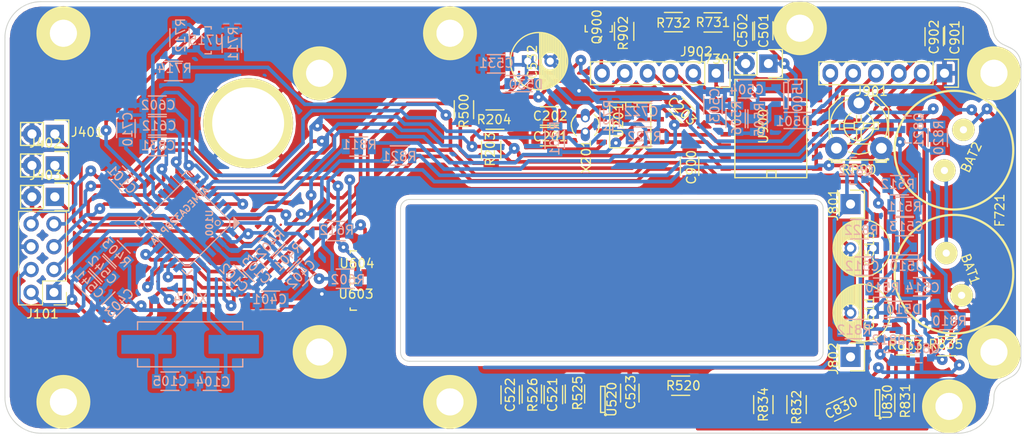
<source format=kicad_pcb>
(kicad_pcb (version 4) (host pcbnew 4.0.4-stable)
  (layers (0 F.Cu signal) (31 B.Cu signal) (34 B.Paste user hide) (35 F.Paste user hide) (36 B.SilkS user) (37 F.SilkS user) (38 B.Mask user hide) (39 F.Mask user hide) (44 Edge.Cuts user))
  (net 0 "")
  (net 1 "Net-(BAT1-Pad1)")
  (net 2 GND)
  (net 3 "Net-(BAT2-Pad1)")
  (net 4 VCC)
  (net 5 "Net-(C104-Pad2)")
  (net 6 "Net-(C105-Pad2)")
  (net 7 "Net-(C201-Pad1)")
  (net 8 "Net-(C202-Pad1)")
  (net 9 V_rtc)
  (net 10 BP1)
  (net 11 BP2)
  (net 12 BP3)
  (net 13 V_sol)
  (net 14 "Net-(C503-Pad1)")
  (net 15 "Net-(C504-Pad1)")
  (net 16 "Net-(C511-Pad1)")
  (net 17 "Net-(C513-Pad1)")
  (net 18 VPP)
  (net 19 "Net-(C522-Pad1)")
  (net 20 V_bat)
  (net 21 quadA)
  (net 22 quadB)
  (net 23 V_ref)
  (net 24 M_imot)
  (net 25 "Net-(J101-Pad1)")
  (net 26 "Net-(J101-Pad3)")
  (net 27 "Net-(J101-Pad4)")
  (net 28 "Net-(J101-Pad5)")
  (net 29 SDA)
  (net 30 SCL)
  (net 31 "Net-(J901-Pad4)")
  (net 32 "Net-(J901-Pad5)")
  (net 33 "Net-(J901-Pad6)")
  (net 34 "Net-(J902-Pad1)")
  (net 35 "Net-(J902-Pad2)")
  (net 36 "Net-(J902-Pad3)")
  (net 37 "Net-(J902-Pad4)")
  (net 38 "Net-(J902-Pad6)")
  (net 39 "Net-(Q811-Pad1)")
  (net 40 "Net-(Q811-Pad2)")
  (net 41 "Net-(Q812-Pad1)")
  (net 42 "Net-(Q821-Pad1)")
  (net 43 "Net-(Q822-Pad1)")
  (net 44 "Net-(Q900-Pad1)")
  (net 45 alarm)
  (net 46 charge_OFF)
  (net 47 "Net-(R510-Pad2)")
  (net 48 VppEn)
  (net 49 "Net-(R711-Pad1)")
  (net 50 M_bat)
  (net 51 M_sol)
  (net 52 C_frw)
  (net 53 C_bkw)
  (net 54 "Net-(R831-Pad2)")
  (net 55 "Net-(R832-Pad2)")
  (net 56 "Net-(R833-Pad1)")
  (net 57 "Net-(R902-Pad1)")
  (net 58 "Net-(J802-Pad1)")
  (net 59 "Net-(J801-Pad1)")
  (net 60 "Net-(C901-Pad2)")
  (module Resistors_SMD:R_1206 (layer F.Cu) (at 176.3 54.26 180)
    (fp_text reference R732 (at 0 -0.1 180) (layer F.SilkS))
    (fp_text value 2.2k)
    (pad 1 smd rect (at -1.45 0 180) (size 0.9 1.7) (layers F.Cu F.Paste F.Mask) (net 51 M_sol))
    (pad 2 smd rect (at 1.45 0 180) (size 0.9 1.7) (layers F.Cu F.Paste F.Mask) (net 2 GND))
  )
  (module Resistors_SMD:R_1206 (layer F.Cu) (at 206.7 90.3 180)
    (fp_text reference R835 (at 0.1 0.2 180) (layer F.SilkS))
    (fp_text value 0R2)
    (pad 1 smd rect (at -1.45 0 180) (size 0.9 1.7) (layers F.Cu F.Paste F.Mask) (net 2 GND))
    (pad 2 smd rect (at 1.45 0 180) (size 0.9 1.7) (layers F.Cu F.Paste F.Mask) (net 40 "Net-(Q811-Pad2)"))
  )
  (module Resistors_SMD:R_1206 (layer B.Cu) (at 205.7 67.1 90)
    (fp_text reference R820 (at 0 0.1 90) (layer B.SilkS) (effects (justify mirror)))
    (fp_text value 3k3)
    (pad 1 smd rect (at -1.45 0 90) (size 0.9 1.7) (layers B.Cu B.Paste B.Mask) (net 40 "Net-(Q811-Pad2)"))
    (pad 2 smd rect (at 1.45 0 90) (size 0.9 1.7) (layers B.Cu B.Paste B.Mask) (net 42 "Net-(Q821-Pad1)"))
  )
  (module gdi:3mm_screw (layer F.Cu) (at 190.37 54.94)
    (fp_text reference H4 (at 0 0.5) (layer F.SilkS))
    (fp_text value hole hide)
    (pad 1 thru_hole circle (at 0 0) (size 6 6) (drill 3) (layers *.Mask F.Cu F.SilkS) (net 2 GND))
    (pad 1 thru_hole circle (at 0 0) (size 4 4) (drill 3) (layers *.Cu *.Mask F.SilkS) (net 2 GND))
  )
  (module Capacitors_SMD:C_1206 (layer B.Cu) (at 135.03934 82.16066 225)
    (fp_text reference C402 (at 0.2 0 225) (layer B.SilkS) (effects (justify mirror)))
    (fp_text value 10n)
    (pad 1 smd rect (at -1.5 0 225) (size 1 1.6) (layers B.Cu B.Paste B.Mask) (net 11 BP2))
    (pad 2 smd rect (at 1.5 0 225) (size 1 1.6) (layers B.Cu B.Paste B.Mask) (net 2 GND))
  )
  (module Resistors_SMD:R_1206 (layer B.Cu) (at 138.8 77.5)
    (fp_text reference R612 (at 0.05 -0.1) (layer B.SilkS) (effects (justify mirror)))
    (fp_text value 4k7)
    (pad 1 smd rect (at -1.45 0) (size 0.9 1.7) (layers B.Cu B.Paste B.Mask) (net 4 VCC))
    (pad 2 smd rect (at 1.45 0) (size 0.9 1.7) (layers B.Cu B.Paste B.Mask) (net 22 quadB))
  )
  (module Capacitors_SMD:C_1206 (layer B.Cu) (at 111.2 83.4 315)
    (fp_text reference C541 (at 0.1 -0.1 315) (layer B.SilkS) (effects (justify mirror)))
    (fp_text value 10n)
    (pad 1 smd rect (at -1.5 0 315) (size 1 1.6) (layers B.Cu B.Paste B.Mask) (net 4 VCC))
    (pad 2 smd rect (at 1.5 0 315) (size 1 1.6) (layers B.Cu B.Paste B.Mask) (net 2 GND))
  )
  (module TO_SOT_Packages_SMD:SOT-23 (layer B.Cu) (at 200.39822 89.5 270)
    (fp_text reference Q812 (at 0.1 0.09924 540) (layer B.SilkS) (effects (justify mirror)))
    (fp_text value PBSS5350)
    (pad 1 smd rect (at -0.95 -1.00076 270) (size 0.8001 0.8001) (layers B.Cu B.Paste B.Mask) (net 41 "Net-(Q812-Pad1)"))
    (pad 2 smd rect (at 0.95 -1.00076 270) (size 0.8001 0.8001) (layers B.Cu B.Paste B.Mask) (net 18 VPP))
    (pad 3 smd rect (at 0 0.99822 270) (size 0.8001 0.8001) (layers B.Cu B.Paste B.Mask) (net 58 "Net-(J802-Pad1)"))
  )
  (module Capacitors_ThroughHole:C_Radial_D6.3_L11.2_P2.5 (layer F.Cu) (at 198.5 86.6 180)
    (fp_text reference C511 (at 0.4 0 270) (layer F.SilkS))
    (fp_text value 470uF)
    (pad 2 thru_hole circle (at 2.5 0 180) (size 1.3 1.3) (drill 0.8) (layers *.Cu *.Mask) (net 2 GND))
    (pad 1 thru_hole rect (at 0 0 180) (size 1.3 1.3) (drill 0.8) (layers *.Cu *.Mask) (net 16 "Net-(C511-Pad1)"))
  )
  (module Fuse_Holders_and_Fuses:Fuse_SMD1206_Reflow (layer F.Cu) (at 212.5 75.4 270)
    (fp_text reference F721 (at -0.2 -0.1 270) (layer F.SilkS))
    (fp_text value 5A)
    (pad 1 smd rect (at -1.20396 0) (size 2.02946 1.14046) (layers F.Cu F.Paste F.Mask) (net 3 "Net-(BAT2-Pad1)"))
    (pad 2 smd rect (at 1.20396 0) (size 2.02946 1.14046) (layers F.Cu F.Paste F.Mask) (net 20 V_bat))
  )
  (module Resistors_SMD:R_1206 (layer B.Cu) (at 196.4 88.4)
    (fp_text reference R812 (at 0 0.1) (layer B.SilkS) (effects (justify mirror)))
    (fp_text value 330)
    (pad 1 smd rect (at -1.45 0) (size 0.9 1.7) (layers B.Cu B.Paste B.Mask) (net 59 "Net-(J801-Pad1)"))
    (pad 2 smd rect (at 1.45 0) (size 0.9 1.7) (layers B.Cu B.Paste B.Mask) (net 41 "Net-(Q812-Pad1)"))
  )
  (module Resistors_SMD:R_1206 (layer B.Cu) (at 197 77.3)
    (fp_text reference R822 (at 0.2 0.1) (layer B.SilkS) (effects (justify mirror)))
    (fp_text value 330)
    (pad 1 smd rect (at -1.45 0) (size 0.9 1.7) (layers B.Cu B.Paste B.Mask) (net 58 "Net-(J802-Pad1)"))
    (pad 2 smd rect (at 1.45 0) (size 0.9 1.7) (layers B.Cu B.Paste B.Mask) (net 43 "Net-(Q822-Pad1)"))
  )
  (module TO_SOT_Packages_SMD:SOT-23 (layer B.Cu) (at 202.7 66.2 270)
    (fp_text reference Q821 (at 0.05 -0.90076 270) (layer B.SilkS) (effects (justify mirror)))
    (fp_text value PBSS4320)
    (pad 1 smd rect (at -0.95 -1.00076 270) (size 0.8001 0.8001) (layers B.Cu B.Paste B.Mask) (net 42 "Net-(Q821-Pad1)"))
    (pad 2 smd rect (at 0.95 -1.00076 270) (size 0.8001 0.8001) (layers B.Cu B.Paste B.Mask) (net 40 "Net-(Q811-Pad2)"))
    (pad 3 smd rect (at 0 0.99822 270) (size 0.8001 0.8001) (layers B.Cu B.Paste B.Mask) (net 59 "Net-(J801-Pad1)"))
  )
  (module Potentiometers:Potentiometer_Triwood_RM-065 (layer F.Cu) (at 194.43064 68.27936)
    (fp_text reference RP90 (at 2.5 2.4) (layer F.SilkS))
    (fp_text value 100k)
    (pad 2 thru_hole circle (at 2.49936 -5.03936) (size 2.49936 2.49936) (drill 1.19888) (layers *.Cu *.Mask) (net 60 "Net-(C901-Pad2)"))
    (pad 3 thru_hole circle (at 4.99872 0) (size 2.49936 2.49936) (drill 1.19888) (layers *.Cu *.Mask) (net 2 GND))
    (pad 1 thru_hole circle (at 0 0) (size 2.49936 2.49936) (drill 1.19888) (layers *.Cu *.Mask) (net 4 VCC))
  )
  (module Resistors_SMD:R_1206 (layer B.Cu) (at 202 74.8 180)
    (fp_text reference R511 (at 0 0 180) (layer B.SilkS) (effects (justify mirror)))
    (fp_text value 100k)
    (pad 1 smd rect (at -1.45 0 180) (size 0.9 1.7) (layers B.Cu B.Paste B.Mask) (net 2 GND))
    (pad 2 smd rect (at 1.45 0 180) (size 0.9 1.7) (layers B.Cu B.Paste B.Mask) (net 17 "Net-(C513-Pad1)"))
  )
  (module Resistors_SMD:R_1206 (layer F.Cu) (at 186.3 96.8 270)
    (fp_text reference R834 (at 0 0 270) (layer F.SilkS))
    (fp_text value 1k)
    (pad 1 smd rect (at -1.45 0 270) (size 0.9 1.7) (layers F.Cu F.Paste F.Mask) (net 55 "Net-(R832-Pad2)"))
    (pad 2 smd rect (at 1.45 0 270) (size 0.9 1.7) (layers F.Cu F.Paste F.Mask) (net 2 GND))
  )
  (module gdi:HFC1330 (layer F.Cu) (at 207.5 82.3 290)
    (fp_text reference BAT1 (at 0.1 -1.9 290) (layer F.SilkS))
    (fp_text value BAT)
    (pad 1 thru_hole circle (at -2.5 0 290) (size 2.5 2.5) (drill 0.8) (layers *.Cu *.Mask F.SilkS) (net 1 "Net-(BAT1-Pad1)"))
    (pad 2 thru_hole circle (at 2.5 0 290) (size 2.5 2.5) (drill 0.8) (layers *.Cu *.Mask F.SilkS) (net 2 GND))
  )
  (module gdi:HFC1330 (layer F.Cu) (at 207.5 68.5 245)
    (fp_text reference BAT2 (at -0.1 -2.1 245) (layer F.SilkS))
    (fp_text value BAT)
    (pad 1 thru_hole circle (at -2.5 0 245) (size 2.5 2.5) (drill 0.8) (layers *.Cu *.Mask F.SilkS) (net 3 "Net-(BAT2-Pad1)"))
    (pad 2 thru_hole circle (at 2.5 0 245) (size 2.5 2.5) (drill 0.8) (layers *.Cu *.Mask F.SilkS) (net 1 "Net-(BAT1-Pad1)"))
  )
  (module Capacitors_ThroughHole:C_Radial_D6.3_L11.2_P2.5 (layer F.Cu) (at 198.5 79.4 180)
    (fp_text reference C515 (at 0.4 -0.06 270) (layer F.SilkS))
    (fp_text value 470uF)
    (pad 2 thru_hole circle (at 2.5 0 180) (size 1.3 1.3) (drill 0.8) (layers *.Cu *.Mask) (net 2 GND))
    (pad 1 thru_hole rect (at 0 0 180) (size 1.3 1.3) (drill 0.8) (layers *.Cu *.Mask) (net 4 VCC))
  )
  (module Capacitors_ThroughHole:C_Radial_D6.3_L11.2_P2.5 (layer F.Cu) (at 160.1 58.6)
    (fp_text reference C532 (at 0.51 0.1 90) (layer F.SilkS))
    (fp_text value 470uF)
    (pad 2 thru_hole circle (at 2.5 0) (size 1.3 1.3) (drill 0.8) (layers *.Cu *.Mask) (net 2 GND))
    (pad 1 thru_hole rect (at 0 0) (size 1.3 1.3) (drill 0.8) (layers *.Cu *.Mask) (net 9 V_rtc))
  )
  (module Diodes_SMD:SOD-123 (layer B.Cu) (at 189.6 65.2 180)
    (fp_text reference D501 (at 0 -0.1 180) (layer B.SilkS) (effects (justify mirror)))
    (fp_text value SCHOTTKY)
    (pad 1 smd rect (at -1.635 0 180) (size 0.91 1.22) (layers B.Cu B.Paste B.Mask) (net 20 V_bat))
    (pad 2 smd rect (at 1.635 0 180) (size 0.91 1.22) (layers B.Cu B.Paste B.Mask) (net 15 "Net-(C504-Pad1)"))
  )
  (module Diodes_SMD:SOD-123 (layer B.Cu) (at 201.8 86.2)
    (fp_text reference D510 (at 0.1 0) (layer B.SilkS) (effects (justify mirror)))
    (fp_text value SCHOTTKY)
    (pad 1 smd rect (at -1.635 0) (size 0.91 1.22) (layers B.Cu B.Paste B.Mask) (net 16 "Net-(C511-Pad1)"))
    (pad 2 smd rect (at 1.635 0) (size 0.91 1.22) (layers B.Cu B.Paste B.Mask) (net 20 V_bat))
  )
  (module Diodes_SMD:SOD-123 (layer B.Cu) (at 159.6 61.1)
    (fp_text reference D530 (at 0.3 0.1) (layer B.SilkS) (effects (justify mirror)))
    (fp_text value SCHOTTKY)
    (pad 1 smd rect (at -1.635 0) (size 0.91 1.22) (layers B.Cu B.Paste B.Mask) (net 9 V_rtc))
    (pad 2 smd rect (at 1.635 0) (size 0.91 1.22) (layers B.Cu B.Paste B.Mask) (net 4 VCC))
  )
  (module gdi:3mm_screw (layer F.Cu) (at 108.45 96.5)
    (fp_text reference H1 (at 0 0.5) (layer F.SilkS))
    (fp_text value hole hide)
    (pad 1 thru_hole circle (at 0 0) (size 6 6) (drill 3) (layers *.Mask F.Cu F.SilkS) (net 2 GND))
    (pad 1 thru_hole circle (at 0 0) (size 4 4) (drill 3) (layers *.Cu *.Mask F.SilkS) (net 2 GND))
  )
  (module gdi:3mm_screw (layer F.Cu) (at 151.45 96.5)
    (fp_text reference H2 (at 0 0.5) (layer F.SilkS))
    (fp_text value hole hide)
    (pad 1 thru_hole circle (at 0 0) (size 6 6) (drill 3) (layers *.Mask F.Cu F.SilkS) (net 2 GND))
    (pad 1 thru_hole circle (at 0 0) (size 4 4) (drill 3) (layers *.Cu *.Mask F.SilkS) (net 2 GND))
  )
  (module gdi:3mm_screw (layer F.Cu) (at 206.95 97)
    (fp_text reference H3 (at 0 0.5) (layer F.SilkS))
    (fp_text value hole hide)
    (pad 1 thru_hole circle (at 0 0) (size 6 6) (drill 3) (layers *.Mask F.Cu F.SilkS) (net 2 GND))
    (pad 1 thru_hole circle (at 0 0) (size 4 4) (drill 3) (layers *.Cu *.Mask F.SilkS) (net 2 GND))
  )
  (module gdi:3mm_screw (layer F.Cu) (at 151.45 55.5)
    (fp_text reference H5 (at 0 0.5) (layer F.SilkS))
    (fp_text value hole hide)
    (pad 1 thru_hole circle (at 0 0) (size 6 6) (drill 3) (layers *.Mask F.Cu F.SilkS) (net 2 GND))
    (pad 1 thru_hole circle (at 0 0) (size 4 4) (drill 3) (layers *.Cu *.Mask F.SilkS) (net 2 GND))
  )
  (module gdi:3mm_screw (layer F.Cu) (at 108.45 55.5)
    (fp_text reference H6 (at 0 0.5) (layer F.SilkS))
    (fp_text value hole hide)
    (pad 1 thru_hole circle (at 0 0) (size 6 6) (drill 3) (layers *.Mask F.Cu F.SilkS) (net 2 GND))
    (pad 1 thru_hole circle (at 0 0) (size 4 4) (drill 3) (layers *.Cu *.Mask F.SilkS) (net 2 GND))
  )
  (module gdi:MF85 (layer F.Cu) (at 129 65.5)
    (fp_text reference H7 (at 0 0.5) (layer F.SilkS))
    (fp_text value hole hide)
    (pad 1 thru_hole circle (at 0 0) (size 10 10) (drill 8) (layers *.Cu *.Mask F.SilkS) (net 2 GND))
  )
  (module Pin_Headers:Pin_Header_Straight_1x02 (layer F.Cu) (at 107.5 66.7 270)
    (fp_text reference J401 (at -0.2 -3.6 360) (layer F.SilkS))
    (fp_text value HEADER_2 hide)
    (pad 1 thru_hole rect (at 0 0 270) (size 2.032 2.032) (drill 1.016) (layers *.Cu *.Mask) (net 10 BP1))
    (pad 2 thru_hole oval (at 0 2.54 270) (size 2.032 2.032) (drill 1.016) (layers *.Cu *.Mask) (net 2 GND))
  )
  (module Pin_Headers:Pin_Header_Straight_1x02 (layer F.Cu) (at 107.5 70.2 270)
    (fp_text reference J402 (at -2.5 1.04 360) (layer F.SilkS))
    (fp_text value HEADER_2 hide)
    (pad 1 thru_hole rect (at 0 0 270) (size 2.032 2.032) (drill 1.016) (layers *.Cu *.Mask) (net 11 BP2))
    (pad 2 thru_hole oval (at 0 2.54 270) (size 2.032 2.032) (drill 1.016) (layers *.Cu *.Mask) (net 2 GND))
  )
  (module Pin_Headers:Pin_Header_Straight_1x02 (layer F.Cu) (at 107.5 73.7 270)
    (fp_text reference J403 (at -2.4 1.04 360) (layer F.SilkS))
    (fp_text value HEADER_2 hide)
    (pad 1 thru_hole rect (at 0 0 270) (size 2.032 2.032) (drill 1.016) (layers *.Cu *.Mask) (net 12 BP3))
    (pad 2 thru_hole oval (at 0 2.54 270) (size 2.032 2.032) (drill 1.016) (layers *.Cu *.Mask) (net 2 GND))
  )
  (module Pin_Headers:Pin_Header_Straight_1x02 (layer F.Cu) (at 186.87 58.87 270)
    (fp_text reference J730 (at -0.5 6.14 360) (layer F.SilkS))
    (fp_text value HEADER_2 hide)
    (pad 1 thru_hole rect (at 0 0 270) (size 2.032 2.032) (drill 1.016) (layers *.Cu *.Mask) (net 13 V_sol))
    (pad 2 thru_hole oval (at 0 2.54 270) (size 2.032 2.032) (drill 1.016) (layers *.Cu *.Mask) (net 2 GND))
  )
  (module Pin_Headers:Pin_Header_Straight_1x06 (layer F.Cu) (at 206.45 59.95 270)
    (fp_text reference J901 (at 2 8.1 360) (layer F.SilkS))
    (fp_text value HEADER_6 hide)
    (pad 1 thru_hole rect (at 0 0 270) (size 2.032 1.7272) (drill 1.016) (layers *.Cu *.Mask) (net 2 GND))
    (pad 2 thru_hole oval (at 0 2.54 270) (size 2.032 1.7272) (drill 1.016) (layers *.Cu *.Mask) (net 4 VCC))
    (pad 3 thru_hole oval (at 0 5.08 270) (size 2.032 1.7272) (drill 1.016) (layers *.Cu *.Mask) (net 60 "Net-(C901-Pad2)"))
    (pad 4 thru_hole oval (at 0 7.62 270) (size 2.032 1.7272) (drill 1.016) (layers *.Cu *.Mask) (net 31 "Net-(J901-Pad4)"))
    (pad 5 thru_hole oval (at 0 10.16 270) (size 2.032 1.7272) (drill 1.016) (layers *.Cu *.Mask) (net 32 "Net-(J901-Pad5)"))
    (pad 6 thru_hole oval (at 0 12.7 270) (size 2.032 1.7272) (drill 1.016) (layers *.Cu *.Mask) (net 33 "Net-(J901-Pad6)"))
  )
  (module Pin_Headers:Pin_Header_Straight_1x06 (layer F.Cu) (at 181.05 59.95 270)
    (fp_text reference J902 (at -2.4 2.2 360) (layer F.SilkS))
    (fp_text value HEADER_6 hide)
    (pad 1 thru_hole rect (at 0 0 270) (size 2.032 1.7272) (drill 1.016) (layers *.Cu *.Mask) (net 34 "Net-(J902-Pad1)"))
    (pad 2 thru_hole oval (at 0 2.54 270) (size 2.032 1.7272) (drill 1.016) (layers *.Cu *.Mask) (net 35 "Net-(J902-Pad2)"))
    (pad 3 thru_hole oval (at 0 5.08 270) (size 2.032 1.7272) (drill 1.016) (layers *.Cu *.Mask) (net 36 "Net-(J902-Pad3)"))
    (pad 4 thru_hole oval (at 0 7.62 270) (size 2.032 1.7272) (drill 1.016) (layers *.Cu *.Mask) (net 37 "Net-(J902-Pad4)"))
    (pad 5 thru_hole oval (at 0 10.16 270) (size 2.032 1.7272) (drill 1.016) (layers *.Cu *.Mask) (net 4 VCC))
    (pad 6 thru_hole oval (at 0 12.7 270) (size 2.032 1.7272) (drill 1.016) (layers *.Cu *.Mask) (net 38 "Net-(J902-Pad6)"))
  )
  (module w_lqfp:lqfp32 (layer B.Cu) (at 122.2 76.6 225)
    (fp_text reference U100 (at -1.767767 -1.767767 270) (layer B.SilkS) (effects (font (size 0.7493 0.7493) (thickness 0.14986)) (justify mirror)))
    (fp_text value ATMEGA328P-A (at 0 1.143 225) (layer B.SilkS) (effects (font (size 0.7493 0.7493) (thickness 0.14986)) (justify mirror)))
    (pad 4 smd rect (at -0.39878 -4.09956 225) (size 0.55118 1.30048) (layers B.Cu B.Paste B.Mask) (net 4 VCC))
    (pad 5 smd rect (at 0.39878 -4.09956 225) (size 0.55118 1.30048) (layers B.Cu B.Paste B.Mask) (net 2 GND))
    (pad 6 smd rect (at 1.19888 -4.09956 225) (size 0.55118 1.30048) (layers B.Cu B.Paste B.Mask) (net 4 VCC))
    (pad 7 smd rect (at 1.99898 -4.09956 225) (size 0.55118 1.30048) (layers B.Cu B.Paste B.Mask) (net 5 "Net-(C104-Pad2)"))
    (pad 8 smd rect (at 2.79908 -4.09956 225) (size 0.55118 1.30048) (layers B.Cu B.Paste B.Mask) (net 6 "Net-(C105-Pad2)"))
    (pad 1 smd rect (at -2.79908 -4.09956 225) (size 0.55118 1.30048) (layers B.Cu B.Paste B.Mask) (net 11 BP2))
    (pad 2 smd rect (at -1.99898 -4.09956 225) (size 0.55118 1.30048) (layers B.Cu B.Paste B.Mask) (net 10 BP1))
    (pad 3 smd rect (at -1.19888 -4.09956 225) (size 0.55118 1.30048) (layers B.Cu B.Paste B.Mask) (net 2 GND))
    (pad 9 smd rect (at 4.09956 -2.79908 225) (size 1.30048 0.55118) (layers B.Cu B.Paste B.Mask) (net 12 BP3))
    (pad 10 smd rect (at 4.09956 -1.99898 225) (size 1.30048 0.55118) (layers B.Cu B.Paste B.Mask) (net 46 charge_OFF))
    (pad 11 smd rect (at 4.09956 -1.19888 225) (size 1.30048 0.55118) (layers B.Cu B.Paste B.Mask) (net 48 VppEn))
    (pad 12 smd rect (at 4.09956 -0.39878 225) (size 1.30048 0.55118) (layers B.Cu B.Paste B.Mask) (net 52 C_frw))
    (pad 13 smd rect (at 4.09956 0.39878 225) (size 1.30048 0.55118) (layers B.Cu B.Paste B.Mask) (net 53 C_bkw))
    (pad 14 smd rect (at 4.09956 1.19888 225) (size 1.30048 0.55118) (layers B.Cu B.Paste B.Mask))
    (pad 15 smd rect (at 4.09956 1.99898 225) (size 1.30048 0.55118) (layers B.Cu B.Paste B.Mask) (net 27 "Net-(J101-Pad4)"))
    (pad 16 smd rect (at 4.09956 2.79908 225) (size 1.30048 0.55118) (layers B.Cu B.Paste B.Mask) (net 25 "Net-(J101-Pad1)"))
    (pad 17 smd rect (at 2.79908 4.09956 225) (size 0.55118 1.30048) (layers B.Cu B.Paste B.Mask) (net 26 "Net-(J101-Pad3)"))
    (pad 18 smd rect (at 1.99898 4.09956 225) (size 0.55118 1.30048) (layers B.Cu B.Paste B.Mask) (net 4 VCC))
    (pad 19 smd rect (at 1.19888 4.09956 225) (size 0.55118 1.30048) (layers B.Cu B.Paste B.Mask) (net 51 M_sol))
    (pad 20 smd rect (at 0.39878 4.09956 225) (size 0.55118 1.30048) (layers B.Cu B.Paste B.Mask) (net 23 V_ref))
    (pad 21 smd rect (at -0.39878 4.09956 225) (size 0.55118 1.30048) (layers B.Cu B.Paste B.Mask) (net 2 GND))
    (pad 22 smd rect (at -1.19888 4.09956 225) (size 0.55118 1.30048) (layers B.Cu B.Paste B.Mask) (net 50 M_bat))
    (pad 23 smd rect (at -1.99898 4.09956 225) (size 0.55118 1.30048) (layers B.Cu B.Paste B.Mask) (net 24 M_imot))
    (pad 24 smd rect (at -2.79908 4.09956 225) (size 0.55118 1.30048) (layers B.Cu B.Paste B.Mask))
    (pad 25 smd rect (at -4.09956 2.79908 225) (size 1.30048 0.55118) (layers B.Cu B.Paste B.Mask) (net 22 quadB))
    (pad 26 smd rect (at -4.09956 1.99898 225) (size 1.30048 0.55118) (layers B.Cu B.Paste B.Mask) (net 21 quadA))
    (pad 27 smd rect (at -4.09956 1.19888 225) (size 1.30048 0.55118) (layers B.Cu B.Paste B.Mask) (net 29 SDA))
    (pad 28 smd rect (at -4.09956 0.39878 225) (size 1.30048 0.55118) (layers B.Cu B.Paste B.Mask) (net 30 SCL))
    (pad 29 smd rect (at -4.09956 -0.39878 225) (size 1.30048 0.55118) (layers B.Cu B.Paste B.Mask) (net 28 "Net-(J101-Pad5)"))
    (pad 30 smd rect (at -4.09956 -1.19888 225) (size 1.30048 0.55118) (layers B.Cu B.Paste B.Mask))
    (pad 31 smd rect (at -4.09956 -1.99898 225) (size 1.30048 0.55118) (layers B.Cu B.Paste B.Mask))
    (pad 32 smd rect (at -4.09956 -2.79908 225) (size 1.30048 0.55118) (layers B.Cu B.Paste B.Mask) (net 45 alarm))
  )
  (module SMD_Packages:SOIC-8-N (layer F.Cu) (at 171.5 65.7 270)
    (fp_text reference U201 (at -0.5 1.3 270) (layer F.SilkS))
    (fp_text value MCP7940)
    (pad 8 smd rect (at -1.905 -3.175 270) (size 0.508 1.143) (layers F.Cu F.Paste F.Mask) (net 9 V_rtc))
    (pad 7 smd rect (at -0.635 -3.175 270) (size 0.508 1.143) (layers F.Cu F.Paste F.Mask) (net 45 alarm))
    (pad 6 smd rect (at 0.635 -3.175 270) (size 0.508 1.143) (layers F.Cu F.Paste F.Mask) (net 30 SCL))
    (pad 5 smd rect (at 1.905 -3.175 270) (size 0.508 1.143) (layers F.Cu F.Paste F.Mask) (net 29 SDA))
    (pad 4 smd rect (at 1.905 3.175 270) (size 0.508 1.143) (layers F.Cu F.Paste F.Mask) (net 2 GND))
    (pad 3 smd rect (at 0.635 3.175 270) (size 0.508 1.143) (layers F.Cu F.Paste F.Mask) (net 45 alarm))
    (pad 2 smd rect (at -0.635 3.175 270) (size 0.508 1.143) (layers F.Cu F.Paste F.Mask) (net 7 "Net-(C201-Pad1)"))
    (pad 1 smd rect (at -1.905 3.175 270) (size 0.508 1.143) (layers F.Cu F.Paste F.Mask) (net 8 "Net-(C202-Pad1)"))
  )
  (module Crystals:Crystal_Round_Vertical_3mm_BigPad (layer F.Cu) (at 166.5 65.7 270)
    (fp_text reference X201 (at 3.5 -0.1 270) (layer F.SilkS))
    (fp_text value 32.768K)
    (pad 1 thru_hole oval (at -0.7493 0 270) (size 1.50114 1.00076) (drill 0.59944 (offset -0.29972 0)) (layers *.Cu *.Mask) (net 8 "Net-(C202-Pad1)"))
    (pad 2 thru_hole oval (at 0.7493 0 270) (size 1.50114 1.00076) (drill 0.59944 (offset 0.29972 0)) (layers *.Cu *.Mask) (net 7 "Net-(C201-Pad1)"))
  )
  (module Pin_Headers:Pin_Header_Straight_1x01 (layer F.Cu) (at 196 74.5 270)
    (fp_text reference J801 (at 0.1 1.9 450) (layer F.SilkS))
    (fp_text value HEADER_1 hide)
    (pad 1 thru_hole rect (at 0 0 270) (size 2.2352 2.2352) (drill 1.016) (layers *.Cu *.Mask) (net 59 "Net-(J801-Pad1)"))
  )
  (module Pin_Headers:Pin_Header_Straight_1x01 (layer F.Cu) (at 196 91.5 270)
    (fp_text reference J802 (at 0.2 1.9 270) (layer F.SilkS))
    (fp_text value HEADER_1 hide)
    (pad 1 thru_hole rect (at 0 0 270) (size 2.2352 2.2352) (drill 1.016) (layers *.Cu *.Mask) (net 58 "Net-(J802-Pad1)"))
  )
  (module Capacitors_SMD:C_1206 (layer B.Cu) (at 115 71.7 315)
    (fp_text reference C101 (at 0 0.1 315) (layer B.SilkS) (effects (justify mirror)))
    (fp_text value 10n)
    (pad 1 smd rect (at -1.5 0 315) (size 1 1.6) (layers B.Cu B.Paste B.Mask) (net 2 GND))
    (pad 2 smd rect (at 1.5 0 315) (size 1 1.6) (layers B.Cu B.Paste B.Mask) (net 4 VCC))
  )
  (module Capacitors_SMD:C_1206 (layer B.Cu) (at 127.4 82.7 135)
    (fp_text reference C102 (at 0 0 135) (layer B.SilkS) (effects (justify mirror)))
    (fp_text value 100n)
    (pad 1 smd rect (at -1.5 0 135) (size 1 1.6) (layers B.Cu B.Paste B.Mask) (net 2 GND))
    (pad 2 smd rect (at 1.5 0 135) (size 1 1.6) (layers B.Cu B.Paste B.Mask) (net 4 VCC))
  )
  (module Capacitors_SMD:C_1206 (layer B.Cu) (at 129.7 81.7 135)
    (fp_text reference C103 (at -0.212132 0.070711 135) (layer B.SilkS) (effects (justify mirror)))
    (fp_text value 10n)
    (pad 1 smd rect (at -1.5 0 135) (size 1 1.6) (layers B.Cu B.Paste B.Mask) (net 2 GND))
    (pad 2 smd rect (at 1.5 0 135) (size 1 1.6) (layers B.Cu B.Paste B.Mask) (net 4 VCC))
  )
  (module Capacitors_SMD:C_1206 (layer B.Cu) (at 125 94.2)
    (fp_text reference C104 (at 0.070711 0.070711) (layer B.SilkS) (effects (justify mirror)))
    (fp_text value 10p)
    (pad 1 smd rect (at -1.5 0) (size 1 1.6) (layers B.Cu B.Paste B.Mask) (net 2 GND))
    (pad 2 smd rect (at 1.5 0) (size 1 1.6) (layers B.Cu B.Paste B.Mask) (net 5 "Net-(C104-Pad2)"))
  )
  (module Capacitors_SMD:C_1206 (layer B.Cu) (at 120.3 94.2 180)
    (fp_text reference C105 (at 0 0 180) (layer B.SilkS) (effects (justify mirror)))
    (fp_text value 10p)
    (pad 1 smd rect (at -1.5 0 180) (size 1 1.6) (layers B.Cu B.Paste B.Mask) (net 2 GND))
    (pad 2 smd rect (at 1.5 0 180) (size 1 1.6) (layers B.Cu B.Paste B.Mask) (net 6 "Net-(C105-Pad2)"))
  )
  (module Capacitors_SMD:C_1206 (layer F.Cu) (at 162.5 67 180)
    (fp_text reference C201 (at -0.1 0 180) (layer F.SilkS))
    (fp_text value 10p)
    (pad 1 smd rect (at -1.5 0 180) (size 1 1.6) (layers F.Cu F.Paste F.Mask) (net 7 "Net-(C201-Pad1)"))
    (pad 2 smd rect (at 1.5 0 180) (size 1 1.6) (layers F.Cu F.Paste F.Mask) (net 2 GND))
  )
  (module Capacitors_SMD:C_1206 (layer F.Cu) (at 162.5 64.7 180)
    (fp_text reference C202 (at -0.1 0 180) (layer F.SilkS))
    (fp_text value 10p)
    (pad 1 smd rect (at -1.5 0 180) (size 1 1.6) (layers F.Cu F.Paste F.Mask) (net 8 "Net-(C202-Pad1)"))
    (pad 2 smd rect (at 1.5 0 180) (size 1 1.6) (layers F.Cu F.Paste F.Mask) (net 2 GND))
  )
  (module Capacitors_SMD:C_1206 (layer F.Cu) (at 177.23934 64.03934 135)
    (fp_text reference C203 (at -0.070711 -0.070711 135) (layer F.SilkS))
    (fp_text value 10n)
    (pad 1 smd rect (at -1.5 0 135) (size 1 1.6) (layers F.Cu F.Paste F.Mask) (net 9 V_rtc))
    (pad 2 smd rect (at 1.5 0 135) (size 1 1.6) (layers F.Cu F.Paste F.Mask) (net 2 GND))
  )
  (module Capacitors_SMD:C_1206 (layer B.Cu) (at 131.5 85.2 180)
    (fp_text reference C401 (at 0.1 0.1 180) (layer B.SilkS) (effects (justify mirror)))
    (fp_text value 10n)
    (pad 1 smd rect (at -1.5 0 180) (size 1 1.6) (layers B.Cu B.Paste B.Mask) (net 10 BP1))
    (pad 2 smd rect (at 1.5 0 180) (size 1 1.6) (layers B.Cu B.Paste B.Mask) (net 2 GND))
  )
  (module Capacitors_SMD:C_1206 (layer B.Cu) (at 114.2 85.7 225)
    (fp_text reference C403 (at -0.5 -0.2 225) (layer B.SilkS) (effects (justify mirror)))
    (fp_text value 10n)
    (pad 1 smd rect (at -1.5 0 225) (size 1 1.6) (layers B.Cu B.Paste B.Mask) (net 12 BP3))
    (pad 2 smd rect (at 1.5 0 225) (size 1 1.6) (layers B.Cu B.Paste B.Mask) (net 2 GND))
  )
  (module Capacitors_SMD:C_1206 (layer F.Cu) (at 186.34 55.22 90)
    (fp_text reference C501 (at 0 0 90) (layer F.SilkS))
    (fp_text value 10uF)
    (pad 1 smd rect (at -1.5 0 90) (size 1 1.6) (layers F.Cu F.Paste F.Mask) (net 13 V_sol))
    (pad 2 smd rect (at 1.5 0 90) (size 1 1.6) (layers F.Cu F.Paste F.Mask) (net 2 GND))
  )
  (module Capacitors_SMD:C_1206 (layer F.Cu) (at 184.1 55.29 90)
    (fp_text reference C502 (at 0.1 -0.1 90) (layer F.SilkS))
    (fp_text value 10n)
    (pad 1 smd rect (at -1.5 0 90) (size 1 1.6) (layers F.Cu F.Paste F.Mask) (net 13 V_sol))
    (pad 2 smd rect (at 1.5 0 90) (size 1 1.6) (layers F.Cu F.Paste F.Mask) (net 2 GND))
  )
  (module Capacitors_SMD:C_1206 (layer B.Cu) (at 180.7 63.5 90)
    (fp_text reference C503 (at 0 0.2 90) (layer B.SilkS) (effects (justify mirror)))
    (fp_text value 470p)
    (pad 1 smd rect (at -1.5 0 90) (size 1 1.6) (layers B.Cu B.Paste B.Mask) (net 14 "Net-(C503-Pad1)"))
    (pad 2 smd rect (at 1.5 0 90) (size 1 1.6) (layers B.Cu B.Paste B.Mask) (net 2 GND))
  )
  (module Capacitors_SMD:C_1206 (layer B.Cu) (at 184.55 61.68 180)
    (fp_text reference C504 (at 0.1 -0.1 180) (layer B.SilkS) (effects (justify mirror)))
    (fp_text value 10uF)
    (pad 1 smd rect (at -1.5 0 180) (size 1 1.6) (layers B.Cu B.Paste B.Mask) (net 15 "Net-(C504-Pad1)"))
    (pad 2 smd rect (at 1.5 0 180) (size 1 1.6) (layers B.Cu B.Paste B.Mask) (net 2 GND))
  )
  (module Capacitors_SMD:C_1206 (layer B.Cu) (at 197.5 81.4 180)
    (fp_text reference C512 (at 0.2 0 180) (layer B.SilkS) (effects (justify mirror)))
    (fp_text value 10uF)
    (pad 1 smd rect (at -1.5 0 180) (size 1 1.6) (layers B.Cu B.Paste B.Mask) (net 4 VCC))
    (pad 2 smd rect (at 1.5 0 180) (size 1 1.6) (layers B.Cu B.Paste B.Mask) (net 2 GND))
  )
  (module Capacitors_SMD:C_1206 (layer B.Cu) (at 202 77)
    (fp_text reference C513 (at 0.2 0) (layer B.SilkS) (effects (justify mirror)))
    (fp_text value 470p)
    (pad 1 smd rect (at -1.5 0) (size 1 1.6) (layers B.Cu B.Paste B.Mask) (net 17 "Net-(C513-Pad1)"))
    (pad 2 smd rect (at 1.5 0) (size 1 1.6) (layers B.Cu B.Paste B.Mask) (net 2 GND))
  )
  (module Capacitors_SMD:C_1206 (layer B.Cu) (at 204 83.7 180)
    (fp_text reference C514 (at 0 -0.1 180) (layer B.SilkS) (effects (justify mirror)))
    (fp_text value 10uF)
    (pad 1 smd rect (at -1.5 0 180) (size 1 1.6) (layers B.Cu B.Paste B.Mask) (net 16 "Net-(C511-Pad1)"))
    (pad 2 smd rect (at 1.5 0 180) (size 1 1.6) (layers B.Cu B.Paste B.Mask) (net 2 GND))
  )
  (module Capacitors_SMD:C_1206 (layer F.Cu) (at 162.95 95.7 90)
    (fp_text reference C521 (at 0 -0.1 90) (layer F.SilkS))
    (fp_text value 10uF)
    (pad 1 smd rect (at -1.5 0 90) (size 1 1.6) (layers F.Cu F.Paste F.Mask) (net 18 VPP))
    (pad 2 smd rect (at 1.5 0 90) (size 1 1.6) (layers F.Cu F.Paste F.Mask) (net 2 GND))
  )
  (module Capacitors_SMD:C_1206 (layer F.Cu) (at 158.15 95.72 90)
    (fp_text reference C522 (at 0 0 90) (layer F.SilkS))
    (fp_text value 470p)
    (pad 1 smd rect (at -1.5 0 90) (size 1 1.6) (layers F.Cu F.Paste F.Mask) (net 19 "Net-(C522-Pad1)"))
    (pad 2 smd rect (at 1.5 0 90) (size 1 1.6) (layers F.Cu F.Paste F.Mask) (net 2 GND))
  )
  (module Capacitors_SMD:C_1206 (layer F.Cu) (at 171.45 95.52 90)
    (fp_text reference C523 (at 0.1 0.1 90) (layer F.SilkS))
    (fp_text value 10uF)
    (pad 1 smd rect (at -1.5 0 90) (size 1 1.6) (layers F.Cu F.Paste F.Mask) (net 20 V_bat))
    (pad 2 smd rect (at 1.5 0 90) (size 1 1.6) (layers F.Cu F.Paste F.Mask) (net 2 GND))
  )
  (module Capacitors_SMD:C_1206 (layer B.Cu) (at 156.6 58.9 180)
    (fp_text reference C531 (at 0 0.07 180) (layer B.SilkS) (effects (justify mirror)))
    (fp_text value 10uF)
    (pad 1 smd rect (at -1.5 0 180) (size 1 1.6) (layers B.Cu B.Paste B.Mask) (net 9 V_rtc))
    (pad 2 smd rect (at 1.5 0 180) (size 1 1.6) (layers B.Cu B.Paste B.Mask) (net 2 GND))
  )
  (module Capacitors_SMD:C_1206 (layer B.Cu) (at 112.8 81.7 315)
    (fp_text reference C542 (at 0.1 0.1 315) (layer B.SilkS) (effects (justify mirror)))
    (fp_text value 100nF)
    (pad 1 smd rect (at -1.5 0 315) (size 1 1.6) (layers B.Cu B.Paste B.Mask) (net 4 VCC))
    (pad 2 smd rect (at 1.5 0 315) (size 1 1.6) (layers B.Cu B.Paste B.Mask) (net 2 GND))
  )
  (module Capacitors_SMD:C_1206 (layer B.Cu) (at 118.9 63.5 180)
    (fp_text reference C602 (at -0.1 0 180) (layer B.SilkS) (effects (justify mirror)))
    (fp_text value 100nF)
    (pad 1 smd rect (at -1.5 0 180) (size 1 1.6) (layers B.Cu B.Paste B.Mask) (net 21 quadA))
    (pad 2 smd rect (at 1.5 0 180) (size 1 1.6) (layers B.Cu B.Paste B.Mask) (net 2 GND))
  )
  (module Capacitors_SMD:C_1206 (layer B.Cu) (at 118.9 65.8)
    (fp_text reference C612 (at 0.2 0) (layer B.SilkS) (effects (justify mirror)))
    (fp_text value 100nF)
    (pad 1 smd rect (at -1.5 0) (size 1 1.6) (layers B.Cu B.Paste B.Mask) (net 2 GND))
    (pad 2 smd rect (at 1.5 0) (size 1 1.6) (layers B.Cu B.Paste B.Mask) (net 22 quadB))
  )
  (module Capacitors_SMD:C_1206 (layer B.Cu) (at 115.4 66.1 90)
    (fp_text reference C710 (at -0.070711 0.212132 90) (layer B.SilkS) (effects (justify mirror)))
    (fp_text value 10n)
    (pad 1 smd rect (at -1.5 0 90) (size 1 1.6) (layers B.Cu B.Paste B.Mask) (net 23 V_ref))
    (pad 2 smd rect (at 1.5 0 90) (size 1 1.6) (layers B.Cu B.Paste B.Mask) (net 2 GND))
  )
  (module Capacitors_SMD:C_1206 (layer B.Cu) (at 172.9 64.3 180)
    (fp_text reference C722 (at 0.2 0.1 180) (layer B.SilkS) (effects (justify mirror)))
    (fp_text value 10uF)
    (pad 1 smd rect (at -1.5 0 180) (size 1 1.6) (layers B.Cu B.Paste B.Mask) (net 20 V_bat))
    (pad 2 smd rect (at 1.5 0 180) (size 1 1.6) (layers B.Cu B.Paste B.Mask) (net 2 GND))
  )
  (module Capacitors_SMD:C_1206 (layer F.Cu) (at 194.7 97.3 205)
    (fp_text reference C830 (at -0.3 0 205) (layer F.SilkS))
    (fp_text value 100n)
    (pad 1 smd rect (at -1.5 0 205) (size 1 1.6) (layers F.Cu F.Paste F.Mask) (net 18 VPP))
    (pad 2 smd rect (at 1.5 0 205) (size 1 1.6) (layers F.Cu F.Paste F.Mask) (net 2 GND))
  )
  (module Capacitors_SMD:C_1206 (layer B.Cu) (at 118.9 68.1 180)
    (fp_text reference C831 (at -0.1 0.1 180) (layer B.SilkS) (effects (justify mirror)))
    (fp_text value 100n)
    (pad 1 smd rect (at -1.5 0 180) (size 1 1.6) (layers B.Cu B.Paste B.Mask) (net 24 M_imot))
    (pad 2 smd rect (at 1.5 0 180) (size 1 1.6) (layers B.Cu B.Paste B.Mask) (net 2 GND))
  )
  (module Capacitors_SMD:C_1206 (layer F.Cu) (at 178.1 70.3 270)
    (fp_text reference C900 (at 0.1 -0.2 270) (layer F.SilkS))
    (fp_text value 100nF)
    (pad 1 smd rect (at -1.5 0 270) (size 1 1.6) (layers F.Cu F.Paste F.Mask) (net 4 VCC))
    (pad 2 smd rect (at 1.5 0 270) (size 1 1.6) (layers F.Cu F.Paste F.Mask) (net 2 GND))
  )
  (module Capacitors_SMD:C_1206 (layer F.Cu) (at 207.49 55.73 270)
    (fp_text reference C901 (at 0.23 -0.11 270) (layer F.SilkS))
    (fp_text value 10nF)
    (pad 1 smd rect (at -1.5 0 270) (size 1 1.6) (layers F.Cu F.Paste F.Mask) (net 2 GND))
    (pad 2 smd rect (at 1.5 0 270) (size 1 1.6) (layers F.Cu F.Paste F.Mask) (net 60 "Net-(C901-Pad2)"))
  )
  (module Capacitors_SMD:C_1206 (layer F.Cu) (at 205.31 55.88 270)
    (fp_text reference C902 (at 0.04 0.02 270) (layer F.SilkS))
    (fp_text value 10uF)
    (pad 1 smd rect (at -1.5 0 270) (size 1 1.6) (layers F.Cu F.Paste F.Mask) (net 2 GND))
    (pad 2 smd rect (at 1.5 0 270) (size 1 1.6) (layers F.Cu F.Paste F.Mask) (net 60 "Net-(C901-Pad2)"))
  )
  (module TO_SOT_Packages_SMD:SOT-23 (layer B.Cu) (at 203.9 90.65 270)
    (fp_text reference Q811 (at -0.1 -0.1 540) (layer B.SilkS) (effects (justify mirror)))
    (fp_text value PBSS4320)
    (pad 1 smd rect (at -0.95 -1.00076 270) (size 0.8001 0.8001) (layers B.Cu B.Paste B.Mask) (net 39 "Net-(Q811-Pad1)"))
    (pad 2 smd rect (at 0.95 -1.00076 270) (size 0.8001 0.8001) (layers B.Cu B.Paste B.Mask) (net 40 "Net-(Q811-Pad2)"))
    (pad 3 smd rect (at 0 0.99822 270) (size 0.8001 0.8001) (layers B.Cu B.Paste B.Mask) (net 58 "Net-(J802-Pad1)"))
  )
  (module TO_SOT_Packages_SMD:SOT-23 (layer B.Cu) (at 196.6 70.8 270)
    (fp_text reference Q822 (at 0 0 540) (layer B.SilkS) (effects (justify mirror)))
    (fp_text value PBSS5350)
    (pad 1 smd rect (at -0.95 -1.00076 270) (size 0.8001 0.8001) (layers B.Cu B.Paste B.Mask) (net 43 "Net-(Q822-Pad1)"))
    (pad 2 smd rect (at 0.95 -1.00076 270) (size 0.8001 0.8001) (layers B.Cu B.Paste B.Mask) (net 18 VPP))
    (pad 3 smd rect (at 0 0.99822 270) (size 0.8001 0.8001) (layers B.Cu B.Paste B.Mask) (net 59 "Net-(J801-Pad1)"))
  )
  (module TO_SOT_Packages_SMD:SOT-23 (layer F.Cu) (at 167.99 54.69 180)
    (fp_text reference Q900 (at 0.2 -0.1 270) (layer F.SilkS))
    (fp_text value PBSS4320)
    (pad 1 smd rect (at -0.95 1.00076 180) (size 0.8001 0.8001) (layers F.Cu F.Paste F.Mask) (net 44 "Net-(Q900-Pad1)"))
    (pad 2 smd rect (at 0.95 1.00076 180) (size 0.8001 0.8001) (layers F.Cu F.Paste F.Mask) (net 2 GND))
    (pad 3 smd rect (at 0 -0.99822 180) (size 0.8001 0.8001) (layers F.Cu F.Paste F.Mask) (net 38 "Net-(J902-Pad6)"))
  )
  (module Resistors_SMD:R_1206 (layer B.Cu) (at 163.1 67.3 270)
    (fp_text reference R201 (at -0.1 0 270) (layer B.SilkS) (effects (justify mirror)))
    (fp_text value 10k)
    (pad 1 smd rect (at -1.45 0 270) (size 0.9 1.7) (layers B.Cu B.Paste B.Mask) (net 4 VCC))
    (pad 2 smd rect (at 1.45 0 270) (size 0.9 1.7) (layers B.Cu B.Paste B.Mask) (net 45 alarm))
  )
  (module Resistors_SMD:R_1206 (layer F.Cu) (at 156.03 68.5 90)
    (fp_text reference R203 (at 0.1 -0.1 90) (layer F.SilkS))
    (fp_text value 2.2k)
    (pad 1 smd rect (at -1.45 0 90) (size 0.9 1.7) (layers F.Cu F.Paste F.Mask) (net 4 VCC))
    (pad 2 smd rect (at 1.45 0 90) (size 0.9 1.7) (layers F.Cu F.Paste F.Mask) (net 30 SCL))
  )
  (module Resistors_SMD:R_1206 (layer F.Cu) (at 156.45 65.1 180)
    (fp_text reference R204 (at 0.1 0 180) (layer F.SilkS))
    (fp_text value 2.2k)
    (pad 1 smd rect (at -1.45 0 180) (size 0.9 1.7) (layers F.Cu F.Paste F.Mask) (net 4 VCC))
    (pad 2 smd rect (at 1.45 0 180) (size 0.9 1.7) (layers F.Cu F.Paste F.Mask) (net 29 SDA))
  )
  (module Resistors_SMD:R_1206 (layer B.Cu) (at 133.3 80.5 45)
    (fp_text reference R401 (at 0.2 0 45) (layer B.SilkS) (effects (justify mirror)))
    (fp_text value 10k)
    (pad 1 smd rect (at -1.45 0 45) (size 0.9 1.7) (layers B.Cu B.Paste B.Mask) (net 4 VCC))
    (pad 2 smd rect (at 1.45 0 45) (size 0.9 1.7) (layers B.Cu B.Paste B.Mask) (net 10 BP1))
  )
  (module Resistors_SMD:R_1206 (layer B.Cu) (at 131.6 78.8 45)
    (fp_text reference R402 (at -0.2 0 45) (layer B.SilkS) (effects (justify mirror)))
    (fp_text value 10k)
    (pad 1 smd rect (at -1.45 0 45) (size 0.9 1.7) (layers B.Cu B.Paste B.Mask) (net 4 VCC))
    (pad 2 smd rect (at 1.45 0 45) (size 0.9 1.7) (layers B.Cu B.Paste B.Mask) (net 11 BP2))
  )
  (module Resistors_SMD:R_1206 (layer B.Cu) (at 114.4 80 315)
    (fp_text reference R403 (at -0.1 0 315) (layer B.SilkS) (effects (justify mirror)))
    (fp_text value 10k)
    (pad 1 smd rect (at -1.45 0 315) (size 0.9 1.7) (layers B.Cu B.Paste B.Mask) (net 4 VCC))
    (pad 2 smd rect (at 1.45 0 315) (size 0.9 1.7) (layers B.Cu B.Paste B.Mask) (net 12 BP3))
  )
  (module Resistors_SMD:R_1206 (layer F.Cu) (at 153 64 90)
    (fp_text reference R500 (at -0.141421 0 90) (layer F.SilkS))
    (fp_text value 10k)
    (pad 1 smd rect (at -1.45 0 90) (size 0.9 1.7) (layers F.Cu F.Paste F.Mask) (net 4 VCC))
    (pad 2 smd rect (at 1.45 0 90) (size 0.9 1.7) (layers F.Cu F.Paste F.Mask) (net 46 charge_OFF))
  )
  (module Resistors_SMD:R_1206 (layer B.Cu) (at 185.66 65.02 270)
    (fp_text reference R505 (at 0.1 -0.2 270) (layer B.SilkS) (effects (justify mirror)))
    (fp_text value tbd)
    (pad 1 smd rect (at -1.45 0 270) (size 0.9 1.7) (layers B.Cu B.Paste B.Mask) (net 15 "Net-(C504-Pad1)"))
    (pad 2 smd rect (at 1.45 0 270) (size 0.9 1.7) (layers B.Cu B.Paste B.Mask) (net 14 "Net-(C503-Pad1)"))
  )
  (module Resistors_SMD:R_1206 (layer B.Cu) (at 183.22 65 90)
    (fp_text reference R506 (at 0.1 0.1 90) (layer B.SilkS) (effects (justify mirror)))
    (fp_text value tbd)
    (pad 1 smd rect (at -1.45 0 90) (size 0.9 1.7) (layers B.Cu B.Paste B.Mask) (net 14 "Net-(C503-Pad1)"))
    (pad 2 smd rect (at 1.45 0 90) (size 0.9 1.7) (layers B.Cu B.Paste B.Mask) (net 2 GND))
  )
  (module Resistors_SMD:R_1206 (layer B.Cu) (at 199.55 83.8 180)
    (fp_text reference R510 (at 0 0 180) (layer B.SilkS) (effects (justify mirror)))
    (fp_text value 10k)
    (pad 1 smd rect (at -1.45 0 180) (size 0.9 1.7) (layers B.Cu B.Paste B.Mask) (net 16 "Net-(C511-Pad1)"))
    (pad 2 smd rect (at 1.45 0 180) (size 0.9 1.7) (layers B.Cu B.Paste B.Mask) (net 47 "Net-(R510-Pad2)"))
  )
  (module Resistors_SMD:R_1206 (layer B.Cu) (at 201.45 72.4)
    (fp_text reference R512 (at -0.2 -0.1) (layer B.SilkS) (effects (justify mirror)))
    (fp_text value 33k)
    (pad 1 smd rect (at -1.45 0) (size 0.9 1.7) (layers B.Cu B.Paste B.Mask) (net 17 "Net-(C513-Pad1)"))
    (pad 2 smd rect (at 1.45 0) (size 0.9 1.7) (layers B.Cu B.Paste B.Mask) (net 4 VCC))
  )
  (module Resistors_SMD:R_1206 (layer F.Cu) (at 177.1 94.7)
    (fp_text reference R520 (at 0.3 0) (layer F.SilkS))
    (fp_text value 10k)
    (pad 1 smd rect (at -1.45 0) (size 0.9 1.7) (layers F.Cu F.Paste F.Mask) (net 2 GND))
    (pad 2 smd rect (at 1.45 0) (size 0.9 1.7) (layers F.Cu F.Paste F.Mask) (net 48 VppEn))
  )
  (module Resistors_SMD:R_1206 (layer F.Cu) (at 165.35 95.62 270)
    (fp_text reference R525 (at -0.1 -0.3 270) (layer F.SilkS))
    (fp_text value tbd)
    (pad 1 smd rect (at -1.45 0 270) (size 0.9 1.7) (layers F.Cu F.Paste F.Mask) (net 19 "Net-(C522-Pad1)"))
    (pad 2 smd rect (at 1.45 0 270) (size 0.9 1.7) (layers F.Cu F.Paste F.Mask) (net 18 VPP))
  )
  (module Resistors_SMD:R_1206 (layer F.Cu) (at 160.55 95.62 270)
    (fp_text reference R526 (at 0.1 -0.1 270) (layer F.SilkS))
    (fp_text value tbd)
    (pad 1 smd rect (at -1.45 0 270) (size 0.9 1.7) (layers F.Cu F.Paste F.Mask) (net 2 GND))
    (pad 2 smd rect (at 1.45 0 270) (size 0.9 1.7) (layers F.Cu F.Paste F.Mask) (net 19 "Net-(C522-Pad1)"))
  )
  (module Resistors_SMD:R_1206 (layer B.Cu) (at 139.8 82.8 180)
    (fp_text reference R602 (at -0.3 -0.1 180) (layer B.SilkS) (effects (justify mirror)))
    (fp_text value 4k7)
    (pad 1 smd rect (at -1.45 0 180) (size 0.9 1.7) (layers B.Cu B.Paste B.Mask) (net 21 quadA))
    (pad 2 smd rect (at 1.45 0 180) (size 0.9 1.7) (layers B.Cu B.Paste B.Mask) (net 4 VCC))
  )
  (module Resistors_SMD:R_1206 (layer B.Cu) (at 127.18 56.64 90)
    (fp_text reference R711 (at -0.02 0.16 90) (layer B.SilkS) (effects (justify mirror)))
    (fp_text value 10k)
    (pad 1 smd rect (at -1.45 0 90) (size 0.9 1.7) (layers B.Cu B.Paste B.Mask) (net 49 "Net-(R711-Pad1)"))
    (pad 2 smd rect (at 1.45 0 90) (size 0.9 1.7) (layers B.Cu B.Paste B.Mask) (net 2 GND))
  )
  (module Resistors_SMD:R_1206 (layer B.Cu) (at 121.37 55.99 270)
    (fp_text reference R712 (at -0.27 -0.12 270) (layer B.SilkS) (effects (justify mirror)))
    (fp_text value 4.7k)
    (pad 1 smd rect (at -1.45 0 270) (size 0.9 1.7) (layers B.Cu B.Paste B.Mask) (net 23 V_ref))
    (pad 2 smd rect (at 1.45 0 270) (size 0.9 1.7) (layers B.Cu B.Paste B.Mask) (net 49 "Net-(R711-Pad1)"))
  )
  (module Resistors_SMD:R_1206 (layer B.Cu) (at 120.7 59.7 180)
    (fp_text reference R714 (at -0.1 0.31 180) (layer B.SilkS) (effects (justify mirror)))
    (fp_text value 10k)
    (pad 1 smd rect (at -1.45 0 180) (size 0.9 1.7) (layers B.Cu B.Paste B.Mask) (net 18 VPP))
    (pad 2 smd rect (at 1.45 0 180) (size 0.9 1.7) (layers B.Cu B.Paste B.Mask) (net 23 V_ref))
  )
  (module Resistors_SMD:R_1206 (layer B.Cu) (at 169.2 64.9 270)
    (fp_text reference R721 (at -0.1 0.1 270) (layer B.SilkS) (effects (justify mirror)))
    (fp_text value 4.7k)
    (pad 1 smd rect (at -1.45 0 270) (size 0.9 1.7) (layers B.Cu B.Paste B.Mask) (net 2 GND))
    (pad 2 smd rect (at 1.45 0 270) (size 0.9 1.7) (layers B.Cu B.Paste B.Mask) (net 50 M_bat))
  )
  (module Resistors_SMD:R_1206 (layer B.Cu) (at 172.9 67 180)
    (fp_text reference R722 (at -0.2 0 180) (layer B.SilkS) (effects (justify mirror)))
    (fp_text value 10k)
    (pad 1 smd rect (at -1.45 0 180) (size 0.9 1.7) (layers B.Cu B.Paste B.Mask) (net 20 V_bat))
    (pad 2 smd rect (at 1.45 0 180) (size 0.9 1.7) (layers B.Cu B.Paste B.Mask) (net 50 M_bat))
  )
  (module Resistors_SMD:R_1206 (layer F.Cu) (at 180.7 54.29)
    (fp_text reference R731 (at 0 0) (layer F.SilkS))
    (fp_text value 10k)
    (pad 1 smd rect (at -1.45 0) (size 0.9 1.7) (layers F.Cu F.Paste F.Mask) (net 51 M_sol))
    (pad 2 smd rect (at 1.45 0) (size 0.9 1.7) (layers F.Cu F.Paste F.Mask) (net 13 V_sol))
  )
  (module Resistors_SMD:R_1206 (layer B.Cu) (at 206.9 87.4 180)
    (fp_text reference R810 (at -0.1 -0.1 180) (layer B.SilkS) (effects (justify mirror)))
    (fp_text value 3k3)
    (pad 1 smd rect (at -1.45 0 180) (size 0.9 1.7) (layers B.Cu B.Paste B.Mask) (net 40 "Net-(Q811-Pad2)"))
    (pad 2 smd rect (at 1.45 0 180) (size 0.9 1.7) (layers B.Cu B.Paste B.Mask) (net 39 "Net-(Q811-Pad1)"))
  )
  (module Resistors_SMD:R_1206 (layer B.Cu) (at 141.3 68.1 180)
    (fp_text reference R811 (at -0.070711 0.212132 180) (layer B.SilkS) (effects (justify mirror)))
    (fp_text value 330)
    (pad 1 smd rect (at -1.45 0 180) (size 0.9 1.7) (layers B.Cu B.Paste B.Mask) (net 39 "Net-(Q811-Pad1)"))
    (pad 2 smd rect (at 1.45 0 180) (size 0.9 1.7) (layers B.Cu B.Paste B.Mask) (net 52 C_frw))
  )
  (module Resistors_SMD:R_1206 (layer B.Cu) (at 145.8 69.1)
    (fp_text reference R821 (at 0 0.1) (layer B.SilkS) (effects (justify mirror)))
    (fp_text value 330)
    (pad 1 smd rect (at -1.45 0) (size 0.9 1.7) (layers B.Cu B.Paste B.Mask) (net 53 C_bkw))
    (pad 2 smd rect (at 1.45 0) (size 0.9 1.7) (layers B.Cu B.Paste B.Mask) (net 42 "Net-(Q821-Pad1)"))
  )
  (module Resistors_SMD:R_1206 (layer F.Cu) (at 202 96.6 270)
    (fp_text reference R831 (at -0.2 -0.1 270) (layer F.SilkS))
    (fp_text value 1k)
    (pad 1 smd rect (at -1.45 0 270) (size 0.9 1.7) (layers F.Cu F.Paste F.Mask) (net 24 M_imot))
    (pad 2 smd rect (at 1.45 0 270) (size 0.9 1.7) (layers F.Cu F.Paste F.Mask) (net 54 "Net-(R831-Pad2)"))
  )
  (module Resistors_SMD:R_1206 (layer F.Cu) (at 190 96.8 90)
    (fp_text reference R832 (at -0.3 0 90) (layer F.SilkS))
    (fp_text value 10k)
    (pad 1 smd rect (at -1.45 0 90) (size 0.9 1.7) (layers F.Cu F.Paste F.Mask) (net 54 "Net-(R831-Pad2)"))
    (pad 2 smd rect (at 1.45 0 90) (size 0.9 1.7) (layers F.Cu F.Paste F.Mask) (net 55 "Net-(R832-Pad2)"))
  )
  (module Resistors_SMD:R_1206 (layer F.Cu) (at 202.1 90.2)
    (fp_text reference R833 (at 0 0) (layer F.SilkS))
    (fp_text value 1k)
    (pad 1 smd rect (at -1.45 0) (size 0.9 1.7) (layers F.Cu F.Paste F.Mask) (net 56 "Net-(R833-Pad1)"))
    (pad 2 smd rect (at 1.45 0) (size 0.9 1.7) (layers F.Cu F.Paste F.Mask) (net 40 "Net-(Q811-Pad2)"))
  )
  (module Resistors_SMD:R_1206 (layer F.Cu) (at 170.82 55.29 90)
    (fp_text reference R902 (at -0.2 -0.1 90) (layer F.SilkS))
    (fp_text value 4.7k)
    (pad 1 smd rect (at -1.45 0 90) (size 0.9 1.7) (layers F.Cu F.Paste F.Mask) (net 57 "Net-(R902-Pad1)"))
    (pad 2 smd rect (at 1.45 0 90) (size 0.9 1.7) (layers F.Cu F.Paste F.Mask) (net 44 "Net-(Q900-Pad1)"))
  )
  (module TO_SOT_Packages_SMD:SOT-23-5 (layer B.Cu) (at 188.82 62.43 180)
    (fp_text reference U500 (at -1.3 0.1 450) (layer B.SilkS) (effects (justify mirror)))
    (fp_text value MIC5205)
    (pad 1 smd rect (at -1.1 0.95 180) (size 1.06 0.65) (layers B.Cu B.Paste B.Mask) (net 13 V_sol))
    (pad 2 smd rect (at -1.1 0 180) (size 1.06 0.65) (layers B.Cu B.Paste B.Mask) (net 2 GND))
    (pad 3 smd rect (at -1.1 -0.95 180) (size 1.06 0.65) (layers B.Cu B.Paste B.Mask) (net 46 charge_OFF))
    (pad 4 smd rect (at 1.1 -0.95 180) (size 1.06 0.65) (layers B.Cu B.Paste B.Mask) (net 14 "Net-(C503-Pad1)"))
    (pad 5 smd rect (at 1.1 0.95 180) (size 1.06 0.65) (layers B.Cu B.Paste B.Mask) (net 15 "Net-(C504-Pad1)"))
  )
  (module TO_SOT_Packages_SMD:SOT-23-5 (layer B.Cu) (at 202.1 80.4 90)
    (fp_text reference U510 (at -1 0.2 180) (layer B.SilkS) (effects (justify mirror)))
    (fp_text value MIC5205)
    (pad 1 smd rect (at -1.1 0.95 90) (size 1.06 0.65) (layers B.Cu B.Paste B.Mask) (net 16 "Net-(C511-Pad1)"))
    (pad 2 smd rect (at -1.1 0 90) (size 1.06 0.65) (layers B.Cu B.Paste B.Mask) (net 2 GND))
    (pad 3 smd rect (at -1.1 -0.95 90) (size 1.06 0.65) (layers B.Cu B.Paste B.Mask) (net 47 "Net-(R510-Pad2)"))
    (pad 4 smd rect (at 1.1 -0.95 90) (size 1.06 0.65) (layers B.Cu B.Paste B.Mask) (net 17 "Net-(C513-Pad1)"))
    (pad 5 smd rect (at 1.1 0.95 90) (size 1.06 0.65) (layers B.Cu B.Paste B.Mask) (net 4 VCC))
  )
  (module TO_SOT_Packages_SMD:SOT-23-5 (layer F.Cu) (at 168.45 96.22 180)
    (fp_text reference U520 (at -1 0 270) (layer F.SilkS))
    (fp_text value MIC5205)
    (pad 1 smd rect (at -1.1 -0.95 180) (size 1.06 0.65) (layers F.Cu F.Paste F.Mask) (net 20 V_bat))
    (pad 2 smd rect (at -1.1 0 180) (size 1.06 0.65) (layers F.Cu F.Paste F.Mask) (net 2 GND))
    (pad 3 smd rect (at -1.1 0.95 180) (size 1.06 0.65) (layers F.Cu F.Paste F.Mask) (net 48 VppEn))
    (pad 4 smd rect (at 1.1 0.95 180) (size 1.06 0.65) (layers F.Cu F.Paste F.Mask) (net 19 "Net-(C522-Pad1)"))
    (pad 5 smd rect (at 1.1 -0.95 180) (size 1.06 0.65) (layers F.Cu F.Paste F.Mask) (net 18 VPP))
  )
  (module TO_SOT_Packages_SMD:SOT-23 (layer F.Cu) (at 141 84.8 90)
    (fp_text reference U603 (at 0.3 0 360) (layer F.SilkS))
    (fp_text value A3144)
    (pad 1 smd rect (at -0.95 1.00076 90) (size 0.8001 0.8001) (layers F.Cu F.Paste F.Mask) (net 18 VPP))
    (pad 2 smd rect (at 0.95 1.00076 90) (size 0.8001 0.8001) (layers F.Cu F.Paste F.Mask) (net 21 quadA))
    (pad 3 smd rect (at 0 -0.99822 90) (size 0.8001 0.8001) (layers F.Cu F.Paste F.Mask) (net 2 GND))
  )
  (module TO_SOT_Packages_SMD:SOT-23 (layer F.Cu) (at 141 81.2 90)
    (fp_text reference U604 (at 0.1 0.1 180) (layer F.SilkS))
    (fp_text value A3144)
    (pad 1 smd rect (at -0.95 1.00076 90) (size 0.8001 0.8001) (layers F.Cu F.Paste F.Mask) (net 18 VPP))
    (pad 2 smd rect (at 0.95 1.00076 90) (size 0.8001 0.8001) (layers F.Cu F.Paste F.Mask) (net 22 quadB))
    (pad 3 smd rect (at 0 -0.99822 90) (size 0.8001 0.8001) (layers F.Cu F.Paste F.Mask) (net 2 GND))
  )
  (module TO_SOT_Packages_SMD:SOT-23 (layer B.Cu) (at 124.24 56.28 90)
    (fp_text reference U715 (at 0.02 0.1 180) (layer B.SilkS) (effects (justify mirror)))
    (fp_text value TLV431-DBZ)
    (pad 1 smd rect (at -0.95 -1.00076 90) (size 0.8001 0.8001) (layers B.Cu B.Paste B.Mask) (net 49 "Net-(R711-Pad1)"))
    (pad 2 smd rect (at 0.95 -1.00076 90) (size 0.8001 0.8001) (layers B.Cu B.Paste B.Mask) (net 23 V_ref))
    (pad 3 smd rect (at 0 0.99822 90) (size 0.8001 0.8001) (layers B.Cu B.Paste B.Mask) (net 2 GND))
  )
  (module TO_SOT_Packages_SMD:SOT-23-5 (layer F.Cu) (at 199 96.6 180)
    (fp_text reference U830 (at -1.1 0.1 270) (layer F.SilkS))
    (fp_text value MCP601-SOT)
    (pad 1 smd rect (at -1.1 -0.95 180) (size 1.06 0.65) (layers F.Cu F.Paste F.Mask) (net 54 "Net-(R831-Pad2)"))
    (pad 2 smd rect (at -1.1 0 180) (size 1.06 0.65) (layers F.Cu F.Paste F.Mask) (net 2 GND))
    (pad 3 smd rect (at -1.1 0.95 180) (size 1.06 0.65) (layers F.Cu F.Paste F.Mask) (net 56 "Net-(R833-Pad1)"))
    (pad 4 smd rect (at 1.1 0.95 180) (size 1.06 0.65) (layers F.Cu F.Paste F.Mask) (net 55 "Net-(R832-Pad2)"))
    (pad 5 smd rect (at 1.1 -0.95 180) (size 1.06 0.65) (layers F.Cu F.Paste F.Mask) (net 18 VPP))
  )
  (module gdi:3mm_screw (layer F.Cu) (at 211.95 90.95)
    (fp_text reference H901 (at 0 0.5) (layer F.SilkS))
    (fp_text value hole hide)
    (pad 1 thru_hole circle (at 0 0) (size 6 6) (drill 3) (layers *.Mask F.Cu F.SilkS) (net 2 GND))
    (pad 1 thru_hole circle (at 0 0) (size 4 4) (drill 3) (layers *.Cu *.Mask F.SilkS) (net 2 GND))
  )
  (module gdi:3mm_screw (layer F.Cu) (at 211.95 59.95)
    (fp_text reference H902 (at 0 0.5) (layer F.SilkS))
    (fp_text value hole hide)
    (pad 1 thru_hole circle (at 0 0) (size 6 6) (drill 3) (layers *.Mask F.Cu F.SilkS) (net 2 GND))
    (pad 1 thru_hole circle (at 0 0) (size 4 4) (drill 3) (layers *.Cu *.Mask F.SilkS) (net 2 GND))
  )
  (module gdi:3mm_screw (layer F.Cu) (at 136.95 59.95)
    (fp_text reference H903 (at 0 0.5) (layer F.SilkS))
    (fp_text value hole hide)
    (pad 1 thru_hole circle (at 0 0) (size 6 6) (drill 3) (layers *.Mask F.Cu F.SilkS) (net 2 GND))
    (pad 1 thru_hole circle (at 0 0) (size 4 4) (drill 3) (layers *.Cu *.Mask F.SilkS) (net 2 GND))
  )
  (module gdi:3mm_screw (layer F.Cu) (at 136.95 90.95)
    (fp_text reference H904 (at 0 0.5) (layer F.SilkS))
    (fp_text value hole hide)
    (pad 1 thru_hole circle (at 0 0) (size 6 6) (drill 3) (layers *.Mask F.Cu F.SilkS) (net 2 GND))
    (pad 1 thru_hole circle (at 0 0) (size 4 4) (drill 3) (layers *.Cu *.Mask F.SilkS) (net 2 GND))
  )
  (module Crystals:Crystal_HC49-SD_SMD (layer B.Cu) (at 122.54886 90.1 180)
    (fp_text reference X104 (at 0 5.079999 180) (layer B.SilkS) (effects (justify mirror)))
    (fp_text value 16M)
    (pad 1 smd rect (at -4.84886 0 180) (size 5.6007 2.10058) (layers B.Cu B.Paste B.Mask) (net 5 "Net-(C104-Pad2)"))
    (pad 2 smd rect (at 4.84886 0 180) (size 5.6007 2.10058) (layers B.Cu B.Paste B.Mask) (net 6 "Net-(C105-Pad2)"))
  )
  (module Pin_Headers:Pin_Header_Straight_2x04_Pitch2.54mm (layer F.Cu) (at 107.4 84.32 180)
    (fp_text reference J101 (at 1.27 -2.39 180) (layer F.SilkS))
    (fp_text value HEADER_4x2 hide)
    (pad 1 thru_hole rect (at 0 0 180) (size 1.7 1.7) (drill 1) (layers *.Cu *.Mask) (net 25 "Net-(J101-Pad1)"))
    (pad 2 thru_hole oval (at 2.54 0 180) (size 1.7 1.7) (drill 1) (layers *.Cu *.Mask) (net 4 VCC))
    (pad 3 thru_hole oval (at 0 2.54 180) (size 1.7 1.7) (drill 1) (layers *.Cu *.Mask) (net 26 "Net-(J101-Pad3)"))
    (pad 4 thru_hole oval (at 2.54 2.54 180) (size 1.7 1.7) (drill 1) (layers *.Cu *.Mask) (net 27 "Net-(J101-Pad4)"))
    (pad 5 thru_hole oval (at 0 5.08 180) (size 1.7 1.7) (drill 1) (layers *.Cu *.Mask) (net 28 "Net-(J101-Pad5)"))
    (pad 6 thru_hole oval (at 2.54 5.08 180) (size 1.7 1.7) (drill 1) (layers *.Cu *.Mask) (net 2 GND))
    (pad 7 thru_hole oval (at 0 7.62 180) (size 1.7 1.7) (drill 1) (layers *.Cu *.Mask) (net 29 SDA))
    (pad 8 thru_hole oval (at 2.54 7.62 180) (size 1.7 1.7) (drill 1) (layers *.Cu *.Mask) (net 30 SCL))
  )
  (module SMD_Packages:SO-16-W (layer F.Cu) (at 187.2 66.1 90)
    (fp_text reference U900 (at 0.254 -0.889 90) (layer F.SilkS))
    (fp_text value PCF8574)
    (pad 1 smd rect (at -4.445 5.08 90) (size 0.508 1.143) (layers F.Cu F.Paste F.Mask) (net 4 VCC))
    (pad 2 smd rect (at -3.175 5.08 90) (size 0.508 1.143) (layers F.Cu F.Paste F.Mask) (net 4 VCC))
    (pad 3 smd rect (at -1.905 5.08 90) (size 0.508 1.143) (layers F.Cu F.Paste F.Mask) (net 4 VCC))
    (pad 4 smd rect (at -0.635 5.08 90) (size 0.508 1.143) (layers F.Cu F.Paste F.Mask) (net 31 "Net-(J901-Pad4)"))
    (pad 5 smd rect (at 0.635 5.08 90) (size 0.508 1.143) (layers F.Cu F.Paste F.Mask) (net 32 "Net-(J901-Pad5)"))
    (pad 6 smd rect (at 1.905 5.08 90) (size 0.508 1.143) (layers F.Cu F.Paste F.Mask) (net 33 "Net-(J901-Pad6)"))
    (pad 7 smd rect (at 3.175 5.08 90) (size 0.508 1.143) (layers F.Cu F.Paste F.Mask) (net 57 "Net-(R902-Pad1)"))
    (pad 8 smd rect (at 4.445 5.08 90) (size 0.508 1.143) (layers F.Cu F.Paste F.Mask) (net 2 GND))
    (pad 9 smd rect (at 4.445 -5.08 90) (size 0.508 1.143) (layers F.Cu F.Paste F.Mask) (net 34 "Net-(J902-Pad1)"))
    (pad 10 smd rect (at 3.175 -5.08 90) (size 0.508 1.143) (layers F.Cu F.Paste F.Mask) (net 35 "Net-(J902-Pad2)"))
    (pad 11 smd rect (at 1.905 -5.08 90) (size 0.508 1.143) (layers F.Cu F.Paste F.Mask) (net 36 "Net-(J902-Pad3)"))
    (pad 12 smd rect (at 0.635 -5.08 90) (size 0.508 1.143) (layers F.Cu F.Paste F.Mask) (net 37 "Net-(J902-Pad4)"))
    (pad 13 smd rect (at -0.635 -5.08 90) (size 0.508 1.143) (layers F.Cu F.Paste F.Mask))
    (pad 14 smd rect (at -1.905 -5.08 90) (size 0.508 1.143) (layers F.Cu F.Paste F.Mask) (net 30 SCL))
    (pad 15 smd rect (at -3.175 -5.08 90) (size 0.508 1.143) (layers F.Cu F.Paste F.Mask) (net 29 SDA))
    (pad 16 smd rect (at -4.445 -5.08 90) (size 0.508 1.143) (layers F.Cu F.Paste F.Mask) (net 4 VCC))
  )
  (gr_line (start 105.95 51.985228) (end 207.95 51.985228) (layer Edge.Cuts) (width 0.1))
  (gr_arc (start 213.857411 54.95) (end 212.994412 56.754226) (angle 54.3) (layer Edge.Cuts) (width 0.1))
  (gr_line (start 212.994412 56.754226) (end 213.812999 57.145774) (layer Edge.Cuts) (width 0.1))
  (gr_arc (start 212.95 58.95) (end 213.812999 57.145774) (angle 64.4) (layer Edge.Cuts) (width 0.1))
  (gr_arc (start 212.95 91.95) (end 214.95 91.95) (angle 61.9) (layer Edge.Cuts) (width 0.1))
  (gr_line (start 213.891176 93.714706) (end 213.008824 94.185294) (layer Edge.Cuts) (width 0.1))
  (gr_arc (start 213.95 95.95) (end 211.95 95.95) (angle 61.9) (layer Edge.Cuts) (width 0.1))
  (gr_line (start 101.95 95.985228) (end 101.95 55.985228) (layer Edge.Cuts) (width 0.1))
  (gr_arc (start 105.95 95.985228) (end 105.95 99.985228) (angle 90) (layer Edge.Cuts) (width 0.1))
  (gr_arc (start 105.95 55.985228) (end 101.95 55.985228) (angle 90) (layer Edge.Cuts) (width 0.1))
  (gr_arc (start 146.95 74.985228) (end 145.95 74.985228) (angle 90) (layer Edge.Cuts) (width 0.1))
  (gr_line (start 145.95 90.985228) (end 145.95 74.985228) (layer Edge.Cuts) (width 0.1))
  (gr_arc (start 146.95 90.985228) (end 146.95 91.985228) (angle 90) (layer Edge.Cuts) (width 0.1))
  (gr_line (start 207.95 99.985228) (end 105.95 99.985228) (layer Edge.Cuts) (width 0.1))
  (gr_arc (start 191.95 90.985228) (end 192.95 90.985228) (angle 90) (layer Edge.Cuts) (width 0.1))
  (gr_line (start 192.95 74.985228) (end 192.95 90.985228) (layer Edge.Cuts) (width 0.1))
  (gr_arc (start 191.95 74.985228) (end 191.95 73.985228) (angle 89.9) (layer Edge.Cuts) (width 0.1))
  (gr_line (start 146.95 73.985228) (end 191.95 73.985228) (layer Edge.Cuts) (width 0.1))
  (gr_arc (start 207.95 55.985228) (end 207.95 51.985228) (angle 79.9) (layer Edge.Cuts) (width 0.1))
  (gr_line (start 214.95 58.935228) (end 214.95 91.935228) (layer Edge.Cuts) (width 0.1))
  (gr_arc (start 207.95 95.985228) (end 211.95 95.985228) (angle 90) (layer Edge.Cuts) (width 0.1))
  (gr_line (start 146.95 91.985228) (end 191.95 91.985228) (layer Edge.Cuts) (width 0.1))
  (segment (start 192.95 92.67) (end 155.28 92.67) (width 0.4) (layer B.Cu) (net 0))
  (segment (start 193.5 92.12) (end 192.95 92.67) (width 0.4) (layer B.Cu) (net 0))
  (segment (start 206.64495 79.950768) (end 206.64495 70.967265) (width 0.4) (layer B.Cu) (net 1))
  (segment (start 206.64495 70.967265) (end 206.443454 70.765769) (width 0.4) (layer B.Cu) (net 1))
  (segment (start 206.443454 79.852264) (end 206.34495 79.950768) (width 0.4) (layer B.Cu) (net 1))
  (segment (start 128 79.6) (end 128.4 79.2) (width 0.4) (layer B.Cu) (net 2))
  (segment (start 130.1 78.4) (end 129.3 79.2) (width 0.4) (layer B.Cu) (net 2))
  (segment (start 129.3 79.2) (end 128.4 79.2) (width 0.4) (layer B.Cu) (net 2))
  (segment (start 126.895473 79.6) (end 128 79.6) (width 0.4) (layer B.Cu) (net 2))
  (segment (start 125.946563 78.65109) (end 126.895473 79.6) (width 0.4) (layer B.Cu) (net 2))
  (segment (start 133.97868 83.22132) (end 133.26066 83.93934) (width 0.4) (layer B.Cu) (net 2))
  (segment (start 133.97868 83.22132) (end 134.5 82.7) (width 0.4) (layer B.Cu) (net 2))
  (segment (start 136.7 84.8) (end 136.4 84.8) (width 0.4) (layer B.Cu) (net 2))
  (segment (start 136.4 84.8) (end 132.7 88.5) (width 0.4) (layer B.Cu) (net 2))
  (segment (start 140.00178 84.8) (end 136.7 84.8) (width 0.4) (layer F.Cu) (net 2))
  (via (at 137.2 84.5) (size 1.2) (drill 0.4) (layers F.Cu B.Cu) (net 2))
  (segment (start 131.4 96.5) (end 132.7 95.2) (width 0.4) (layer B.Cu) (net 2))
  (segment (start 132.7 95.2) (end 132.7 88.5) (width 0.4) (layer B.Cu) (net 2))
  (segment (start 131.93934 83.93934) (end 131.93934 87.73934) (width 0.4) (layer B.Cu) (net 2))
  (segment (start 131.93934 87.73934) (end 132.7 88.5) (width 0.4) (layer B.Cu) (net 2))
  (segment (start 133.26066 83.93934) (end 131.93934 83.93934) (width 0.4) (layer B.Cu) (net 2))
  (segment (start 134.5 82) (end 134.5 82.7) (width 0.4) (layer B.Cu) (net 2))
  (segment (start 130.1 78.4) (end 130.9 78.4) (width 0.4) (layer B.Cu) (net 2))
  (segment (start 130.9 78.4) (end 134.5 82) (width 0.4) (layer B.Cu) (net 2))
  (segment (start 140.00178 81.2) (end 140.00178 84.8) (width 0.4) (layer F.Cu) (net 2))
  (segment (start 195.6 89.9) (end 194.2 89.9) (width 0.4) (layer B.Cu) (net 2))
  (segment (start 168.325 67.875) (end 167.8 68.4) (width 0.4) (layer F.Cu) (net 2))
  (segment (start 188.1 99.48) (end 194.1 99.48) (width 0.4) (layer F.Cu) (net 2))
  (segment (start 193.340538 97.933927) (end 193.340538 98.720538) (width 0.4) (layer F.Cu) (net 2))
  (segment (start 194.1 99.48) (end 196.1 99.48) (width 0.4) (layer F.Cu) (net 2))
  (segment (start 193.340538 98.720538) (end 194.1 99.48) (width 0.4) (layer F.Cu) (net 2))
  (segment (start 186.3 98.25) (end 186.3 99.38) (width 0.4) (layer F.Cu) (net 2))
  (segment (start 186.3 99.38) (end 186.2 99.48) (width 0.4) (layer F.Cu) (net 2))
  (segment (start 174.46 94.02) (end 175.14 94.7) (width 0.4) (layer F.Cu) (net 2))
  (segment (start 175.14 94.7) (end 175.65 94.7) (width 0.4) (layer F.Cu) (net 2))
  (segment (start 186.2 99.48) (end 188.1 99.48) (width 0.4) (layer F.Cu) (net 2))
  (segment (start 188.2 99.38) (end 188.1 99.48) (width 0.4) (layer F.Cu) (net 2))
  (segment (start 200.1 96.6) (end 206.55 96.6) (width 0.4) (layer F.Cu) (net 2))
  (segment (start 206.55 96.6) (end 206.95 97) (width 0.4) (layer F.Cu) (net 2))
  (segment (start 202.1 81.5) (end 202.1 83.3) (width 0.4) (layer B.Cu) (net 2))
  (segment (start 202.1 83.3) (end 202.5 83.7) (width 0.4) (layer B.Cu) (net 2))
  (segment (start 203.8 74.45) (end 203.8 69.5) (width 0.4) (layer B.Cu) (net 2))
  (segment (start 203.8 69.5) (end 202.7 68.4) (width 0.4) (layer B.Cu) (net 2))
  (segment (start 190.95 62.14) (end 190.95 58.75) (width 0.4) (layer B.Cu) (net 2))
  (segment (start 196 79.4) (end 196 81.4) (width 0.4) (layer B.Cu) (net 2))
  (segment (start 196 86.6) (end 196 81.4) (width 0.4) (layer B.Cu) (net 2))
  (segment (start 117.4 64.2) (end 117.4 64.4) (width 0.4) (layer B.Cu) (net 2))
  (segment (start 117.4 64.4) (end 117.4 66.6) (width 0.4) (layer B.Cu) (net 2))
  (segment (start 115.4 64.6) (end 117.2 64.6) (width 0.4) (layer B.Cu) (net 2))
  (segment (start 117.2 64.6) (end 117.4 64.4) (width 0.4) (layer B.Cu) (net 2))
  (segment (start 178.13934 71.96066) (end 178.13934 73.16066) (width 0.4) (layer F.Cu) (net 2))
  (segment (start 174.51 93.67) (end 174.51 93.97) (width 0.4) (layer F.Cu) (net 2))
  (segment (start 113.93934 70.63934) (end 110.8 67.5) (width 0.4) (layer B.Cu) (net 2))
  (segment (start 110.8 67.5) (end 110.8 66.2) (width 0.4) (layer B.Cu) (net 2))
  (segment (start 117.1 65.5) (end 117.4 65.8) (width 0.4) (layer B.Cu) (net 2))
  (segment (start 117.4 65.8) (end 117.4 68.1) (width 0.4) (layer B.Cu) (net 2))
  (segment (start 123.6 96.5) (end 131.4 96.5) (width 0.4) (layer B.Cu) (net 2))
  (segment (start 123.5 94.2) (end 123.5 96.4) (width 0.4) (layer B.Cu) (net 2))
  (segment (start 123.5 96.4) (end 123.6 96.5) (width 0.4) (layer B.Cu) (net 2))
  (segment (start 121.7 75.53604) (end 120.56396 74.4) (width 0.4) (layer B.Cu) (net 2))
  (segment (start 119.583153 73.419193) (end 120.56396 74.4) (width 0.4) (layer B.Cu) (net 2))
  (segment (start 125.23822 56.28) (end 126.09 56.28) (width 0.4) (layer B.Cu) (net 2))
  (segment (start 126.09 56.28) (end 127.18 55.19) (width 0.4) (layer B.Cu) (net 2))
  (segment (start 134.55 59.95) (end 129 65.5) (width 0.4) (layer F.Cu) (net 2))
  (segment (start 130 85.2) (end 130 84) (width 0.4) (layer B.Cu) (net 2))
  (segment (start 130 84) (end 129.76066 83.76066) (width 0.4) (layer B.Cu) (net 2))
  (segment (start 117.1 66.3) (end 117.4 66.6) (width 0.4) (layer B.Cu) (net 2))
  (segment (start 113.86066 82.76066) (end 113.86066 82.86066) (width 0.4) (layer B.Cu) (net 2))
  (segment (start 113.86066 82.86066) (end 112.26066 84.46066) (width 0.4) (layer B.Cu) (net 2))
  (segment (start 112.26066 84.46066) (end 112.26066 85.88198) (width 0.4) (layer B.Cu) (net 2))
  (segment (start 112.26066 85.88198) (end 113.13934 86.76066) (width 0.4) (layer B.Cu) (net 2))
  (segment (start 131.93934 83.93934) (end 131.2 83.2) (width 0.4) (layer B.Cu) (net 2))
  (segment (start 131.2 83.2) (end 130.76066 82.76066) (width 0.4) (layer B.Cu) (net 2))
  (segment (start 128.46066 83.76066) (end 129.76066 83.76066) (width 0.4) (layer B.Cu) (net 2))
  (segment (start 129.76066 83.76066) (end 130.76066 82.76066) (width 0.4) (layer B.Cu) (net 2))
  (segment (start 121.8 94.2) (end 123.5 94.2) (width 0.4) (layer B.Cu) (net 2))
  (segment (start 125.946563 78.65109) (end 122.831513 75.53604) (width 0.4) (layer B.Cu) (net 2))
  (segment (start 122.831513 75.53604) (end 121.7 75.53604) (width 0.4) (layer B.Cu) (net 2))
  (segment (start 121.7 76.66396) (end 121.7 75.53604) (width 0.4) (layer B.Cu) (net 2))
  (segment (start 124.816847 79.780807) (end 121.7 76.66396) (width 0.4) (layer B.Cu) (net 2))
  (segment (start 167.85 63.15) (end 166 61.3) (width 0.4) (layer B.Cu) (net 2))
  (segment (start 166 61.3) (end 163.3 58.6) (width 0.4) (layer B.Cu) (net 2))
  (segment (start 165.8 61.9) (end 166 61.7) (width 0.4) (layer B.Cu) (net 2))
  (segment (start 166 61.7) (end 166 61.3) (width 0.4) (layer B.Cu) (net 2))
  (segment (start 166 62.2) (end 163.5 62.2) (width 0.4) (layer F.Cu) (net 2))
  (segment (start 169.9 62.2) (end 166 62.2) (width 0.4) (layer F.Cu) (net 2))
  (segment (start 166 62.2) (end 166 62.1) (width 0.4) (layer F.Cu) (net 2))
  (segment (start 166 62.1) (end 165.8 61.9) (width 0.4) (layer F.Cu) (net 2))
  (via (at 165.8 61.9) (size 1.2) (drill 0.4) (layers F.Cu B.Cu) (net 2))
  (segment (start 168.325 67.605) (end 168.325 67.875) (width 0.4) (layer F.Cu) (net 2))
  (segment (start 163.5 62.2) (end 162.55 63.15) (width 0.4) (layer F.Cu) (net 2))
  (segment (start 170.5 61.6) (end 169.9 62.2) (width 0.4) (layer F.Cu) (net 2))
  (segment (start 174.1 61.6) (end 170.5 61.6) (width 0.4) (layer F.Cu) (net 2))
  (segment (start 175.93934 63.43934) (end 174.1 61.6) (width 0.4) (layer F.Cu) (net 2))
  (segment (start 176.53934 63.43934) (end 175.93934 63.43934) (width 0.4) (layer F.Cu) (net 2))
  (segment (start 167.8 68.4) (end 163.3 68.4) (width 0.4) (layer F.Cu) (net 2))
  (segment (start 161 67) (end 161.9 67) (width 0.4) (layer F.Cu) (net 2))
  (segment (start 161.9 67) (end 163.3 68.4) (width 0.4) (layer F.Cu) (net 2))
  (segment (start 161 64.7) (end 161 67) (width 0.4) (layer F.Cu) (net 2))
  (segment (start 162.55 63.15) (end 161 64.7) (width 0.4) (layer F.Cu) (net 2))
  (segment (start 171.4 64.3) (end 171.4 63.3) (width 0.4) (layer B.Cu) (net 2))
  (segment (start 171.4 63.3) (end 171.25 63.15) (width 0.4) (layer B.Cu) (net 2))
  (segment (start 169.3 64.25) (end 169.3 63.35) (width 0.4) (layer B.Cu) (net 2))
  (segment (start 169.3 63.35) (end 169.5 63.15) (width 0.4) (layer B.Cu) (net 2))
  (segment (start 163.3 58.6) (end 162.6 58.6) (width 0.4) (layer B.Cu) (net 2))
  (segment (start 169.5 63.15) (end 167.85 63.15) (width 0.4) (layer B.Cu) (net 2))
  (segment (start 169.5 63.15) (end 171.25 63.15) (width 0.4) (layer B.Cu) (net 2))
  (segment (start 155.1 59) (end 154.95 59) (width 0.4) (layer B.Cu) (net 2))
  (segment (start 206.8 67.3) (end 207.78 68.28) (width 0.4) (layer B.Cu) (net 2))
  (segment (start 205.4 67.3) (end 206.8 67.3) (width 0.4) (layer B.Cu) (net 2))
  (segment (start 204.3 66.2) (end 205.4 67.3) (width 0.4) (layer B.Cu) (net 2))
  (segment (start 203 66.2) (end 204.3 66.2) (width 0.4) (layer B.Cu) (net 2))
  (segment (start 202.7 66.5) (end 203 66.2) (width 0.4) (layer B.Cu) (net 2))
  (segment (start 202.7 68.4) (end 202.7 66.5) (width 0.4) (layer B.Cu) (net 2))
  (segment (start 179 99.48) (end 185.2 99.48) (width 0.4) (layer F.Cu) (net 2))
  (segment (start 185.2 99.48) (end 186.2 99.48) (width 0.4) (layer F.Cu) (net 2))
  (segment (start 196.1 99.48) (end 204.47 99.48) (width 0.4) (layer F.Cu) (net 2))
  (segment (start 201.8 68.9) (end 200.05 68.9) (width 0.4) (layer F.Cu) (net 2))
  (segment (start 200.05 68.9) (end 199.42936 68.27936) (width 0.4) (layer F.Cu) (net 2))
  (segment (start 202.7 68) (end 201.8 68.9) (width 0.4) (layer F.Cu) (net 2))
  (segment (start 202.7 63.7) (end 202.7 68) (width 0.4) (layer F.Cu) (net 2))
  (segment (start 206.45 59.95) (end 202.7 63.7) (width 0.4) (layer F.Cu) (net 2))
  (segment (start 203.45 74.8) (end 203.8 74.45) (width 0.4) (layer B.Cu) (net 2))
  (segment (start 202.6 80.4) (end 202.1 80.9) (width 0.4) (layer B.Cu) (net 2))
  (segment (start 202.1 80.9) (end 202.1 81.5) (width 0.4) (layer B.Cu) (net 2))
  (segment (start 203.6 80.4) (end 202.6 80.4) (width 0.4) (layer B.Cu) (net 2))
  (segment (start 204 80) (end 203.6 80.4) (width 0.4) (layer B.Cu) (net 2))
  (segment (start 204 77.5) (end 204 80) (width 0.4) (layer B.Cu) (net 2))
  (segment (start 203.5 77) (end 204 77.5) (width 0.4) (layer B.Cu) (net 2))
  (segment (start 203.45 74.8) (end 203.45 76.95) (width 0.4) (layer B.Cu) (net 2))
  (segment (start 203.45 76.95) (end 203.5 77) (width 0.4) (layer B.Cu) (net 2))
  (segment (start 196 89.5) (end 195.6 89.9) (width 0.4) (layer B.Cu) (net 2))
  (segment (start 196 86.6) (end 196 89.5) (width 0.4) (layer B.Cu) (net 2))
  (segment (start 206.6 96.65) (end 206.95 97) (width 0.4) (layer F.Cu) (net 2))
  (segment (start 206.95 97) (end 206.95 95.95) (width 0.4) (layer F.Cu) (net 2))
  (segment (start 206.16 59.95) (end 206.45 59.95) (width 0.4) (layer F.Cu) (net 2))
  (segment (start 184.1 53.79) (end 184.1 52.85) (width 0.4) (layer F.Cu) (net 2))
  (segment (start 184.1 53.79) (end 186.27 53.79) (width 0.4) (layer F.Cu) (net 2))
  (segment (start 186.27 53.79) (end 186.34 53.72) (width 0.4) (layer F.Cu) (net 2))
  (segment (start 204.3 54.58) (end 204.5 54.38) (width 0.4) (layer F.Cu) (net 2))
  (segment (start 204.5 54.38) (end 205.31 54.38) (width 0.4) (layer F.Cu) (net 2))
  (segment (start 180.93 61.91) (end 180.89 61.87) (width 0.4) (layer B.Cu) (net 2))
  (segment (start 184.33 58.87) (end 184.11 58.87) (width 0.4) (layer F.Cu) (net 2))
  (segment (start 184.11 58.87) (end 181.12 55.88) (width 0.4) (layer F.Cu) (net 2))
  (segment (start 184.33 58.87) (end 184.08 58.87) (width 0.4) (layer F.Cu) (net 2))
  (segment (start 190.66 62.43) (end 190.95 62.14) (width 0.4) (layer B.Cu) (net 2))
  (segment (start 189.92 62.43) (end 190.66 62.43) (width 0.4) (layer B.Cu) (net 2))
  (segment (start 184.33 58.87) (end 184.33 60.4) (width 0.4) (layer B.Cu) (net 2))
  (segment (start 184.33 60.4) (end 183.05 61.68) (width 0.4) (layer B.Cu) (net 2))
  (segment (start 183.22 63.71) (end 183.22 61.85) (width 0.4) (layer B.Cu) (net 2))
  (segment (start 183.22 61.85) (end 183.05 61.68) (width 0.4) (layer B.Cu) (net 2))
  (segment (start 180.89 61.87) (end 182.86 61.87) (width 0.4) (layer B.Cu) (net 2))
  (segment (start 182.86 61.87) (end 183.05 61.68) (width 0.4) (layer B.Cu) (net 2))
  (segment (start 192.55 61.59) (end 191.76 61.59) (width 0.4) (layer F.Cu) (net 2))
  (segment (start 191.76 61.59) (end 191.33 61.16) (width 0.4) (layer F.Cu) (net 2))
  (segment (start 191.33 61.16) (end 185.39 61.16) (width 0.4) (layer F.Cu) (net 2))
  (segment (start 185.39 61.16) (end 184.33 60.1) (width 0.4) (layer F.Cu) (net 2))
  (segment (start 184.33 60.1) (end 184.33 58.87) (width 0.4) (layer F.Cu) (net 2))
  (segment (start 207.49 54.23) (end 207.83 54.23) (width 0.4) (layer F.Cu) (net 2))
  (segment (start 205.31 54.38) (end 207.34 54.38) (width 0.4) (layer F.Cu) (net 2))
  (segment (start 207.34 54.38) (end 207.49 54.23) (width 0.4) (layer F.Cu) (net 2))
  (segment (start 171.45 94.02) (end 174.46 94.02) (width 0.4) (layer F.Cu) (net 2))
  (segment (start 174.46 94.02) (end 174.51 93.97) (width 0.4) (layer F.Cu) (net 2))
  (segment (start 162.95 94.2) (end 162.95 93.14) (width 0.4) (layer F.Cu) (net 2))
  (segment (start 169.55 96.22) (end 168.75 96.22) (width 0.4) (layer F.Cu) (net 2))
  (segment (start 168.75 96.22) (end 168.47 95.94) (width 0.4) (layer F.Cu) (net 2))
  (segment (start 168.47 95.94) (end 168.47 92.91) (width 0.4) (layer F.Cu) (net 2))
  (segment (start 171.45 93.37) (end 171.45 94.02) (width 0.4) (layer F.Cu) (net 2))
  (segment (start 206.51 97.44) (end 206.95 97) (width 0.4) (layer F.Cu) (net 2))
  (segment (start 160.55 94.17) (end 162.92 94.17) (width 0.4) (layer F.Cu) (net 2))
  (segment (start 162.92 94.17) (end 162.95 94.2) (width 0.4) (layer F.Cu) (net 2))
  (segment (start 158.15 94.22) (end 160.5 94.22) (width 0.4) (layer F.Cu) (net 2))
  (segment (start 160.5 94.22) (end 160.55 94.17) (width 0.4) (layer F.Cu) (net 2))
  (segment (start 208.05505 84.649232) (end 211.95 88.544182) (width 0.4) (layer B.Cu) (net 2))
  (segment (start 192.4 61.44) (end 192.55 61.59) (width 0.4) (layer F.Cu) (net 2))
  (segment (start 208.556546 66.234231) (end 208.855769 66.234231) (width 0.4) (layer B.Cu) (net 3))
  (segment (start 208.855769 66.234231) (end 211.18 63.91) (width 0.4) (layer B.Cu) (net 3))
  (segment (start 212.75 67.44) (end 212.75 65.48) (width 0.4) (layer F.Cu) (net 3))
  (segment (start 212.75 65.48) (end 211.18 63.91) (width 0.4) (layer F.Cu) (net 3))
  (via (at 211.18 63.91) (size 1.2) (drill 0.4) (layers F.Cu B.Cu) (net 3))
  (segment (start 212.75 74.45604) (end 212.75 67.44) (width 0.4) (layer F.Cu) (net 3))
  (segment (start 137.7 79.5) (end 138.35 80.15) (width 0.4) (layer B.Cu) (net 4))
  (segment (start 138.35 80.15) (end 138.35 82.8) (width 0.4) (layer B.Cu) (net 4))
  (segment (start 136.9 82.8) (end 138.35 82.8) (width 0.4) (layer B.Cu) (net 4))
  (segment (start 134.8 80.5) (end 133.7 81.6) (width 0.4) (layer F.Cu) (net 4))
  (segment (start 141.7 73.6) (end 134.8 80.5) (width 0.4) (layer F.Cu) (net 4))
  (segment (start 134.8 80.5) (end 134.8 80.7) (width 0.4) (layer F.Cu) (net 4))
  (segment (start 134.8 80.7) (end 136.9 82.8) (width 0.4) (layer F.Cu) (net 4))
  (via (at 136.9 82.8) (size 1.2) (drill 0.4) (layers F.Cu B.Cu) (net 4))
  (segment (start 127.4 84.6) (end 130.7 84.6) (width 0.4) (layer F.Cu) (net 4))
  (segment (start 123.3 84.6) (end 127.4 84.6) (width 0.4) (layer F.Cu) (net 4))
  (segment (start 127.4 84.6) (end 127.4 85.5) (width 0.4) (layer F.Cu) (net 4))
  (segment (start 126.33934 85.03934) (end 127.1 85.8) (width 0.4) (layer B.Cu) (net 4))
  (segment (start 127.4 85.5) (end 127.1 85.8) (width 0.4) (layer F.Cu) (net 4))
  (via (at 127.1 85.8) (size 1.2) (drill 0.4) (layers F.Cu B.Cu) (net 4))
  (segment (start 122.7 84) (end 123.3 84.6) (width 0.4) (layer F.Cu) (net 4))
  (segment (start 131.3 84) (end 130.9 84.4) (width 0.4) (layer F.Cu) (net 4))
  (segment (start 133.7 81.6) (end 131.3 84) (width 0.4) (layer F.Cu) (net 4))
  (segment (start 131.3 84) (end 130.7 84.6) (width 0.4) (layer F.Cu) (net 4))
  (segment (start 133.7 81.65) (end 133.7 81.6) (width 0.4) (layer F.Cu) (net 4))
  (segment (start 118.573015 75.8) (end 119.704527 75.8) (width 0.4) (layer B.Cu) (net 4))
  (segment (start 119.704527 75.8) (end 123.004527 79.1) (width 0.4) (layer B.Cu) (net 4))
  (segment (start 117.887681 75.114666) (end 118.573015 75.8) (width 0.4) (layer B.Cu) (net 4))
  (segment (start 180 68.8) (end 181.725 70.525) (width 0.4) (layer F.Cu) (net 4))
  (segment (start 181.725 70.525) (end 182.02 70.525) (width 0.4) (layer F.Cu) (net 4))
  (segment (start 178.1 68.8) (end 180 68.8) (width 0.4) (layer F.Cu) (net 4))
  (segment (start 178.1 68.8) (end 173.4 68.8) (width 0.4) (layer F.Cu) (net 4))
  (segment (start 173.4 68.8) (end 172.97 69.23) (width 0.4) (layer F.Cu) (net 4))
  (segment (start 179.09 68.8) (end 178.1 68.8) (width 0.4) (layer F.Cu) (net 4))
  (segment (start 152.6 65.4) (end 152.6 68.5) (width 0.4) (layer F.Cu) (net 4))
  (segment (start 156.03 69.95) (end 154.05 69.95) (width 0.4) (layer F.Cu) (net 4))
  (segment (start 154.05 69.95) (end 152.6 68.5) (width 0.4) (layer F.Cu) (net 4))
  (segment (start 171.7 70.5) (end 156.58 70.5) (width 0.4) (layer F.Cu) (net 4))
  (segment (start 156.58 70.5) (end 156.03 69.95) (width 0.4) (layer F.Cu) (net 4))
  (segment (start 172.97 69.23) (end 171.7 70.5) (width 0.4) (layer F.Cu) (net 4))
  (segment (start 157.9 65.1) (end 157.9 63.75) (width 0.4) (layer F.Cu) (net 4))
  (segment (start 157.9 63.75) (end 158.1 63.55) (width 0.4) (layer F.Cu) (net 4))
  (segment (start 163.1 65.85) (end 163.1 63.95) (width 0.4) (layer B.Cu) (net 4))
  (segment (start 161.3 62.6) (end 161.75 62.6) (width 0.4) (layer B.Cu) (net 4))
  (segment (start 161.75 62.6) (end 163.1 63.95) (width 0.4) (layer B.Cu) (net 4))
  (segment (start 154 63.55) (end 151.75 63.55) (width 0.4) (layer F.Cu) (net 4))
  (segment (start 151.75 63.55) (end 151.5 63.3) (width 0.4) (layer F.Cu) (net 4))
  (segment (start 151.5 63.3) (end 146.7 63.3) (width 0.4) (layer F.Cu) (net 4))
  (segment (start 141.7 72.9) (end 141.7 73.6) (width 0.4) (layer F.Cu) (net 4))
  (segment (start 146.7 63.3) (end 142.3 67.7) (width 0.4) (layer F.Cu) (net 4))
  (segment (start 142.3 67.7) (end 142.3 72.3) (width 0.4) (layer F.Cu) (net 4))
  (segment (start 142.3 72.3) (end 141.7 72.9) (width 0.4) (layer F.Cu) (net 4))
  (segment (start 137.35 77.5) (end 137.35 79.15) (width 0.4) (layer B.Cu) (net 4))
  (segment (start 137.35 79.15) (end 137.7 79.5) (width 0.4) (layer B.Cu) (net 4))
  (segment (start 109.4 85.1) (end 111.8 87.5) (width 0.4) (layer F.Cu) (net 4))
  (segment (start 111.8 87.5) (end 117.4 87.5) (width 0.4) (layer F.Cu) (net 4))
  (segment (start 117.4 87.5) (end 118.2 86.7) (width 0.4) (layer F.Cu) (net 4))
  (segment (start 118.2 85.2) (end 119.4 84) (width 0.4) (layer F.Cu) (net 4))
  (segment (start 119.4 84) (end 122.7 84) (width 0.4) (layer F.Cu) (net 4))
  (segment (start 118.2 86.7) (end 118.2 85.2) (width 0.4) (layer F.Cu) (net 4))
  (segment (start 138.35 82.8) (end 137.8 82.8) (width 0.4) (layer B.Cu) (net 4))
  (segment (start 116.06066 72.76066) (end 116.06066 73.287645) (width 0.4) (layer B.Cu) (net 4))
  (segment (start 116.06066 73.287645) (end 117.273015 74.5) (width 0.4) (layer B.Cu) (net 4))
  (segment (start 126.33934 81.63934) (end 126.33934 85.03934) (width 0.4) (layer B.Cu) (net 4))
  (segment (start 137.7 79.5) (end 137.5 79.3) (width 0.4) (layer B.Cu) (net 4))
  (segment (start 152.6 64.95) (end 152.6 65.4) (width 0.4) (layer F.Cu) (net 4))
  (segment (start 153.45 64.1) (end 152.6 64.95) (width 0.4) (layer F.Cu) (net 4))
  (segment (start 110.13934 82.33934) (end 109.4 83.07868) (width 0.4) (layer B.Cu) (net 4))
  (segment (start 109.4 83.07868) (end 109.4 85.1) (width 0.4) (layer B.Cu) (net 4))
  (segment (start 108.7 85.7) (end 108.8 85.7) (width 0.4) (layer B.Cu) (net 4))
  (segment (start 108.8 85.7) (end 109.4 85.1) (width 0.4) (layer B.Cu) (net 4))
  (via (at 109.4 85.1) (size 1.2) (drill 0.4) (layers F.Cu B.Cu) (net 4))
  (segment (start 111.73934 80.63934) (end 111.73934 80.73934) (width 0.4) (layer B.Cu) (net 4))
  (segment (start 111.73934 80.73934) (end 110.13934 82.33934) (width 0.4) (layer B.Cu) (net 4))
  (segment (start 113.374695 78.974695) (end 113.374695 79.003985) (width 0.4) (layer B.Cu) (net 4))
  (segment (start 113.374695 79.003985) (end 111.73934 80.63934) (width 0.4) (layer B.Cu) (net 4))
  (segment (start 111.73934 80.43934) (end 111.73934 80.63934) (width 0.4) (layer B.Cu) (net 4))
  (segment (start 104.86 84.32) (end 106.24 85.7) (width 0.4) (layer B.Cu) (net 4))
  (segment (start 106.24 85.7) (end 108.7 85.7) (width 0.4) (layer B.Cu) (net 4))
  (segment (start 130.574695 79.825305) (end 132.274695 81.525305) (width 0.4) (layer B.Cu) (net 4))
  (segment (start 128.63934 80.63934) (end 129.76066 80.63934) (width 0.4) (layer B.Cu) (net 4))
  (segment (start 129.76066 80.63934) (end 130.574695 79.825305) (width 0.4) (layer B.Cu) (net 4))
  (segment (start 155.5 63.55) (end 154 63.55) (width 0.4) (layer F.Cu) (net 4))
  (segment (start 154 63.55) (end 153.45 64.1) (width 0.4) (layer F.Cu) (net 4))
  (segment (start 155.5 63.55) (end 155.45 63.55) (width 0.4) (layer F.Cu) (net 4))
  (segment (start 155.5 63.55) (end 158.1 63.55) (width 0.4) (layer F.Cu) (net 4))
  (segment (start 161.3 62.6) (end 159.05 62.6) (width 0.4) (layer F.Cu) (net 4))
  (segment (start 159.05 62.6) (end 158.1 63.55) (width 0.4) (layer F.Cu) (net 4))
  (segment (start 126.8033 80.63934) (end 126.8033 81.17538) (width 0.4) (layer B.Cu) (net 4))
  (segment (start 126.8033 81.17538) (end 126.33934 81.63934) (width 0.4) (layer B.Cu) (net 4))
  (segment (start 125.380807 79.216847) (end 126.8033 80.63934) (width 0.4) (layer B.Cu) (net 4))
  (segment (start 126.8033 80.63934) (end 128.63934 80.63934) (width 0.4) (layer B.Cu) (net 4))
  (segment (start 124.25109 80.346563) (end 125.543867 81.63934) (width 0.4) (layer B.Cu) (net 4))
  (segment (start 125.543867 81.63934) (end 126.33934 81.63934) (width 0.4) (layer B.Cu) (net 4))
  (segment (start 123.004527 79.1) (end 124.25109 80.346563) (width 0.4) (layer B.Cu) (net 4))
  (segment (start 104.86 83.9) (end 104.86 84.26) (width 0.4) (layer B.Cu) (net 4))
  (segment (start 117.887681 75.114666) (end 117.273015 74.5) (width 0.4) (layer B.Cu) (net 4))
  (segment (start 161.3 62.6) (end 163.1 60.8) (width 0.4) (layer F.Cu) (net 4))
  (segment (start 163.1 60.8) (end 166.6 60.8) (width 0.4) (layer F.Cu) (net 4))
  (segment (start 166.6 60.8) (end 167.3 61.5) (width 0.4) (layer F.Cu) (net 4))
  (segment (start 167.3 61.5) (end 169.34 61.5) (width 0.4) (layer F.Cu) (net 4))
  (segment (start 169.34 61.5) (end 170.89 59.95) (width 0.4) (layer F.Cu) (net 4))
  (segment (start 161.3 62.6) (end 161.235 62.535) (width 0.4) (layer B.Cu) (net 4))
  (segment (start 161.235 62.535) (end 161.235 61.1) (width 0.4) (layer B.Cu) (net 4))
  (via (at 161.3 62.6) (size 1.2) (drill 0.4) (layers F.Cu B.Cu) (net 4))
  (segment (start 203.91 59.95) (end 200.06 63.8) (width 0.4) (layer F.Cu) (net 4))
  (segment (start 200.06 63.8) (end 195.58064 68.27936) (width 0.4) (layer F.Cu) (net 4))
  (segment (start 201.5 67.6) (end 201.5 65.24) (width 0.4) (layer F.Cu) (net 4))
  (segment (start 201.5 65.24) (end 200.06 63.8) (width 0.4) (layer F.Cu) (net 4))
  (segment (start 202 70.4) (end 201.5 69.9) (width 0.4) (layer B.Cu) (net 4))
  (segment (start 201.5 69.9) (end 201.5 67.6) (width 0.4) (layer B.Cu) (net 4))
  (via (at 201.5 67.6) (size 1.2) (drill 0.4) (layers F.Cu B.Cu) (net 4))
  (segment (start 202.9 71.3) (end 202 70.4) (width 0.4) (layer B.Cu) (net 4))
  (segment (start 202.9 72.4) (end 202.9 71.3) (width 0.4) (layer B.Cu) (net 4))
  (segment (start 201.6 80.4) (end 202.7 79.3) (width 0.4) (layer B.Cu) (net 4))
  (segment (start 202.7 79.3) (end 203.05 79.3) (width 0.4) (layer B.Cu) (net 4))
  (segment (start 200 80.4) (end 201.6 80.4) (width 0.4) (layer B.Cu) (net 4))
  (segment (start 201.8 73.5) (end 201.8 78.05) (width 0.4) (layer B.Cu) (net 4))
  (segment (start 201.8 78.05) (end 203.05 79.3) (width 0.4) (layer B.Cu) (net 4))
  (segment (start 202.9 72.4) (end 201.8 73.5) (width 0.4) (layer B.Cu) (net 4))
  (segment (start 200 80.4) (end 199 81.4) (width 0.4) (layer B.Cu) (net 4))
  (segment (start 198.5 79.4) (end 198.5 80.9) (width 0.4) (layer B.Cu) (net 4))
  (segment (start 198.5 80.9) (end 199 81.4) (width 0.4) (layer B.Cu) (net 4))
  (segment (start 182.02 70.525) (end 192.18 70.525) (width 0.4) (layer F.Cu) (net 4))
  (segment (start 192.18 69.255) (end 192.18 70.525) (width 0.4) (layer F.Cu) (net 4))
  (segment (start 192.18 67.985) (end 192.18 69.255) (width 0.4) (layer F.Cu) (net 4))
  (segment (start 195.58064 68.27936) (end 194.43064 68.27936) (width 0.4) (layer F.Cu) (net 4))
  (segment (start 192.18 67.985) (end 194.13628 67.985) (width 0.4) (layer F.Cu) (net 4))
  (segment (start 194.13628 67.985) (end 194.43064 68.27936) (width 0.4) (layer F.Cu) (net 4))
  (segment (start 182.39 70.48) (end 181.95 70.48) (width 0.4) (layer F.Cu) (net 4))
  (segment (start 124.6 81.826985) (end 124.6 87.30228) (width 0.4) (layer B.Cu) (net 5))
  (segment (start 124.6 87.30228) (end 127.39772 90.1) (width 0.4) (layer B.Cu) (net 5))
  (segment (start 123.685334 80.912319) (end 124.6 81.826985) (width 0.4) (layer B.Cu) (net 5))
  (segment (start 126.5 94.2) (end 126.5 90.99772) (width 0.4) (layer B.Cu) (net 5))
  (segment (start 126.5 90.99772) (end 127.39772 90.1) (width 0.4) (layer B.Cu) (net 5))
  (segment (start 127.39772 89.624705) (end 127.39772 90.1) (width 0.4) (layer B.Cu) (net 5))
  (segment (start 123.119578 84.980422) (end 118 90.1) (width 0.4) (layer B.Cu) (net 6))
  (segment (start 118 90.1) (end 117.7 90.1) (width 0.4) (layer B.Cu) (net 6))
  (segment (start 123.119578 81.478075) (end 123.119578 84.980422) (width 0.4) (layer B.Cu) (net 6))
  (segment (start 118.8 94.2) (end 118.8 91.2) (width 0.4) (layer B.Cu) (net 6))
  (segment (start 118.8 91.2) (end 117.7 90.1) (width 0.4) (layer B.Cu) (net 6))
  (segment (start 167.935 65.065) (end 166.5507 66.4493) (width 0.4) (layer F.Cu) (net 7))
  (segment (start 166.5507 66.4493) (end 166.5 66.4493) (width 0.4) (layer F.Cu) (net 7))
  (segment (start 168.325 65.065) (end 167.935 65.065) (width 0.4) (layer F.Cu) (net 7))
  (segment (start 166.5 66.4493) (end 164.5507 66.4493) (width 0.4) (layer F.Cu) (net 7))
  (segment (start 164.5507 66.4493) (end 164 67) (width 0.4) (layer F.Cu) (net 7))
  (segment (start 166.5843 66.365) (end 166.5 66.4493) (width 0.4) (layer F.Cu) (net 7))
  (segment (start 168.325 63.795) (end 167.6557 63.795) (width 0.4) (layer F.Cu) (net 8))
  (segment (start 167.6557 63.795) (end 166.5 64.9507) (width 0.4) (layer F.Cu) (net 8))
  (segment (start 166.6443 65.095) (end 166.5 64.9507) (width 0.4) (layer F.Cu) (net 8))
  (segment (start 164 64.7) (end 166.2493 64.7) (width 0.4) (layer F.Cu) (net 8))
  (segment (start 166.2493 64.7) (end 166.5 64.9507) (width 0.4) (layer F.Cu) (net 8))
  (segment (start 178.3 65.1) (end 177.7 65.7) (width 0.4) (layer F.Cu) (net 9))
  (segment (start 177.7 65.7) (end 176.4 65.7) (width 0.4) (layer F.Cu) (net 9))
  (segment (start 160.1 58.6) (end 160.5 58.6) (width 0.4) (layer B.Cu) (net 9))
  (segment (start 160.5 58.6) (end 165.1 63.2) (width 0.4) (layer B.Cu) (net 9))
  (segment (start 165.1 63.2) (end 166.9 63.2) (width 0.4) (layer B.Cu) (net 9))
  (segment (start 168.6 64.9) (end 170 64.9) (width 0.4) (layer B.Cu) (net 9))
  (segment (start 173.2 66.2) (end 173.2 68.1) (width 0.4) (layer B.Cu) (net 9))
  (segment (start 166.9 63.2) (end 168.6 64.9) (width 0.4) (layer B.Cu) (net 9))
  (segment (start 172.6 65.6) (end 173.2 66.2) (width 0.4) (layer B.Cu) (net 9))
  (segment (start 170 64.9) (end 170.7 65.6) (width 0.4) (layer B.Cu) (net 9))
  (segment (start 170.7 65.6) (end 172.6 65.6) (width 0.4) (layer B.Cu) (net 9))
  (segment (start 173.6 68.5) (end 175.8 68.5) (width 0.4) (layer B.Cu) (net 9))
  (segment (start 175.8 68.5) (end 176.5 67.8) (width 0.4) (layer B.Cu) (net 9))
  (segment (start 173.2 68.1) (end 173.6 68.5) (width 0.4) (layer B.Cu) (net 9))
  (segment (start 176.5 67.8) (end 176.5 65.8) (width 0.4) (layer B.Cu) (net 9))
  (segment (start 176.5 65.8) (end 176.4 65.7) (width 0.4) (layer B.Cu) (net 9))
  (segment (start 175.095 63.795) (end 176.4 65.1) (width 0.4) (layer F.Cu) (net 9))
  (segment (start 176.4 65.1) (end 176.4 65.7) (width 0.4) (layer F.Cu) (net 9))
  (segment (start 174.675 63.795) (end 175.095 63.795) (width 0.4) (layer F.Cu) (net 9))
  (segment (start 176.4 65.7) (end 176.53934 65.56066) (width 0.4) (layer F.Cu) (net 9))
  (via (at 176.4 65.7) (size 1.2) (drill 0.4) (layers F.Cu B.Cu) (net 9))
  (segment (start 157.965 61.1) (end 159.565 61.1) (width 0.4) (layer B.Cu) (net 9))
  (segment (start 159.565 61.1) (end 159.965 60.7) (width 0.4) (layer B.Cu) (net 9))
  (segment (start 158.1 59) (end 159.7 59) (width 0.4) (layer B.Cu) (net 9))
  (segment (start 159.7 59) (end 160.1 58.6) (width 0.4) (layer B.Cu) (net 9))
  (segment (start 159.965 60.7) (end 159.965 58.735) (width 0.4) (layer B.Cu) (net 9))
  (segment (start 159.965 58.735) (end 160.1 58.6) (width 0.4) (layer B.Cu) (net 9))
  (via (at 129 77.8) (size 1.2) (drill 0.4) (layers F.Cu B.Cu) (net 10))
  (segment (start 127.7 78.7) (end 128.6 77.8) (width 0.4) (layer B.Cu) (net 10))
  (segment (start 128.6 77.8) (end 129 77.8) (width 0.4) (layer B.Cu) (net 10))
  (segment (start 129.1 77.7) (end 129 77.8) (width 0.4) (layer B.Cu) (net 10))
  (segment (start 128 76.8) (end 129 77.8) (width 0.4) (layer F.Cu) (net 10))
  (segment (start 107.5 66.7) (end 110.4 69.6) (width 0.4) (layer F.Cu) (net 10))
  (segment (start 111.2 76.8) (end 128 76.8) (width 0.4) (layer F.Cu) (net 10))
  (segment (start 110.4 69.6) (end 110.4 76) (width 0.4) (layer F.Cu) (net 10))
  (segment (start 110.4 76) (end 111.2 76.8) (width 0.4) (layer F.Cu) (net 10))
  (segment (start 134.325305 79.474695) (end 132.974695 79.474695) (width 0.4) (layer B.Cu) (net 10))
  (segment (start 132.974695 79.474695) (end 131.2 77.7) (width 0.4) (layer B.Cu) (net 10))
  (segment (start 131.2 77.7) (end 129.1 77.7) (width 0.4) (layer B.Cu) (net 10))
  (segment (start 135.5 81.9) (end 135.5 83.5) (width 0.4) (layer B.Cu) (net 10))
  (segment (start 133 85.2) (end 133.8 85.2) (width 0.4) (layer B.Cu) (net 10))
  (segment (start 133.8 85.2) (end 135.5 83.5) (width 0.4) (layer B.Cu) (net 10))
  (segment (start 134.325305 80.725305) (end 135.5 81.9) (width 0.4) (layer B.Cu) (net 10))
  (segment (start 134.325305 79.474695) (end 134.325305 80.725305) (width 0.4) (layer B.Cu) (net 10))
  (segment (start 127.126985 78.7) (end 127.7 78.7) (width 0.4) (layer B.Cu) (net 10))
  (segment (start 126.512319 78.085334) (end 127.126985 78.7) (width 0.4) (layer B.Cu) (net 10))
  (segment (start 107.5 70.2) (end 109.6 72.3) (width 0.4) (layer F.Cu) (net 11))
  (segment (start 109.6 72.3) (end 109.6 76.4) (width 0.4) (layer F.Cu) (net 11))
  (segment (start 109.6 76.4) (end 110.7 77.5) (width 0.4) (layer F.Cu) (net 11))
  (segment (start 127.1 77.5) (end 128.5 78.9) (width 0.4) (layer F.Cu) (net 11))
  (segment (start 110.7 77.5) (end 127.1 77.5) (width 0.4) (layer F.Cu) (net 11))
  (segment (start 128.5 78.9) (end 129.5 78.9) (width 0.4) (layer F.Cu) (net 11))
  (segment (start 129.5 78.9) (end 131.5 76.9) (width 0.4) (layer F.Cu) (net 11))
  (segment (start 131.5 76.9) (end 131.5 76.3) (width 0.4) (layer F.Cu) (net 11))
  (segment (start 131.5 76.3) (end 131.2 76.6) (width 0.4) (layer B.Cu) (net 11))
  (segment (start 131.2 76.6) (end 127.997653 76.6) (width 0.4) (layer B.Cu) (net 11))
  (segment (start 132.625305 77.774695) (end 132.625305 77.425305) (width 0.4) (layer B.Cu) (net 11))
  (segment (start 132.625305 77.425305) (end 131.5 76.3) (width 0.4) (layer B.Cu) (net 11))
  (via (at 131.5 76.3) (size 1.2) (drill 0.4) (layers F.Cu B.Cu) (net 11))
  (segment (start 134.574695 77.774695) (end 136.1 79.3) (width 0.4) (layer B.Cu) (net 11))
  (segment (start 136.1 79.3) (end 136.1 81.1) (width 0.4) (layer B.Cu) (net 11))
  (segment (start 132.625305 77.774695) (end 134.574695 77.774695) (width 0.4) (layer B.Cu) (net 11))
  (segment (start 128 76.6) (end 127.997653 76.6) (width 0.4) (layer B.Cu) (net 11))
  (segment (start 127.997653 76.6) (end 127.078075 77.519578) (width 0.4) (layer B.Cu) (net 11))
  (segment (start 119.1 86.3) (end 120.4 86.3) (width 0.4) (layer B.Cu) (net 12))
  (segment (start 120.4 86.3) (end 120.8 86.3) (width 0.4) (layer B.Cu) (net 12))
  (segment (start 117.1 85.8) (end 117.6 86.3) (width 0.4) (layer B.Cu) (net 12))
  (segment (start 117.6 86.3) (end 120.4 86.3) (width 0.4) (layer B.Cu) (net 12))
  (segment (start 112.3 86.3) (end 116.6 86.3) (width 0.4) (layer F.Cu) (net 12))
  (segment (start 116.6 86.3) (end 117.1 85.8) (width 0.4) (layer F.Cu) (net 12))
  (via (at 117.1 85.8) (size 1.2) (drill 0.4) (layers F.Cu B.Cu) (net 12))
  (segment (start 116.92132 86.3) (end 119.1 86.3) (width 0.4) (layer B.Cu) (net 12))
  (segment (start 108.8 82.8) (end 112.3 86.3) (width 0.4) (layer F.Cu) (net 12))
  (segment (start 108.8 75) (end 108.8 82.8) (width 0.4) (layer F.Cu) (net 12))
  (segment (start 107.5 73.7) (end 108.6 74.8) (width 0.4) (layer F.Cu) (net 12))
  (segment (start 108.6 74.8) (end 108.8 75) (width 0.4) (layer F.Cu) (net 12))
  (segment (start 115.26066 84.63934) (end 116.92132 86.3) (width 0.4) (layer B.Cu) (net 12))
  (segment (start 115.8 84.1) (end 115.8 81.4) (width 0.4) (layer B.Cu) (net 12))
  (segment (start 115.8 81.4) (end 115.425305 81.025305) (width 0.4) (layer B.Cu) (net 12))
  (segment (start 115.26066 84.63934) (end 115.8 84.1) (width 0.4) (layer B.Cu) (net 12))
  (segment (start 121.9 82.7) (end 121.9 83.7) (width 0.4) (layer B.Cu) (net 12))
  (segment (start 121.9 83.7) (end 121.9 85.2) (width 0.4) (layer B.Cu) (net 12))
  (segment (start 121.9 85.2) (end 120.8 86.3) (width 0.4) (layer B.Cu) (net 12))
  (segment (start 121.280422 81.478075) (end 121.9 82.097653) (width 0.4) (layer B.Cu) (net 12))
  (segment (start 121.9 82.097653) (end 121.9 82.7) (width 0.4) (layer B.Cu) (net 12))
  (segment (start 189.92 61.48) (end 189.92 60.18) (width 0.4) (layer B.Cu) (net 13))
  (segment (start 189.92 60.18) (end 188.62 58.88) (width 0.4) (layer B.Cu) (net 13))
  (segment (start 188.62 58.88) (end 187.81 58.88) (width 0.4) (layer B.Cu) (net 13))
  (segment (start 187.81 58.88) (end 187.8 58.87) (width 0.4) (layer B.Cu) (net 13))
  (segment (start 186.56 56.72) (end 188.62 58.78) (width 0.4) (layer F.Cu) (net 13))
  (segment (start 188.62 58.78) (end 188.62 58.88) (width 0.4) (layer F.Cu) (net 13))
  (via (at 188.62 58.88) (size 1.2) (drill 0.4) (layers F.Cu B.Cu) (net 13))
  (segment (start 186.34 56.72) (end 186.56 56.72) (width 0.4) (layer F.Cu) (net 13))
  (segment (start 182.15 54.29) (end 182.15 54.84) (width 0.4) (layer F.Cu) (net 13))
  (segment (start 182.15 54.84) (end 184.1 56.79) (width 0.4) (layer F.Cu) (net 13))
  (segment (start 184.1 56.79) (end 186.27 56.79) (width 0.4) (layer F.Cu) (net 13))
  (segment (start 186.27 56.79) (end 186.34 56.72) (width 0.4) (layer F.Cu) (net 13))
  (segment (start 187.8 58.87) (end 186.87 58.87) (width 0.4) (layer B.Cu) (net 13))
  (segment (start 183.22 66.61) (end 185.52 66.61) (width 0.4) (layer B.Cu) (net 14))
  (segment (start 185.52 66.61) (end 185.66 66.47) (width 0.4) (layer B.Cu) (net 14))
  (segment (start 182.33 65.72) (end 183.22 66.61) (width 0.4) (layer B.Cu) (net 14))
  (segment (start 186.7 65.43) (end 185.66 66.47) (width 0.4) (layer B.Cu) (net 14))
  (segment (start 187 63.6) (end 187 65.13) (width 0.4) (layer B.Cu) (net 14))
  (segment (start 187 65.13) (end 186.7 65.43) (width 0.4) (layer B.Cu) (net 14))
  (segment (start 187.22 63.38) (end 187 63.6) (width 0.4) (layer B.Cu) (net 14))
  (segment (start 187.72 63.38) (end 187.22 63.38) (width 0.4) (layer B.Cu) (net 14))
  (segment (start 180.43 64.7) (end 181.31 64.7) (width 0.4) (layer B.Cu) (net 14))
  (segment (start 181.31 64.7) (end 182.33 65.72) (width 0.4) (layer B.Cu) (net 14))
  (segment (start 187.965 65.2) (end 188.6 65.2) (width 0.4) (layer B.Cu) (net 15))
  (segment (start 188.6 65.2) (end 188.81 64.99) (width 0.4) (layer B.Cu) (net 15))
  (segment (start 188.81 64.99) (end 188.81 62.85) (width 0.4) (layer B.Cu) (net 15))
  (segment (start 188.81 62.85) (end 187.72 61.76) (width 0.4) (layer B.Cu) (net 15))
  (segment (start 187.72 61.76) (end 187.72 61.48) (width 0.4) (layer B.Cu) (net 15))
  (segment (start 185.66 63.57) (end 185.66 62.07) (width 0.4) (layer B.Cu) (net 15))
  (segment (start 185.66 62.07) (end 186.05 61.68) (width 0.4) (layer B.Cu) (net 15))
  (segment (start 186.05 61.68) (end 187.52 61.68) (width 0.4) (layer B.Cu) (net 15))
  (segment (start 187.52 61.68) (end 187.72 61.48) (width 0.4) (layer B.Cu) (net 15))
  (segment (start 187.71 61.47) (end 187.72 61.48) (width 0.4) (layer B.Cu) (net 15))
  (segment (start 198.5 86.6) (end 200.065 86.6) (width 0.4) (layer B.Cu) (net 16))
  (segment (start 200.065 86.6) (end 200.165 86.7) (width 0.4) (layer B.Cu) (net 16))
  (segment (start 203.05 81.5) (end 203.3 81.5) (width 0.4) (layer B.Cu) (net 16))
  (segment (start 203.3 81.5) (end 205.5 83.7) (width 0.4) (layer B.Cu) (net 16))
  (segment (start 201.6 85) (end 204.2 85) (width 0.4) (layer B.Cu) (net 16))
  (segment (start 204.2 85) (end 205.5 83.7) (width 0.4) (layer B.Cu) (net 16))
  (segment (start 201 84.4) (end 201.6 85) (width 0.4) (layer B.Cu) (net 16))
  (segment (start 201 83.8) (end 201 84.4) (width 0.4) (layer B.Cu) (net 16))
  (segment (start 198.5 86.6) (end 198.5 86.3) (width 0.4) (layer B.Cu) (net 16))
  (segment (start 198.5 86.3) (end 201 83.8) (width 0.4) (layer B.Cu) (net 16))
  (segment (start 200.55 74.8) (end 200.55 72.95) (width 0.4) (layer B.Cu) (net 17))
  (segment (start 200.55 72.95) (end 200 72.4) (width 0.4) (layer B.Cu) (net 17))
  (segment (start 200.5 77) (end 200.5 74.85) (width 0.4) (layer B.Cu) (net 17))
  (segment (start 200.5 74.85) (end 200.55 74.8) (width 0.4) (layer B.Cu) (net 17))
  (segment (start 201.15 79.3) (end 201.15 77.65) (width 0.4) (layer B.Cu) (net 17))
  (segment (start 201.15 77.65) (end 200.5 77) (width 0.4) (layer B.Cu) (net 17))
  (segment (start 142.00076 85.75) (end 142.6 85.75) (width 0.4) (layer F.Cu) (net 18))
  (segment (start 142.9 81.25076) (end 142.9 85.45) (width 0.4) (layer F.Cu) (net 18))
  (segment (start 142.9 85.45) (end 142.6 85.75) (width 0.4) (layer F.Cu) (net 18))
  (segment (start 147.4 68.5) (end 144.3 71.6) (width 0.4) (layer F.Cu) (net 18))
  (segment (start 142.9 81.25076) (end 142.9 73) (width 0.4) (layer F.Cu) (net 18))
  (segment (start 142.9 73) (end 144.3 71.6) (width 0.4) (layer F.Cu) (net 18))
  (segment (start 142.00076 82.15) (end 142.9 81.25076) (width 0.4) (layer F.Cu) (net 18))
  (segment (start 148.9 68.5) (end 147.4 68.5) (width 0.4) (layer F.Cu) (net 18))
  (segment (start 151.5 68.5) (end 154.2 71.2) (width 0.4) (layer F.Cu) (net 18))
  (segment (start 181.1 71.3) (end 197.1 71.3) (width 0.4) (layer F.Cu) (net 18))
  (segment (start 154.2 71.2) (end 172 71.2) (width 0.4) (layer F.Cu) (net 18))
  (segment (start 172 71.2) (end 173.3 69.9) (width 0.4) (layer F.Cu) (net 18))
  (segment (start 173.3 69.9) (end 179.7 69.9) (width 0.4) (layer F.Cu) (net 18))
  (segment (start 179.7 69.9) (end 181.1 71.3) (width 0.4) (layer F.Cu) (net 18))
  (segment (start 197.1 71.3) (end 199.1 73.3) (width 0.4) (layer F.Cu) (net 18))
  (segment (start 199.1 73.3) (end 199.1 74.4) (width 0.4) (layer F.Cu) (net 18))
  (segment (start 148.9 68.5) (end 151.5 68.5) (width 0.4) (layer F.Cu) (net 18))
  (segment (start 151.5 68.5) (end 151.5 65.1) (width 0.4) (layer F.Cu) (net 18))
  (segment (start 168.74 98) (end 181.9 98) (width 0.4) (layer F.Cu) (net 18))
  (segment (start 181.9 98) (end 183.4 96.5) (width 0.4) (layer F.Cu) (net 18))
  (segment (start 167.91 97.17) (end 168.74 98) (width 0.4) (layer F.Cu) (net 18))
  (segment (start 199.3 91.2) (end 200.2 92.1) (width 0.4) (layer F.Cu) (net 18))
  (segment (start 200.2 92.1) (end 200.2 93.6) (width 0.4) (layer F.Cu) (net 18))
  (segment (start 200.2 93.6) (end 199 94.8) (width 0.4) (layer F.Cu) (net 18))
  (segment (start 199 94.8) (end 199 96.45) (width 0.4) (layer F.Cu) (net 18))
  (segment (start 199 96.45) (end 197.9 97.55) (width 0.4) (layer F.Cu) (net 18))
  (segment (start 201.39898 90.45) (end 200.05 90.45) (width 0.4) (layer B.Cu) (net 18))
  (segment (start 200.05 90.45) (end 199.3 91.2) (width 0.4) (layer B.Cu) (net 18))
  (via (at 199.3 91.2) (size 1.2) (drill 0.4) (layers F.Cu B.Cu) (net 18))
  (segment (start 199.1 74.4) (end 199.9 75.2) (width 0.4) (layer F.Cu) (net 18))
  (segment (start 199.9 75.2) (end 199.9 88.1) (width 0.4) (layer F.Cu) (net 18))
  (segment (start 199.9 88.1) (end 199.3 88.7) (width 0.4) (layer F.Cu) (net 18))
  (segment (start 199.3 88.7) (end 199.3 91.2) (width 0.4) (layer F.Cu) (net 18))
  (segment (start 192.1 95.8) (end 195.193389 95.8) (width 0.4) (layer F.Cu) (net 18))
  (segment (start 195.193389 95.8) (end 196.059462 96.666073) (width 0.4) (layer F.Cu) (net 18))
  (segment (start 191.4 96.5) (end 192.1 95.8) (width 0.4) (layer F.Cu) (net 18))
  (segment (start 191.4 96.5) (end 183.4 96.5) (width 0.4) (layer F.Cu) (net 18))
  (segment (start 167.91 97.17) (end 167.35 97.17) (width 0.4) (layer F.Cu) (net 18))
  (segment (start 196.059462 96.466073) (end 196.816073 96.466073) (width 0.4) (layer F.Cu) (net 18))
  (segment (start 196.816073 96.466073) (end 197.9 97.55) (width 0.4) (layer F.Cu) (net 18))
  (segment (start 142.00076 82.15) (end 142.35 82.15) (width 0.4) (layer F.Cu) (net 18))
  (segment (start 151 64.6) (end 149.8 63.4) (width 0.4) (layer B.Cu) (net 18))
  (segment (start 149.8 63.4) (end 135.3 63.4) (width 0.4) (layer B.Cu) (net 18))
  (segment (start 135.3 63.4) (end 131.2 59.3) (width 0.4) (layer B.Cu) (net 18))
  (segment (start 131.2 59.3) (end 122.55 59.3) (width 0.4) (layer B.Cu) (net 18))
  (segment (start 122.55 59.3) (end 122.15 59.7) (width 0.4) (layer B.Cu) (net 18))
  (segment (start 151.5 66.9) (end 151.5 66.5) (width 0.4) (layer F.Cu) (net 18))
  (segment (start 151.5 66.9) (end 151.5 65.1) (width 0.4) (layer F.Cu) (net 18))
  (segment (start 151.5 65.1) (end 151 64.6) (width 0.4) (layer F.Cu) (net 18))
  (via (at 151 64.6) (size 1.2) (drill 0.4) (layers F.Cu B.Cu) (net 18))
  (segment (start 198.35 72.85) (end 199.1 73.6) (width 0.4) (layer B.Cu) (net 18))
  (segment (start 199.1 73.6) (end 199.1 74.4) (width 0.4) (layer B.Cu) (net 18))
  (via (at 199.1 74.4) (size 1.2) (drill 0.4) (layers F.Cu B.Cu) (net 18))
  (segment (start 198.35 71.75) (end 198.35 72.85) (width 0.4) (layer B.Cu) (net 18))
  (segment (start 198.35 71.75) (end 197.60076 71.75) (width 0.4) (layer B.Cu) (net 18))
  (segment (start 167.35 97.17) (end 165.45 97.17) (width 0.4) (layer F.Cu) (net 18))
  (segment (start 165.45 97.17) (end 165.35 97.07) (width 0.4) (layer F.Cu) (net 18))
  (segment (start 162.95 97.2) (end 165.22 97.2) (width 0.4) (layer F.Cu) (net 18))
  (segment (start 165.22 97.2) (end 165.35 97.07) (width 0.4) (layer F.Cu) (net 18))
  (segment (start 160.55 96.69) (end 161.44 95.8) (width 0.4) (layer F.Cu) (net 19))
  (segment (start 161.44 95.8) (end 163.72 95.8) (width 0.4) (layer F.Cu) (net 19))
  (segment (start 163.72 95.8) (end 164.38 95.14) (width 0.4) (layer F.Cu) (net 19))
  (segment (start 167.35 95.27) (end 166.45 95.27) (width 0.4) (layer F.Cu) (net 19))
  (segment (start 166.45 95.27) (end 165.35 94.17) (width 0.4) (layer F.Cu) (net 19))
  (segment (start 164.38 95.14) (end 165.35 94.17) (width 0.4) (layer F.Cu) (net 19))
  (segment (start 160.55 97.07) (end 160.55 96.69) (width 0.4) (layer F.Cu) (net 19))
  (segment (start 158.15 97.22) (end 160.4 97.22) (width 0.4) (layer F.Cu) (net 19))
  (segment (start 160.4 97.22) (end 160.55 97.07) (width 0.4) (layer F.Cu) (net 19))
  (segment (start 206 93.2) (end 203.9 93.2) (width 0.4) (layer B.Cu) (net 20))
  (segment (start 203.9 93.2) (end 199.6 93.2) (width 0.4) (layer B.Cu) (net 20))
  (segment (start 203.9 89.5) (end 203.9 93.2) (width 0.4) (layer B.Cu) (net 20))
  (segment (start 203 88.6) (end 203.9 89.5) (width 0.4) (layer B.Cu) (net 20))
  (segment (start 203 86.635) (end 203 88.6) (width 0.4) (layer B.Cu) (net 20))
  (segment (start 203.435 86.2) (end 203 86.635) (width 0.4) (layer B.Cu) (net 20))
  (segment (start 207.2 91.5) (end 207.2 88.3) (width 0.4) (layer F.Cu) (net 20))
  (segment (start 207.2 88.3) (end 208.2 87.3) (width 0.4) (layer F.Cu) (net 20))
  (segment (start 208.1 92.4) (end 207.2 91.5) (width 0.4) (layer F.Cu) (net 20))
  (segment (start 206 93.2) (end 207.3 93.2) (width 0.4) (layer B.Cu) (net 20))
  (segment (start 207.3 93.2) (end 208.1 92.4) (width 0.4) (layer B.Cu) (net 20))
  (via (at 208.1 92.4) (size 1.2) (drill 0.4) (layers F.Cu B.Cu) (net 20))
  (segment (start 199.6 93.2) (end 199.1 92.7) (width 0.4) (layer B.Cu) (net 20))
  (segment (start 210.3 87.3) (end 208.2 87.3) (width 0.4) (layer F.Cu) (net 20))
  (segment (start 212.5 85.1) (end 210.3 87.3) (width 0.4) (layer F.Cu) (net 20))
  (segment (start 198.7 93.4) (end 199.1 93) (width 0.4) (layer F.Cu) (net 20))
  (segment (start 199.1 93) (end 199.1 92.7) (width 0.4) (layer F.Cu) (net 20))
  (via (at 199.1 92.7) (size 1.2) (drill 0.4) (layers F.Cu B.Cu) (net 20))
  (segment (start 198.2 93.9) (end 198.7 93.4) (width 0.4) (layer F.Cu) (net 20))
  (segment (start 197.8 94.3) (end 198.2 93.9) (width 0.4) (layer F.Cu) (net 20))
  (segment (start 183.1 94.3) (end 197.8 94.3) (width 0.4) (layer F.Cu) (net 20))
  (segment (start 180.38 97.02) (end 183.1 94.3) (width 0.4) (layer F.Cu) (net 20))
  (segment (start 172.48 97.02) (end 180.38 97.02) (width 0.4) (layer F.Cu) (net 20))
  (segment (start 171.45 97.02) (end 172.48 97.02) (width 0.4) (layer F.Cu) (net 20))
  (segment (start 177.6 63.6) (end 175.1 63.6) (width 0.4) (layer B.Cu) (net 20))
  (segment (start 175.1 63.6) (end 174.4 64.3) (width 0.4) (layer B.Cu) (net 20))
  (segment (start 178.2 64.2) (end 177.6 63.6) (width 0.4) (layer B.Cu) (net 20))
  (segment (start 178.2 65.9) (end 178.2 64.2) (width 0.4) (layer B.Cu) (net 20))
  (segment (start 174.35 67) (end 174.35 66.2) (width 0.4) (layer B.Cu) (net 20))
  (segment (start 174.35 66.2) (end 174.65 65.9) (width 0.4) (layer B.Cu) (net 20))
  (segment (start 174.65 65.9) (end 174.65 64.55) (width 0.4) (layer B.Cu) (net 20))
  (segment (start 174.65 64.55) (end 174.4 64.3) (width 0.4) (layer B.Cu) (net 20))
  (segment (start 189.2 68.2) (end 180.5 68.2) (width 0.4) (layer B.Cu) (net 20))
  (segment (start 178.2 65.9) (end 180.5 68.2) (width 0.4) (layer B.Cu) (net 20))
  (segment (start 191.235 65.2) (end 191.235 66.165) (width 0.4) (layer B.Cu) (net 20))
  (segment (start 191.235 66.165) (end 189.2 68.2) (width 0.4) (layer B.Cu) (net 20))
  (segment (start 193 63.6) (end 192.835 63.6) (width 0.4) (layer B.Cu) (net 20))
  (segment (start 192.835 63.6) (end 191.235 65.2) (width 0.4) (layer B.Cu) (net 20))
  (segment (start 195.1 61.5) (end 193 63.6) (width 0.4) (layer B.Cu) (net 20))
  (segment (start 205.4 61.5) (end 195.1 61.5) (width 0.4) (layer B.Cu) (net 20))
  (segment (start 207.91 64.01) (end 205.4 61.5) (width 0.4) (layer B.Cu) (net 20))
  (segment (start 209.47 64.01) (end 207.91 64.01) (width 0.4) (layer B.Cu) (net 20))
  (segment (start 212.5 76.60396) (end 212.5 85.1) (width 0.4) (layer F.Cu) (net 20))
  (segment (start 209.47 64.01) (end 211.92 66.46) (width 0.4) (layer F.Cu) (net 20))
  (segment (start 211.92 66.46) (end 211.92 72.12) (width 0.4) (layer F.Cu) (net 20))
  (segment (start 211.92 72.12) (end 211.04 73) (width 0.4) (layer F.Cu) (net 20))
  (segment (start 211.04 73) (end 211.04 76.24) (width 0.4) (layer F.Cu) (net 20))
  (segment (start 211.04 76.24) (end 211.40396 76.60396) (width 0.4) (layer F.Cu) (net 20))
  (segment (start 211.40396 76.60396) (end 212.5 76.60396) (width 0.4) (layer F.Cu) (net 20))
  (via (at 209.47 64.01) (size 1.2) (drill 0.4) (layers F.Cu B.Cu) (net 20))
  (segment (start 171.45 97.02) (end 171.9 97.02) (width 0.4) (layer F.Cu) (net 20))
  (segment (start 169.55 97.17) (end 171.3 97.17) (width 0.4) (layer F.Cu) (net 20))
  (segment (start 124.4 71.4) (end 123.2 70.2) (width 0.4) (layer B.Cu) (net 21))
  (segment (start 123.2 70.2) (end 122.4 70.2) (width 0.4) (layer B.Cu) (net 21))
  (segment (start 124.4 71.573015) (end 124.4 71.4) (width 0.4) (layer B.Cu) (net 21))
  (segment (start 122.4 70.2) (end 122.4 71) (width 0.4) (layer F.Cu) (net 21))
  (segment (start 122.4 71) (end 124.1 72.7) (width 0.4) (layer F.Cu) (net 21))
  (segment (start 124.1 72.7) (end 133 72.7) (width 0.4) (layer F.Cu) (net 21))
  (segment (start 133 72.7) (end 134.1 71.6) (width 0.4) (layer F.Cu) (net 21))
  (segment (start 134.1 71.6) (end 138.1 71.6) (width 0.4) (layer F.Cu) (net 21))
  (segment (start 138.1 71.6) (end 139 72.5) (width 0.4) (layer F.Cu) (net 21))
  (segment (start 122.1 69.2) (end 122.1 69.9) (width 0.4) (layer B.Cu) (net 21))
  (segment (start 122.1 69.9) (end 122.4 70.2) (width 0.4) (layer B.Cu) (net 21))
  (via (at 122.4 70.2) (size 1.2) (drill 0.4) (layers F.Cu B.Cu) (net 21))
  (segment (start 139 72.5) (end 139 78.7) (width 0.4) (layer B.Cu) (net 21))
  (segment (start 139 78.7) (end 139.6 79.3) (width 0.4) (layer B.Cu) (net 21))
  (segment (start 141 80.7) (end 141 83.5) (width 0.4) (layer F.Cu) (net 21))
  (segment (start 139.6 79.3) (end 141 80.7) (width 0.4) (layer F.Cu) (net 21))
  (segment (start 141.25 80.95) (end 139.6 79.3) (width 0.4) (layer B.Cu) (net 21))
  (via (at 139.6 79.3) (size 1.2) (drill 0.4) (layers F.Cu B.Cu) (net 21))
  (segment (start 141.25 82.8) (end 141.25 80.95) (width 0.4) (layer B.Cu) (net 21))
  (segment (start 141.35 83.85) (end 141 83.5) (width 0.4) (layer F.Cu) (net 21))
  (segment (start 142.00076 83.85) (end 141.35 83.85) (width 0.4) (layer F.Cu) (net 21))
  (segment (start 122.1 69.2) (end 122.1 65.2) (width 0.4) (layer B.Cu) (net 21))
  (segment (start 122.1 65.2) (end 120.4 63.5) (width 0.4) (layer B.Cu) (net 21))
  (via (at 139 72.5) (size 1.2) (drill 0.4) (layers F.Cu B.Cu) (net 21))
  (segment (start 123.685334 72.287681) (end 124.4 71.573015) (width 0.4) (layer B.Cu) (net 21))
  (segment (start 121 69.8) (end 121.4 69.4) (width 0.4) (layer B.Cu) (net 22))
  (segment (start 121.4 69.4) (end 121.4 66.8) (width 0.4) (layer B.Cu) (net 22))
  (segment (start 122.421925 71.721925) (end 121 70.3) (width 0.4) (layer B.Cu) (net 22))
  (segment (start 121 70.3) (end 121 69.8) (width 0.4) (layer B.Cu) (net 22))
  (segment (start 123.119578 71.721925) (end 122.421925 71.721925) (width 0.4) (layer B.Cu) (net 22))
  (segment (start 121.1 70.2) (end 121.1 69.9) (width 0.4) (layer F.Cu) (net 22))
  (segment (start 121.1 69.9) (end 121 69.8) (width 0.4) (layer F.Cu) (net 22))
  (via (at 121 69.8) (size 1.2) (drill 0.4) (layers F.Cu B.Cu) (net 22))
  (segment (start 134.7 72.3) (end 133.6 73.4) (width 0.4) (layer F.Cu) (net 22))
  (segment (start 138.5 73.8) (end 137 72.3) (width 0.4) (layer F.Cu) (net 22))
  (segment (start 137 72.3) (end 134.7 72.3) (width 0.4) (layer F.Cu) (net 22))
  (segment (start 140.3 71.8) (end 140.3 73) (width 0.4) (layer F.Cu) (net 22))
  (segment (start 140.3 73) (end 139.5 73.8) (width 0.4) (layer F.Cu) (net 22))
  (segment (start 123.5 73.4) (end 121.1 71) (width 0.4) (layer F.Cu) (net 22))
  (segment (start 139.5 73.8) (end 138.5 73.8) (width 0.4) (layer F.Cu) (net 22))
  (segment (start 133.6 73.4) (end 123.5 73.4) (width 0.4) (layer F.Cu) (net 22))
  (segment (start 121.1 71) (end 121.1 70.2) (width 0.4) (layer F.Cu) (net 22))
  (segment (start 140.3 71.8) (end 140.3 77.45) (width 0.4) (layer B.Cu) (net 22))
  (segment (start 140.3 77.45) (end 140.25 77.5) (width 0.4) (layer B.Cu) (net 22))
  (segment (start 140.25 77.5) (end 140.8 77.5) (width 0.4) (layer B.Cu) (net 22))
  (segment (start 140.8 77.5) (end 141.5 76.8) (width 0.4) (layer B.Cu) (net 22))
  (segment (start 142.00076 80.25) (end 142.00076 77.30076) (width 0.4) (layer F.Cu) (net 22))
  (segment (start 142.00076 77.30076) (end 141.5 76.8) (width 0.4) (layer F.Cu) (net 22))
  (via (at 141.5 76.8) (size 1.2) (drill 0.4) (layers F.Cu B.Cu) (net 22))
  (segment (start 120.4 65.8) (end 121.4 66.8) (width 0.4) (layer B.Cu) (net 22))
  (via (at 140.3 71.8) (size 1.2) (drill 0.4) (layers F.Cu B.Cu) (net 22))
  (segment (start 119.019193 73.983153) (end 118.43604 73.4) (width 0.4) (layer B.Cu) (net 23))
  (segment (start 118.43604 73.4) (end 118.43604 72.13604) (width 0.4) (layer B.Cu) (net 23))
  (segment (start 118.43604 72.13604) (end 117.3 71) (width 0.4) (layer B.Cu) (net 23))
  (segment (start 117.3 71) (end 117.3 70.2) (width 0.4) (layer B.Cu) (net 23))
  (segment (start 117.5 70) (end 117.3 70.2) (width 0.4) (layer B.Cu) (net 23))
  (segment (start 117.3 70.2) (end 115.4 68.3) (width 0.4) (layer B.Cu) (net 23))
  (segment (start 115.4 68.3) (end 115.4 67.6) (width 0.4) (layer B.Cu) (net 23))
  (segment (start 117.5 70) (end 118.4 69.1) (width 0.4) (layer B.Cu) (net 23))
  (segment (start 118.4 69.1) (end 118.4 67.7) (width 0.4) (layer B.Cu) (net 23))
  (segment (start 118.4 59.7) (end 118.4 67.7) (width 0.4) (layer B.Cu) (net 23))
  (segment (start 118.4 57.97) (end 118.4 59.7) (width 0.4) (layer B.Cu) (net 23))
  (segment (start 119.25 59.7) (end 118.4 59.7) (width 0.4) (layer B.Cu) (net 23))
  (segment (start 118.93 57.44) (end 118.4 57.97) (width 0.4) (layer B.Cu) (net 23))
  (segment (start 118.93 57.37) (end 121.37 54.93) (width 0.4) (layer B.Cu) (net 23))
  (segment (start 121.37 54.93) (end 121.37 54.54) (width 0.4) (layer B.Cu) (net 23))
  (segment (start 118.93 57.44) (end 118.93 57.37) (width 0.4) (layer B.Cu) (net 23))
  (segment (start 121.37 54.54) (end 122.44924 54.54) (width 0.4) (layer B.Cu) (net 23))
  (segment (start 122.44924 54.54) (end 123.23924 55.33) (width 0.4) (layer B.Cu) (net 23))
  (segment (start 133.2 75.7) (end 132.7 75.2) (width 0.4) (layer F.Cu) (net 24))
  (segment (start 132.7 75.2) (end 131 75.2) (width 0.4) (layer F.Cu) (net 24))
  (segment (start 131 75.2) (end 130.1 76.1) (width 0.4) (layer F.Cu) (net 24))
  (segment (start 119.6 71.8) (end 119.6 70.8) (width 0.4) (layer F.Cu) (net 24))
  (segment (start 130.1 76.1) (end 111.6 76.1) (width 0.4) (layer F.Cu) (net 24))
  (segment (start 111.6 76.1) (end 111.2 75.7) (width 0.4) (layer F.Cu) (net 24))
  (segment (start 111.2 75.7) (end 111.2 74.3) (width 0.4) (layer F.Cu) (net 24))
  (segment (start 111.2 74.3) (end 112 73.5) (width 0.4) (layer F.Cu) (net 24))
  (segment (start 112 73.5) (end 117.9 73.5) (width 0.4) (layer F.Cu) (net 24))
  (segment (start 117.9 73.5) (end 119.6 71.8) (width 0.4) (layer F.Cu) (net 24))
  (segment (start 119.6 70.8) (end 119.4 70.6) (width 0.4) (layer F.Cu) (net 24))
  (segment (start 193.6 70.2) (end 192.4 70.2) (width 0.4) (layer B.Cu) (net 24))
  (segment (start 133.2 76.7) (end 133.2 75.7) (width 0.4) (layer B.Cu) (net 24))
  (segment (start 192.4 70.2) (end 192.2 70.4) (width 0.4) (layer B.Cu) (net 24))
  (segment (start 192.2 70.4) (end 177.6 70.4) (width 0.4) (layer B.Cu) (net 24))
  (segment (start 177.6 70.4) (end 176 72) (width 0.4) (layer B.Cu) (net 24))
  (segment (start 135.6 76.7) (end 133.2 76.7) (width 0.4) (layer B.Cu) (net 24))
  (segment (start 176 72) (end 149.7 72) (width 0.4) (layer B.Cu) (net 24))
  (segment (start 149.7 72) (end 148.4 70.7) (width 0.4) (layer B.Cu) (net 24))
  (segment (start 148.4 70.7) (end 139.2 70.7) (width 0.4) (layer B.Cu) (net 24))
  (segment (start 137.9 74.4) (end 135.6 76.7) (width 0.4) (layer B.Cu) (net 24))
  (segment (start 139.2 70.7) (end 137.9 72) (width 0.4) (layer B.Cu) (net 24))
  (segment (start 137.9 72) (end 137.9 74.4) (width 0.4) (layer B.Cu) (net 24))
  (segment (start 193.6 70.2) (end 197.3 70.2) (width 0.4) (layer F.Cu) (net 24))
  (segment (start 197.3 70.2) (end 200.8 73.7) (width 0.4) (layer F.Cu) (net 24))
  (segment (start 200.8 73.7) (end 200.8 86.3) (width 0.4) (layer F.Cu) (net 24))
  (segment (start 200.8 86.3) (end 202.4 87.9) (width 0.4) (layer F.Cu) (net 24))
  (segment (start 202.4 87.9) (end 202.4 95.2) (width 0.4) (layer F.Cu) (net 24))
  (segment (start 119.9 70.1) (end 119.9 68.6) (width 0.4) (layer B.Cu) (net 24))
  (segment (start 119.9 68.6) (end 120.4 68.1) (width 0.4) (layer B.Cu) (net 24))
  (segment (start 119.4 70.6) (end 119.9 70.1) (width 0.4) (layer B.Cu) (net 24))
  (segment (start 120.714666 72.287681) (end 119.4 70.973015) (width 0.4) (layer B.Cu) (net 24))
  (segment (start 119.4 70.973015) (end 119.4 70.6) (width 0.4) (layer B.Cu) (net 24))
  (via (at 119.4 70.6) (size 1.2) (drill 0.4) (layers F.Cu B.Cu) (net 24))
  (via (at 133.2 75.7) (size 1.2) (drill 0.4) (layers F.Cu B.Cu) (net 24))
  (via (at 193.6 70.2) (size 1.2) (drill 0.4) (layers F.Cu B.Cu) (net 24))
  (segment (start 107.4 84.32) (end 107.4 83.62) (width 0.4) (layer B.Cu) (net 25))
  (segment (start 107.4 83.62) (end 113.500422 77.519578) (width 0.4) (layer B.Cu) (net 25))
  (segment (start 113.500422 77.519578) (end 114.8 77.519578) (width 0.4) (layer B.Cu) (net 25))
  (segment (start 114.8 77.519578) (end 117.321925 77.519578) (width 0.4) (layer B.Cu) (net 25))
  (segment (start 107.4 81.78) (end 113.499578 75.680422) (width 0.4) (layer B.Cu) (net 26))
  (segment (start 113.499578 75.680422) (end 117.321925 75.680422) (width 0.4) (layer B.Cu) (net 26))
  (segment (start 104.86 81.36) (end 103.5 82.72) (width 0.4) (layer B.Cu) (net 27))
  (segment (start 103.5 82.72) (end 103.5 85.3) (width 0.4) (layer B.Cu) (net 27))
  (segment (start 103.5 85.3) (end 104.6 86.4) (width 0.4) (layer B.Cu) (net 27))
  (segment (start 110.1 86.4) (end 110.7 85.8) (width 0.4) (layer B.Cu) (net 27))
  (segment (start 110.7 83.7) (end 115.4 79) (width 0.4) (layer B.Cu) (net 27))
  (segment (start 104.6 86.4) (end 110.1 86.4) (width 0.4) (layer B.Cu) (net 27))
  (segment (start 110.7 85.8) (end 110.7 83.7) (width 0.4) (layer B.Cu) (net 27))
  (segment (start 115.4 79) (end 116.973015 79) (width 0.4) (layer B.Cu) (net 27))
  (segment (start 116.973015 79) (end 117.887681 78.085334) (width 0.4) (layer B.Cu) (net 27))
  (segment (start 125.96396 73.4) (end 127.3 73.4) (width 0.4) (layer B.Cu) (net 28))
  (segment (start 127.3 73.4) (end 128.4 74.5) (width 0.4) (layer B.Cu) (net 28))
  (segment (start 125.380807 73.983153) (end 125.96396 73.4) (width 0.4) (layer B.Cu) (net 28))
  (segment (start 128.4 74.5) (end 113 74.5) (width 0.4) (layer F.Cu) (net 28))
  (segment (start 113 74.5) (end 112.5 75) (width 0.4) (layer F.Cu) (net 28))
  (via (at 128.4 74.5) (size 1.2) (drill 0.4) (layers F.Cu B.Cu) (net 28))
  (segment (start 110.94 75.7) (end 111.8 75.7) (width 0.4) (layer B.Cu) (net 28))
  (segment (start 111.8 75.7) (end 112.5 75) (width 0.4) (layer B.Cu) (net 28))
  (via (at 112.5 75) (size 1.2) (drill 0.4) (layers F.Cu B.Cu) (net 28))
  (segment (start 107.4 79.24) (end 110.94 75.7) (width 0.4) (layer B.Cu) (net 28))
  (segment (start 136.7 65.8) (end 137.3 65.8) (width 0.4) (layer F.Cu) (net 29))
  (segment (start 137.3 65.8) (end 138.5 67) (width 0.4) (layer F.Cu) (net 29))
  (segment (start 138.5 67) (end 138.5 67.7) (width 0.4) (layer F.Cu) (net 29))
  (segment (start 138.5 67.7) (end 137.4 68.8) (width 0.4) (layer F.Cu) (net 29))
  (segment (start 137.4 68.8) (end 135.9 68.8) (width 0.4) (layer F.Cu) (net 29))
  (segment (start 135.9 68.8) (end 132.7 72) (width 0.4) (layer F.Cu) (net 29))
  (segment (start 132.7 72) (end 125.7 72) (width 0.4) (layer F.Cu) (net 29))
  (segment (start 125.7 72) (end 122.2 68.5) (width 0.4) (layer F.Cu) (net 29))
  (segment (start 119.8 68.5) (end 115.8 72.5) (width 0.4) (layer F.Cu) (net 29))
  (segment (start 122.2 68.5) (end 119.8 68.5) (width 0.4) (layer F.Cu) (net 29))
  (segment (start 115.8 72.5) (end 111.5 72.5) (width 0.4) (layer F.Cu) (net 29))
  (segment (start 137.1 64.8) (end 145.6 64.8) (width 0.4) (layer B.Cu) (net 29))
  (segment (start 145.6 64.8) (end 146.4 65.6) (width 0.4) (layer B.Cu) (net 29))
  (segment (start 146.4 65.6) (end 149.2 65.6) (width 0.4) (layer B.Cu) (net 29))
  (segment (start 149.2 65.6) (end 150.7 67.1) (width 0.4) (layer B.Cu) (net 29))
  (segment (start 150.7 67.1) (end 152.9 67.1) (width 0.4) (layer B.Cu) (net 29))
  (segment (start 152.9 67.1) (end 153.9 68.1) (width 0.4) (layer B.Cu) (net 29))
  (segment (start 174.675 67.605) (end 180.005 67.605) (width 0.4) (layer F.Cu) (net 29))
  (segment (start 180.005 67.605) (end 181.655 69.255) (width 0.4) (layer F.Cu) (net 29))
  (segment (start 181.655 69.255) (end 182.02 69.255) (width 0.4) (layer F.Cu) (net 29))
  (segment (start 171.2 69.8) (end 158.2 69.8) (width 0.4) (layer F.Cu) (net 29))
  (segment (start 153.9 68.1) (end 156.5 68.1) (width 0.4) (layer F.Cu) (net 29))
  (segment (start 156.5 68.1) (end 158.2 69.8) (width 0.4) (layer F.Cu) (net 29))
  (via (at 153.9 68.1) (size 1.2) (drill 0.4) (layers F.Cu B.Cu) (net 29))
  (segment (start 155 65.1) (end 155 66) (width 0.4) (layer F.Cu) (net 29))
  (segment (start 155 66) (end 154.55 66.45) (width 0.4) (layer F.Cu) (net 29))
  (segment (start 173.395 67.605) (end 171.2 69.8) (width 0.4) (layer F.Cu) (net 29))
  (segment (start 136 68.2) (end 132.5 71.7) (width 0.4) (layer B.Cu) (net 29))
  (segment (start 125.104527 72) (end 132.2 72) (width 0.4) (layer B.Cu) (net 29))
  (segment (start 132.2 72) (end 132.5 71.7) (width 0.4) (layer B.Cu) (net 29))
  (segment (start 124.25109 72.853437) (end 125.104527 72) (width 0.4) (layer B.Cu) (net 29))
  (segment (start 110.9 74.5) (end 110.9 73.1) (width 0.4) (layer B.Cu) (net 29))
  (segment (start 110.9 73.1) (end 111.5 72.5) (width 0.4) (layer B.Cu) (net 29))
  (via (at 111.5 72.5) (size 1.2) (drill 0.4) (layers F.Cu B.Cu) (net 29))
  (segment (start 137.1 64.8) (end 137.1 65.4) (width 0.4) (layer B.Cu) (net 29))
  (segment (start 137.1 65.4) (end 136.7 65.8) (width 0.4) (layer B.Cu) (net 29))
  (via (at 136.7 65.8) (size 1.2) (drill 0.4) (layers F.Cu B.Cu) (net 29))
  (segment (start 136 65.9) (end 136 68.2) (width 0.4) (layer B.Cu) (net 29))
  (segment (start 137.1 64.8) (end 136 65.9) (width 0.4) (layer B.Cu) (net 29))
  (segment (start 108.7 76.7) (end 110.9 74.5) (width 0.4) (layer B.Cu) (net 29))
  (segment (start 107.4 76.7) (end 108.7 76.7) (width 0.4) (layer B.Cu) (net 29))
  (segment (start 154.55 66.45) (end 153.9 67.1) (width 0.4) (layer F.Cu) (net 29))
  (segment (start 153.9 67.1) (end 153.9 68.1) (width 0.4) (layer F.Cu) (net 29))
  (segment (start 153.9 68.1) (end 153.9 68.419634) (width 0.4) (layer F.Cu) (net 29))
  (segment (start 173.395 67.605) (end 174.675 67.605) (width 0.4) (layer F.Cu) (net 29))
  (segment (start 111.5 70.8) (end 112.2 71.5) (width 0.4) (layer F.Cu) (net 30))
  (segment (start 112.2 71.5) (end 115.7 71.5) (width 0.4) (layer F.Cu) (net 30))
  (segment (start 115.7 71.5) (end 119.4 67.8) (width 0.4) (layer F.Cu) (net 30))
  (segment (start 119.4 67.8) (end 122.6 67.8) (width 0.4) (layer F.Cu) (net 30))
  (segment (start 122.6 67.8) (end 126.1 71.3) (width 0.4) (layer F.Cu) (net 30))
  (segment (start 126.1 71.3) (end 132.4 71.3) (width 0.4) (layer F.Cu) (net 30))
  (segment (start 132.4 71.3) (end 136.2 67.5) (width 0.4) (layer F.Cu) (net 30))
  (segment (start 136.2 67.5) (end 137.2 67.5) (width 0.4) (layer F.Cu) (net 30))
  (segment (start 137.8 66.8) (end 139 65.6) (width 0.4) (layer B.Cu) (net 30))
  (segment (start 139 65.6) (end 145.4 65.6) (width 0.4) (layer B.Cu) (net 30))
  (segment (start 145.4 65.6) (end 146.1 66.3) (width 0.4) (layer B.Cu) (net 30))
  (segment (start 146.1 66.3) (end 148.9 66.3) (width 0.4) (layer B.Cu) (net 30))
  (segment (start 153.4 69.2) (end 157.7 69.2) (width 0.4) (layer B.Cu) (net 30))
  (segment (start 148.9 66.3) (end 150.6 68) (width 0.4) (layer B.Cu) (net 30))
  (segment (start 150.6 68) (end 152.2 68) (width 0.4) (layer B.Cu) (net 30))
  (segment (start 152.2 68) (end 153.4 69.2) (width 0.4) (layer B.Cu) (net 30))
  (segment (start 157.7 69.2) (end 158.6 68.3) (width 0.4) (layer B.Cu) (net 30))
  (segment (start 174.675 66.335) (end 175.435 66.335) (width 0.4) (layer F.Cu) (net 30))
  (segment (start 175.435 66.335) (end 175.9 66.8) (width 0.4) (layer F.Cu) (net 30))
  (segment (start 175.9 66.8) (end 180.4 66.8) (width 0.4) (layer F.Cu) (net 30))
  (segment (start 180.4 66.8) (end 181.585 67.985) (width 0.4) (layer F.Cu) (net 30))
  (segment (start 181.585 67.985) (end 182.02 67.985) (width 0.4) (layer F.Cu) (net 30))
  (segment (start 157.9 67.7) (end 158.1 67.9) (width 0.4) (layer F.Cu) (net 30))
  (segment (start 157.25 67.05) (end 157.9 67.7) (width 0.4) (layer F.Cu) (net 30))
  (segment (start 157.9 67.7) (end 158 67.7) (width 0.4) (layer F.Cu) (net 30))
  (segment (start 158 67.7) (end 158.6 68.3) (width 0.4) (layer F.Cu) (net 30))
  (segment (start 159.1 69.1) (end 170.5 69.1) (width 0.4) (layer F.Cu) (net 30))
  (segment (start 159.1 69.1) (end 159.1 68.8) (width 0.4) (layer F.Cu) (net 30))
  (segment (start 159.1 68.8) (end 158.6 68.3) (width 0.4) (layer F.Cu) (net 30))
  (via (at 158.6 68.3) (size 1.2) (drill 0.4) (layers F.Cu B.Cu) (net 30))
  (segment (start 156.03 67.05) (end 157.25 67.05) (width 0.4) (layer F.Cu) (net 30))
  (segment (start 170.5 69.1) (end 173.265 66.335) (width 0.4) (layer F.Cu) (net 30))
  (segment (start 173.265 66.335) (end 174.675 66.335) (width 0.4) (layer F.Cu) (net 30))
  (segment (start 137.8 67.9) (end 133.4 72.3) (width 0.4) (layer B.Cu) (net 30))
  (segment (start 125.53604 72.7) (end 133 72.7) (width 0.4) (layer B.Cu) (net 30))
  (segment (start 133 72.7) (end 133.4 72.3) (width 0.4) (layer B.Cu) (net 30))
  (segment (start 124.816847 73.419193) (end 125.53604 72.7) (width 0.4) (layer B.Cu) (net 30))
  (segment (start 109.8 74.5) (end 109.8 72.5) (width 0.4) (layer B.Cu) (net 30))
  (segment (start 109.8 72.5) (end 111.5 70.8) (width 0.4) (layer B.Cu) (net 30))
  (via (at 111.5 70.8) (size 1.2) (drill 0.4) (layers F.Cu B.Cu) (net 30))
  (segment (start 137.8 66.8) (end 137.8 66.9) (width 0.4) (layer B.Cu) (net 30))
  (segment (start 137.8 66.9) (end 137.2 67.5) (width 0.4) (layer B.Cu) (net 30))
  (via (at 137.2 67.5) (size 1.2) (drill 0.4) (layers F.Cu B.Cu) (net 30))
  (segment (start 109 75.3) (end 109.8 74.5) (width 0.4) (layer B.Cu) (net 30))
  (segment (start 105.9 75.3) (end 109 75.3) (width 0.4) (layer B.Cu) (net 30))
  (segment (start 104.86 76.34) (end 105.9 75.3) (width 0.4) (layer B.Cu) (net 30))
  (segment (start 104.86 76.7) (end 104.86 76.34) (width 0.4) (layer B.Cu) (net 30))
  (segment (start 137.8 66.8) (end 137.8 67.9) (width 0.4) (layer B.Cu) (net 30))
  (segment (start 198.83 59.95) (end 197.35 61.43) (width 0.4) (layer F.Cu) (net 31))
  (segment (start 197.35 61.43) (end 195.82 61.43) (width 0.4) (layer F.Cu) (net 31))
  (segment (start 195.82 61.43) (end 195.15 62.1) (width 0.4) (layer F.Cu) (net 31))
  (segment (start 195.15 62.1) (end 195.15 64.3) (width 0.4) (layer F.Cu) (net 31))
  (segment (start 195.15 64.3) (end 192.735 66.715) (width 0.4) (layer F.Cu) (net 31))
  (segment (start 192.735 66.715) (end 192.18 66.715) (width 0.4) (layer F.Cu) (net 31))
  (segment (start 193.04 65.4) (end 194.46 63.98) (width 0.4) (layer F.Cu) (net 32))
  (segment (start 196.29 59.95) (end 194.46 61.78) (width 0.4) (layer F.Cu) (net 32))
  (segment (start 194.46 61.78) (end 194.46 63.98) (width 0.4) (layer F.Cu) (net 32))
  (segment (start 192.55 65.4) (end 193.04 65.4) (width 0.4) (layer F.Cu) (net 32))
  (segment (start 193.24 64.13) (end 193.75 63.62) (width 0.4) (layer F.Cu) (net 33))
  (segment (start 193.75 63.62) (end 193.75 59.95) (width 0.4) (layer F.Cu) (net 33))
  (segment (start 192.55 64.13) (end 193.24 64.13) (width 0.4) (layer F.Cu) (net 33))
  (segment (start 193.75 59.95) (end 194.05 59.95) (width 0.4) (layer F.Cu) (net 33))
  (segment (start 182.39 61.59) (end 181.68 61.59) (width 0.4) (layer F.Cu) (net 34))
  (segment (start 181.335 61.635) (end 181.05 61.35) (width 0.4) (layer F.Cu) (net 34))
  (segment (start 181.05 61.35) (end 181.05 60.96) (width 0.4) (layer F.Cu) (net 34))
  (segment (start 182.02 61.635) (end 181.335 61.635) (width 0.4) (layer F.Cu) (net 34))
  (segment (start 181.05 60.96) (end 181.05 59.95) (width 0.4) (layer F.Cu) (net 34))
  (segment (start 181.105 62.905) (end 178.51 60.31) (width 0.4) (layer F.Cu) (net 35))
  (segment (start 178.51 60.31) (end 178.51 59.95) (width 0.4) (layer F.Cu) (net 35))
  (segment (start 182.02 62.905) (end 181.105 62.905) (width 0.4) (layer F.Cu) (net 35))
  (segment (start 181.75 64.13) (end 182.39 64.13) (width 0.4) (layer F.Cu) (net 36))
  (segment (start 182.02 64.175) (end 180.735 64.175) (width 0.4) (layer F.Cu) (net 36))
  (segment (start 180.735 64.175) (end 176.51 59.95) (width 0.4) (layer F.Cu) (net 36))
  (segment (start 176.51 59.95) (end 175.97 59.95) (width 0.4) (layer F.Cu) (net 36))
  (segment (start 182.02 65.445) (end 181.055 65.445) (width 0.4) (layer F.Cu) (net 37))
  (segment (start 181.055 65.445) (end 177.04 61.43) (width 0.4) (layer F.Cu) (net 37))
  (segment (start 177.04 61.43) (end 175.44 61.43) (width 0.4) (layer F.Cu) (net 37))
  (segment (start 175.44 61.43) (end 173.96 59.95) (width 0.4) (layer F.Cu) (net 37))
  (segment (start 173.96 59.95) (end 173.43 59.95) (width 0.4) (layer F.Cu) (net 37))
  (segment (start 182.07 65.4) (end 182.39 65.4) (width 0.4) (layer F.Cu) (net 37))
  (segment (start 168.28 55.87898) (end 168.28 59.88) (width 0.4) (layer F.Cu) (net 38))
  (segment (start 168.28 59.88) (end 168.35 59.95) (width 0.4) (layer F.Cu) (net 38))
  (segment (start 142.75 68.1) (end 143.15 67.7) (width 0.4) (layer B.Cu) (net 39))
  (segment (start 198.3 64.3) (end 204.8 64.3) (width 0.4) (layer B.Cu) (net 39))
  (segment (start 143.15 67.7) (end 147.9 67.7) (width 0.4) (layer B.Cu) (net 39))
  (segment (start 147.9 67.7) (end 150.8 70.6) (width 0.4) (layer B.Cu) (net 39))
  (segment (start 159.3 70.6) (end 160.2 69.7) (width 0.4) (layer B.Cu) (net 39))
  (segment (start 150.8 70.6) (end 159.3 70.6) (width 0.4) (layer B.Cu) (net 39))
  (segment (start 176.7 69) (end 190.2 69) (width 0.4) (layer B.Cu) (net 39))
  (segment (start 160.2 69.7) (end 169.2 69.7) (width 0.4) (layer B.Cu) (net 39))
  (segment (start 169.2 69.7) (end 169.7 69.2) (width 0.4) (layer B.Cu) (net 39))
  (segment (start 169.7 69.2) (end 176.5 69.2) (width 0.4) (layer B.Cu) (net 39))
  (segment (start 176.5 69.2) (end 176.7 69) (width 0.4) (layer B.Cu) (net 39))
  (segment (start 204.8 64.3) (end 205.2 63.9) (width 0.4) (layer B.Cu) (net 39))
  (segment (start 190.2 69) (end 193.4 65.8) (width 0.4) (layer B.Cu) (net 39))
  (segment (start 193.4 65.8) (end 196.8 65.8) (width 0.4) (layer B.Cu) (net 39))
  (segment (start 196.8 65.8) (end 198.3 64.3) (width 0.4) (layer B.Cu) (net 39))
  (segment (start 204.1 87.7) (end 205.15 87.7) (width 0.4) (layer B.Cu) (net 39))
  (segment (start 205.15 87.7) (end 205.45 87.4) (width 0.4) (layer B.Cu) (net 39))
  (segment (start 204.1 87.7) (end 204.3 87.9) (width 0.4) (layer B.Cu) (net 39))
  (segment (start 204.3 87.9) (end 204.3 88.8) (width 0.4) (layer B.Cu) (net 39))
  (segment (start 204.2 87.3) (end 204.2 87.6) (width 0.4) (layer F.Cu) (net 39))
  (segment (start 204.2 87.6) (end 204.1 87.7) (width 0.4) (layer F.Cu) (net 39))
  (via (at 204.1 87.7) (size 1.2) (drill 0.4) (layers F.Cu B.Cu) (net 39))
  (segment (start 204.3 88.8) (end 204.90076 89.40076) (width 0.4) (layer B.Cu) (net 39))
  (segment (start 205.45 87.4) (end 205.45 87.65) (width 0.4) (layer B.Cu) (net 39))
  (segment (start 204.90076 89.40076) (end 204.90076 89.60076) (width 0.4) (layer B.Cu) (net 39))
  (segment (start 204.2 86.7) (end 204.2 75.7) (width 0.4) (layer F.Cu) (net 39))
  (segment (start 204.2 86.7) (end 204.2 87.3) (width 0.4) (layer F.Cu) (net 39))
  (segment (start 204.2 64.8) (end 205.1 63.9) (width 0.4) (layer F.Cu) (net 39))
  (segment (start 205.1 63.9) (end 205.2 63.9) (width 0.4) (layer F.Cu) (net 39))
  (via (at 205.2 63.9) (size 1.2) (drill 0.4) (layers F.Cu B.Cu) (net 39))
  (segment (start 204.2 75.7) (end 204.2 64.8) (width 0.4) (layer F.Cu) (net 39))
  (segment (start 206.2 91.8) (end 206 91.6) (width 0.4) (layer B.Cu) (net 40))
  (segment (start 206 91.6) (end 204.90076 91.6) (width 0.4) (layer B.Cu) (net 40))
  (segment (start 205.25 90.3) (end 205.25 90.85) (width 0.4) (layer F.Cu) (net 40))
  (segment (start 205.25 90.85) (end 206.2 91.8) (width 0.4) (layer F.Cu) (net 40))
  (via (at 206.2 91.8) (size 1.2) (drill 0.4) (layers F.Cu B.Cu) (net 40))
  (segment (start 205.25 90.3) (end 205.25 90.55) (width 0.4) (layer F.Cu) (net 40))
  (segment (start 204.90076 91.6) (end 208.35 88.15076) (width 0.4) (layer B.Cu) (net 40))
  (segment (start 208.35 88.15076) (end 208.35 87.4) (width 0.4) (layer B.Cu) (net 40))
  (segment (start 203.55 90.2) (end 205.15 90.2) (width 0.4) (layer F.Cu) (net 40))
  (segment (start 205.15 90.2) (end 205.25 90.3) (width 0.4) (layer F.Cu) (net 40))
  (segment (start 204.5 68.55) (end 204.5 73) (width 0.4) (layer B.Cu) (net 40))
  (segment (start 204.5 73) (end 204.8 73.3) (width 0.4) (layer B.Cu) (net 40))
  (segment (start 204.8 73.3) (end 204.8 80.6) (width 0.4) (layer B.Cu) (net 40))
  (segment (start 204.8 80.6) (end 206.6 82.4) (width 0.4) (layer B.Cu) (net 40))
  (segment (start 206.6 82.4) (end 206.6 85.3) (width 0.4) (layer B.Cu) (net 40))
  (segment (start 206.6 85.3) (end 208.3 87) (width 0.4) (layer B.Cu) (net 40))
  (segment (start 205.7 68.55) (end 204.5 68.55) (width 0.4) (layer B.Cu) (net 40))
  (segment (start 203.70076 67.75076) (end 204.5 68.55) (width 0.4) (layer B.Cu) (net 40))
  (segment (start 203.70076 67.15) (end 203.70076 67.75076) (width 0.4) (layer B.Cu) (net 40))
  (segment (start 197.85 88.4) (end 201.24898 88.4) (width 0.4) (layer B.Cu) (net 41))
  (segment (start 201.24898 88.4) (end 201.39898 88.55) (width 0.4) (layer B.Cu) (net 41))
  (segment (start 147.25 69.1) (end 148.1 69.1) (width 0.4) (layer B.Cu) (net 42))
  (segment (start 148.1 69.1) (end 150.3 71.3) (width 0.4) (layer B.Cu) (net 42))
  (segment (start 198.45 65.25) (end 203.70076 65.25) (width 0.4) (layer B.Cu) (net 42))
  (segment (start 150.3 71.3) (end 175.6 71.3) (width 0.4) (layer B.Cu) (net 42))
  (segment (start 175.6 71.3) (end 177.2 69.7) (width 0.4) (layer B.Cu) (net 42))
  (segment (start 177.2 69.7) (end 190.5 69.7) (width 0.4) (layer B.Cu) (net 42))
  (segment (start 190.5 69.7) (end 193.7 66.5) (width 0.4) (layer B.Cu) (net 42))
  (segment (start 193.7 66.5) (end 197.2 66.5) (width 0.4) (layer B.Cu) (net 42))
  (segment (start 197.2 66.5) (end 198.45 65.25) (width 0.4) (layer B.Cu) (net 42))
  (segment (start 203.70076 65.25) (end 205.5 65.25) (width 0.4) (layer B.Cu) (net 42))
  (segment (start 205.5 65.25) (end 205.7 65.45) (width 0.4) (layer B.Cu) (net 42))
  (segment (start 197.7 74.9) (end 198.45 75.65) (width 0.4) (layer B.Cu) (net 43))
  (segment (start 198.45 75.65) (end 198.45 77.3) (width 0.4) (layer B.Cu) (net 43))
  (segment (start 197.7 73.3) (end 197.7 74.9) (width 0.4) (layer B.Cu) (net 43))
  (segment (start 196.6 72.2) (end 197.7 73.3) (width 0.4) (layer B.Cu) (net 43))
  (segment (start 196.6 70.85076) (end 196.6 72.2) (width 0.4) (layer B.Cu) (net 43))
  (segment (start 197.60076 69.85) (end 196.6 70.85076) (width 0.4) (layer B.Cu) (net 43))
  (segment (start 169.23 53.88) (end 170.32 53.88) (width 0.4) (layer F.Cu) (net 44))
  (segment (start 163.1 68.9) (end 163.2 69) (width 0.4) (layer B.Cu) (net 45))
  (segment (start 158.7 69.9) (end 151.4 69.9) (width 0.4) (layer B.Cu) (net 45))
  (segment (start 163.2 69) (end 159.6 69) (width 0.4) (layer B.Cu) (net 45))
  (segment (start 159.6 69) (end 158.7 69.9) (width 0.4) (layer B.Cu) (net 45))
  (segment (start 151.4 69.9) (end 148.5 67) (width 0.4) (layer B.Cu) (net 45))
  (segment (start 148.5 67) (end 145.6 67) (width 0.4) (layer B.Cu) (net 45))
  (segment (start 145.6 67) (end 145 66.4) (width 0.4) (layer B.Cu) (net 45))
  (segment (start 132 74.9) (end 131.3 74.9) (width 0.4) (layer B.Cu) (net 45))
  (segment (start 145 66.4) (end 139.2 66.4) (width 0.4) (layer B.Cu) (net 45))
  (segment (start 139.2 66.4) (end 138.6 67) (width 0.4) (layer B.Cu) (net 45))
  (segment (start 138.6 68.3) (end 132 74.9) (width 0.4) (layer B.Cu) (net 45))
  (segment (start 138.6 67) (end 138.6 68.3) (width 0.4) (layer B.Cu) (net 45))
  (segment (start 131.3 74.9) (end 130.519578 75.680422) (width 0.4) (layer B.Cu) (net 45))
  (segment (start 130.519578 75.680422) (end 127.078075 75.680422) (width 0.4) (layer B.Cu) (net 45))
  (segment (start 168.9 68.7) (end 163.15 68.7) (width 0.4) (layer B.Cu) (net 45))
  (segment (start 163.15 68.7) (end 163.1 68.75) (width 0.4) (layer B.Cu) (net 45))
  (segment (start 169.9 67.7) (end 168.9 68.7) (width 0.4) (layer B.Cu) (net 45))
  (segment (start 170.265 67.4) (end 170.2 67.4) (width 0.4) (layer F.Cu) (net 45))
  (segment (start 170.2 67.4) (end 169.9 67.7) (width 0.4) (layer F.Cu) (net 45))
  (via (at 169.9 67.7) (size 1.2) (drill 0.4) (layers F.Cu B.Cu) (net 45))
  (segment (start 171.33 66.335) (end 170.265 67.4) (width 0.4) (layer F.Cu) (net 45))
  (segment (start 172.6 65.065) (end 174.675 65.065) (width 0.4) (layer F.Cu) (net 45))
  (segment (start 172.6 65.065) (end 171.33 66.335) (width 0.4) (layer F.Cu) (net 45))
  (segment (start 171.33 66.335) (end 171.065 66.335) (width 0.4) (layer F.Cu) (net 45))
  (segment (start 168.325 66.335) (end 171.065 66.335) (width 0.4) (layer F.Cu) (net 45))
  (segment (start 120.1 82.6) (end 122.7 82.6) (width 0.4) (layer F.Cu) (net 46))
  (segment (start 122.7 82.6) (end 123.9 83.8) (width 0.4) (layer F.Cu) (net 46))
  (segment (start 123.9 83.8) (end 129.6 83.8) (width 0.4) (layer F.Cu) (net 46))
  (segment (start 129.6 83.8) (end 136.2 77.2) (width 0.4) (layer F.Cu) (net 46))
  (segment (start 145.55 62.55) (end 153 62.55) (width 0.4) (layer F.Cu) (net 46))
  (segment (start 136.2 77.2) (end 137.1 77.2) (width 0.4) (layer F.Cu) (net 46))
  (segment (start 137.1 77.2) (end 141 73.3) (width 0.4) (layer F.Cu) (net 46))
  (segment (start 141 73.3) (end 141 72.6) (width 0.4) (layer F.Cu) (net 46))
  (segment (start 141 72.6) (end 141.5 72.1) (width 0.4) (layer F.Cu) (net 46))
  (segment (start 141.5 72.1) (end 141.5 66.6) (width 0.4) (layer F.Cu) (net 46))
  (segment (start 141.5 66.6) (end 145.55 62.55) (width 0.4) (layer F.Cu) (net 46))
  (segment (start 154.4 62.3) (end 154.2 62.3) (width 0.4) (layer F.Cu) (net 46))
  (segment (start 153 62.55) (end 153.95 62.55) (width 0.4) (layer F.Cu) (net 46))
  (segment (start 153.95 62.55) (end 154.2 62.3) (width 0.4) (layer F.Cu) (net 46))
  (via (at 120.1 82.6) (size 1.2) (drill 0.4) (layers F.Cu B.Cu) (net 46))
  (segment (start 160.2 59.9) (end 164.6 59.9) (width 0.4) (layer F.Cu) (net 46))
  (segment (start 157.9 62.2) (end 160.2 59.9) (width 0.4) (layer F.Cu) (net 46))
  (segment (start 154.4 62.3) (end 157.9 62.3) (width 0.4) (layer F.Cu) (net 46))
  (segment (start 157.9 62.3) (end 157.9 62.2) (width 0.4) (layer F.Cu) (net 46))
  (segment (start 164.6 59.9) (end 166 58.5) (width 0.4) (layer F.Cu) (net 46))
  (segment (start 120.1 81.526985) (end 120.1 82.6) (width 0.4) (layer B.Cu) (net 46))
  (segment (start 120.714666 80.912319) (end 120.1 81.526985) (width 0.4) (layer B.Cu) (net 46))
  (segment (start 166 58.5) (end 166 59.7) (width 0.4) (layer B.Cu) (net 46))
  (segment (start 166 59.7) (end 168 61.7) (width 0.4) (layer B.Cu) (net 46))
  (segment (start 168 61.7) (end 177.3 61.7) (width 0.4) (layer B.Cu) (net 46))
  (segment (start 177.3 61.7) (end 179 63.4) (width 0.4) (layer B.Cu) (net 46))
  (segment (start 179 63.4) (end 179 65.5) (width 0.4) (layer B.Cu) (net 46))
  (segment (start 179 65.5) (end 181 67.5) (width 0.4) (layer B.Cu) (net 46))
  (segment (start 181 67.5) (end 188.3 67.5) (width 0.4) (layer B.Cu) (net 46))
  (segment (start 188.3 67.5) (end 189.92 65.88) (width 0.4) (layer B.Cu) (net 46))
  (segment (start 189.92 65.88) (end 189.92 63.38) (width 0.4) (layer B.Cu) (net 46))
  (via (at 166 58.5) (size 1.2) (drill 0.4) (layers F.Cu B.Cu) (net 46))
  (segment (start 189.92 63.38) (end 190.85 63.38) (width 0.4) (layer B.Cu) (net 46))
  (segment (start 201.1 81.5) (end 198.8 83.8) (width 0.4) (layer B.Cu) (net 47))
  (segment (start 198.8 83.8) (end 198.1 83.8) (width 0.4) (layer B.Cu) (net 47))
  (segment (start 201.15 81.5) (end 201.1 81.5) (width 0.4) (layer B.Cu) (net 47))
  (segment (start 126.3 86.9) (end 132 86.9) (width 0.4) (layer F.Cu) (net 48))
  (segment (start 139.9 85.9) (end 133 85.9) (width 0.4) (layer F.Cu) (net 48))
  (segment (start 133 85.9) (end 132 86.9) (width 0.4) (layer F.Cu) (net 48))
  (segment (start 140.9 86.9) (end 142.7 86.9) (width 0.4) (layer F.Cu) (net 48))
  (segment (start 140.9 86.9) (end 139.9 85.9) (width 0.4) (layer F.Cu) (net 48))
  (segment (start 143.6 73.4) (end 143.6 86) (width 0.4) (layer F.Cu) (net 48))
  (segment (start 142.7 86.9) (end 143.6 86) (width 0.4) (layer F.Cu) (net 48))
  (segment (start 125.2 85.8) (end 126.3 86.9) (width 0.4) (layer F.Cu) (net 48))
  (segment (start 120.9 85.8) (end 125.2 85.8) (width 0.4) (layer F.Cu) (net 48))
  (segment (start 120.2 85.1) (end 120.9 85.8) (width 0.4) (layer F.Cu) (net 48))
  (segment (start 178.55 94.7) (end 179.8 94.7) (width 0.4) (layer F.Cu) (net 48))
  (segment (start 197.1 93.6) (end 197.9 92.8) (width 0.4) (layer F.Cu) (net 48))
  (segment (start 179.8 94.7) (end 180.9 93.6) (width 0.4) (layer F.Cu) (net 48))
  (segment (start 153.8 71.9) (end 151.1 69.2) (width 0.4) (layer F.Cu) (net 48))
  (segment (start 180.9 93.6) (end 197.1 93.6) (width 0.4) (layer F.Cu) (net 48))
  (segment (start 151.1 69.2) (end 147.8 69.2) (width 0.4) (layer F.Cu) (net 48))
  (segment (start 197.9 92.8) (end 197.9 88.6) (width 0.4) (layer F.Cu) (net 48))
  (segment (start 197.8 76.4) (end 197.8 73.1) (width 0.4) (layer F.Cu) (net 48))
  (segment (start 197.3 76.9) (end 197.8 76.4) (width 0.4) (layer F.Cu) (net 48))
  (segment (start 197.3 88) (end 197.3 76.9) (width 0.4) (layer F.Cu) (net 48))
  (segment (start 197.9 88.6) (end 197.3 88) (width 0.4) (layer F.Cu) (net 48))
  (segment (start 172.3 71.9) (end 153.8 71.9) (width 0.4) (layer F.Cu) (net 48))
  (segment (start 173.6 70.6) (end 172.3 71.9) (width 0.4) (layer F.Cu) (net 48))
  (segment (start 180.8 72) (end 179.4 70.6) (width 0.4) (layer F.Cu) (net 48))
  (segment (start 196.7 72) (end 180.8 72) (width 0.4) (layer F.Cu) (net 48))
  (segment (start 197.8 73.1) (end 196.7 72) (width 0.4) (layer F.Cu) (net 48))
  (segment (start 179.4 70.6) (end 173.6 70.6) (width 0.4) (layer F.Cu) (net 48))
  (segment (start 147.8 69.2) (end 143.6 73.4) (width 0.4) (layer F.Cu) (net 48))
  (segment (start 174.6 96.2) (end 177.05 96.2) (width 0.4) (layer F.Cu) (net 48))
  (segment (start 177.05 96.2) (end 178.55 94.7) (width 0.4) (layer F.Cu) (net 48))
  (segment (start 173.67 95.27) (end 174.6 96.2) (width 0.4) (layer F.Cu) (net 48))
  (segment (start 169.55 95.27) (end 173.67 95.27) (width 0.4) (layer F.Cu) (net 48))
  (segment (start 120.2 85.1) (end 119 83.9) (width 0.4) (layer B.Cu) (net 48))
  (segment (start 119 83.9) (end 119 83.5) (width 0.4) (layer B.Cu) (net 48))
  (via (at 120.2 85.1) (size 1.2) (drill 0.4) (layers F.Cu B.Cu) (net 48))
  (segment (start 120.14891 80.346563) (end 119.4 81.095473) (width 0.4) (layer B.Cu) (net 48))
  (segment (start 119.4 81.095473) (end 119.4 81.8) (width 0.4) (layer B.Cu) (net 48))
  (segment (start 119.4 81.8) (end 119 82.2) (width 0.4) (layer B.Cu) (net 48))
  (segment (start 119 82.2) (end 119 83.5) (width 0.4) (layer B.Cu) (net 48))
  (segment (start 120.14891 80.35109) (end 120.14891 80.346563) (width 0.4) (layer B.Cu) (net 48))
  (segment (start 121.37 57.44) (end 123.02924 57.44) (width 0.4) (layer B.Cu) (net 49))
  (segment (start 123.02924 57.44) (end 123.23924 57.23) (width 0.4) (layer B.Cu) (net 49))
  (segment (start 127.18 58.09) (end 124.09924 58.09) (width 0.4) (layer B.Cu) (net 49))
  (segment (start 124.09924 58.09) (end 123.23924 57.23) (width 0.4) (layer B.Cu) (net 49))
  (segment (start 125.3 71.3) (end 122.8 68.8) (width 0.4) (layer B.Cu) (net 50))
  (segment (start 122.8 68.8) (end 122.8 67.9) (width 0.4) (layer B.Cu) (net 50))
  (segment (start 126.2 71.3) (end 125.4 71.3) (width 0.4) (layer B.Cu) (net 50))
  (segment (start 125.4 71.3) (end 125.3 71.3) (width 0.4) (layer B.Cu) (net 50))
  (segment (start 169.2 66.35) (end 170.8 66.35) (width 0.4) (layer B.Cu) (net 50))
  (segment (start 170.8 66.35) (end 171.45 67) (width 0.4) (layer B.Cu) (net 50))
  (segment (start 166.9 68) (end 168.55 66.35) (width 0.4) (layer B.Cu) (net 50))
  (segment (start 168.55 66.35) (end 169.2 66.35) (width 0.4) (layer B.Cu) (net 50))
  (segment (start 165.6 68) (end 166.9 68) (width 0.4) (layer B.Cu) (net 50))
  (segment (start 164.7 67.1) (end 165.6 68) (width 0.4) (layer B.Cu) (net 50))
  (segment (start 135.1 67.7) (end 131.5 71.3) (width 0.4) (layer B.Cu) (net 50))
  (segment (start 164.7 67.1) (end 154.8 67.1) (width 0.4) (layer B.Cu) (net 50))
  (segment (start 154.8 67.1) (end 154.1 66.4) (width 0.4) (layer B.Cu) (net 50))
  (segment (start 146 64.1) (end 136.1 64.1) (width 0.4) (layer B.Cu) (net 50))
  (segment (start 146.8 64.9) (end 146 64.1) (width 0.4) (layer B.Cu) (net 50))
  (segment (start 149.6 64.9) (end 146.8 64.9) (width 0.4) (layer B.Cu) (net 50))
  (segment (start 151.1 66.4) (end 149.6 64.9) (width 0.4) (layer B.Cu) (net 50))
  (segment (start 154.1 66.4) (end 151.1 66.4) (width 0.4) (layer B.Cu) (net 50))
  (segment (start 135.1 65.1) (end 135.1 67.7) (width 0.4) (layer B.Cu) (net 50))
  (segment (start 136.1 64.1) (end 135.1 65.1) (width 0.4) (layer B.Cu) (net 50))
  (segment (start 131.5 71.3) (end 126.2 71.3) (width 0.4) (layer B.Cu) (net 50))
  (segment (start 122.8 67.9) (end 122.8 63.7) (width 0.4) (layer B.Cu) (net 50))
  (segment (start 122.8 63.7) (end 121.2 62.1) (width 0.4) (layer B.Cu) (net 50))
  (segment (start 121.2 62.1) (end 119.8 62.1) (width 0.4) (layer B.Cu) (net 50))
  (segment (start 119.8 62.1) (end 119.1 62.8) (width 0.4) (layer B.Cu) (net 50))
  (segment (start 119.1 62.8) (end 119.1 69.4) (width 0.4) (layer B.Cu) (net 50))
  (segment (start 119.1 69.4) (end 118.3 70.2) (width 0.4) (layer B.Cu) (net 50))
  (segment (start 118.3 70.2) (end 118.3 71.004527) (width 0.4) (layer B.Cu) (net 50))
  (segment (start 118.3 71.004527) (end 120.14891 72.853437) (width 0.4) (layer B.Cu) (net 50))
  (segment (start 113.2 66.3) (end 113.2 65.3) (width 0.4) (layer F.Cu) (net 51))
  (segment (start 113.2 65.3) (end 113.8 64.7) (width 0.4) (layer F.Cu) (net 51))
  (segment (start 113.2 67.9) (end 113.2 66.3) (width 0.4) (layer B.Cu) (net 51))
  (via (at 113.2 66.3) (size 1.2) (drill 0.4) (layers F.Cu B.Cu) (net 51))
  (segment (start 114 68.7) (end 113.2 67.9) (width 0.4) (layer B.Cu) (net 51))
  (segment (start 117.3 72) (end 114 68.7) (width 0.4) (layer B.Cu) (net 51))
  (segment (start 117.5 73.595473) (end 117.5 72.2) (width 0.4) (layer B.Cu) (net 51))
  (segment (start 117.5 72.2) (end 117.3 72) (width 0.4) (layer B.Cu) (net 51))
  (segment (start 118.453437 74.54891) (end 117.5 73.595473) (width 0.4) (layer B.Cu) (net 51))
  (segment (start 123.8 54.7) (end 114.6 63.9) (width 0.4) (layer F.Cu) (net 51))
  (segment (start 113.8 64.7) (end 114.6 63.9) (width 0.4) (layer F.Cu) (net 51))
  (segment (start 139.6 54.7) (end 123.8 54.7) (width 0.4) (layer F.Cu) (net 51))
  (segment (start 142.82 57.92) (end 139.6 54.7) (width 0.4) (layer F.Cu) (net 51))
  (segment (start 142.82 61.53) (end 142.82 57.92) (width 0.4) (layer F.Cu) (net 51))
  (segment (start 177.75 54.26) (end 177.75 55.02) (width 0.4) (layer F.Cu) (net 51))
  (segment (start 177.75 55.02) (end 177.01 55.76) (width 0.4) (layer F.Cu) (net 51))
  (segment (start 177.01 55.76) (end 170.36 55.76) (width 0.4) (layer F.Cu) (net 51))
  (segment (start 170.36 55.76) (end 169.27 54.67) (width 0.4) (layer F.Cu) (net 51))
  (segment (start 169.27 54.67) (end 160.73 54.67) (width 0.4) (layer F.Cu) (net 51))
  (segment (start 160.73 54.67) (end 158.3 57.1) (width 0.4) (layer F.Cu) (net 51))
  (segment (start 158.3 57.1) (end 158.3 60.63) (width 0.4) (layer F.Cu) (net 51))
  (segment (start 158.3 60.63) (end 157.4 61.53) (width 0.4) (layer F.Cu) (net 51))
  (segment (start 157.4 61.53) (end 142.82 61.53) (width 0.4) (layer F.Cu) (net 51))
  (segment (start 177.75 54.26) (end 179.22 54.26) (width 0.4) (layer F.Cu) (net 51))
  (segment (start 179.22 54.26) (end 179.25 54.29) (width 0.4) (layer F.Cu) (net 51))
  (segment (start 117.8 83.7) (end 117.8 83) (width 0.4) (layer F.Cu) (net 52))
  (segment (start 117.8 83) (end 119.4 81.4) (width 0.4) (layer F.Cu) (net 52))
  (segment (start 119.4 81.4) (end 122.9 81.4) (width 0.4) (layer F.Cu) (net 52))
  (segment (start 122.9 81.4) (end 124.4 82.9) (width 0.4) (layer F.Cu) (net 52))
  (segment (start 124.4 82.9) (end 129.2 82.9) (width 0.4) (layer F.Cu) (net 52))
  (segment (start 136 76.1) (end 136 73.5) (width 0.4) (layer F.Cu) (net 52))
  (segment (start 129.2 82.9) (end 136 76.1) (width 0.4) (layer F.Cu) (net 52))
  (segment (start 139.7 68.2) (end 137.1 70.8) (width 0.4) (layer B.Cu) (net 52))
  (segment (start 137.1 70.8) (end 136 71.9) (width 0.4) (layer B.Cu) (net 52))
  (segment (start 136 71.9) (end 136 73.5) (width 0.4) (layer B.Cu) (net 52))
  (via (at 136 73.5) (size 1.2) (drill 0.4) (layers F.Cu B.Cu) (net 52))
  (segment (start 136 71.9) (end 136 72.4) (width 0.4) (layer B.Cu) (net 52))
  (segment (start 119.583153 79.780807) (end 118.7 80.66396) (width 0.4) (layer B.Cu) (net 52))
  (segment (start 118.7 80.66396) (end 118.7 81.5) (width 0.4) (layer B.Cu) (net 52))
  (segment (start 118.3 81.9) (end 118.3 83.4) (width 0.4) (layer B.Cu) (net 52))
  (segment (start 118.7 81.5) (end 118.3 81.9) (width 0.4) (layer B.Cu) (net 52))
  (segment (start 118.3 83.4) (end 118 83.7) (width 0.4) (layer B.Cu) (net 52))
  (segment (start 118 83.7) (end 117.8 83.7) (width 0.4) (layer B.Cu) (net 52))
  (via (at 117.8 83.7) (size 1.2) (drill 0.4) (layers F.Cu B.Cu) (net 52))
  (segment (start 134.9 75.6) (end 134.9 75.7) (width 0.4) (layer F.Cu) (net 53))
  (segment (start 134.9 75.7) (end 128.6 82) (width 0.4) (layer F.Cu) (net 53))
  (segment (start 128.6 82) (end 124.5 82) (width 0.4) (layer F.Cu) (net 53))
  (segment (start 124.5 82) (end 123.2 80.7) (width 0.4) (layer F.Cu) (net 53))
  (segment (start 123.2 80.7) (end 118.2 80.7) (width 0.4) (layer F.Cu) (net 53))
  (segment (start 118.2 80.7) (end 117.6 80.1) (width 0.4) (layer F.Cu) (net 53))
  (segment (start 137.2 71.7) (end 137.2 74.1) (width 0.4) (layer B.Cu) (net 53))
  (segment (start 137.2 74.1) (end 135.7 75.6) (width 0.4) (layer B.Cu) (net 53))
  (segment (start 135.7 75.6) (end 134.9 75.6) (width 0.4) (layer B.Cu) (net 53))
  (segment (start 144.35 69.1) (end 143.75 69.7) (width 0.4) (layer B.Cu) (net 53))
  (segment (start 143.75 69.7) (end 139.2 69.7) (width 0.4) (layer B.Cu) (net 53))
  (segment (start 139.2 69.7) (end 137.2 71.7) (width 0.4) (layer B.Cu) (net 53))
  (via (at 134.9 75.6) (size 1.2) (drill 0.4) (layers F.Cu B.Cu) (net 53))
  (segment (start 117.6 80.1) (end 118.13604 80.1) (width 0.4) (layer B.Cu) (net 53))
  (segment (start 118.13604 80.1) (end 119.019193 79.216847) (width 0.4) (layer B.Cu) (net 53))
  (via (at 117.6 80.1) (size 1.2) (drill 0.4) (layers F.Cu B.Cu) (net 53))
  (segment (start 200.1 97.55) (end 199.25 98.4) (width 0.4) (layer F.Cu) (net 54))
  (segment (start 199.25 98.4) (end 195.9 98.4) (width 0.4) (layer F.Cu) (net 54))
  (segment (start 195.9 98.4) (end 194 96.5) (width 0.4) (layer F.Cu) (net 54))
  (segment (start 194 96.5) (end 192.5 96.5) (width 0.4) (layer F.Cu) (net 54))
  (segment (start 192.5 96.5) (end 190.75 98.25) (width 0.4) (layer F.Cu) (net 54))
  (segment (start 190.75 98.25) (end 190 98.25) (width 0.4) (layer F.Cu) (net 54))
  (segment (start 200.1 97.55) (end 201.7 97.55) (width 0.4) (layer F.Cu) (net 54))
  (segment (start 201.7 97.55) (end 202.2 98.05) (width 0.4) (layer F.Cu) (net 54))
  (segment (start 186.3 95.35) (end 190 95.35) (width 0.4) (layer F.Cu) (net 55))
  (segment (start 197.35 95.1) (end 190.25 95.1) (width 0.4) (layer F.Cu) (net 55))
  (segment (start 190.25 95.1) (end 190 95.35) (width 0.4) (layer F.Cu) (net 55))
  (segment (start 197.9 95.65) (end 197.35 95.1) (width 0.4) (layer F.Cu) (net 55))
  (segment (start 201.05 93.95) (end 201.05 90.6) (width 0.4) (layer F.Cu) (net 56))
  (segment (start 201.05 90.6) (end 200.65 90.2) (width 0.4) (layer F.Cu) (net 56))
  (segment (start 200.1 94.9) (end 201.05 93.95) (width 0.4) (layer F.Cu) (net 56))
  (segment (start 200.1 95.65) (end 200.1 94.9) (width 0.4) (layer F.Cu) (net 56))
  (segment (start 192.55 62.86) (end 185.82 62.86) (width 0.4) (layer F.Cu) (net 57))
  (segment (start 185.82 62.86) (end 182.58 59.62) (width 0.4) (layer F.Cu) (net 57))
  (segment (start 182.58 59.62) (end 182.58 58.57) (width 0.4) (layer F.Cu) (net 57))
  (segment (start 182.58 58.57) (end 182.03 58.02) (width 0.4) (layer F.Cu) (net 57))
  (segment (start 182.03 58.02) (end 172.1 58.02) (width 0.4) (layer F.Cu) (net 57))
  (segment (start 172.1 58.02) (end 170.82 56.74) (width 0.4) (layer F.Cu) (net 57))
  (segment (start 202.90178 90.00178) (end 202.90178 90.65) (width 0.4) (layer B.Cu) (net 58))
  (segment (start 202.4 89.5) (end 202.90178 90.00178) (width 0.4) (layer B.Cu) (net 58))
  (segment (start 199.4 89.5) (end 202.4 89.5) (width 0.4) (layer B.Cu) (net 58))
  (segment (start 196.8 87.4) (end 196.8 90) (width 0.4) (layer B.Cu) (net 58))
  (segment (start 196.8 90) (end 196.8 90.7) (width 0.4) (layer B.Cu) (net 58))
  (segment (start 199.4 89.5) (end 198.9 90) (width 0.4) (layer B.Cu) (net 58))
  (segment (start 198.9 90) (end 196.8 90) (width 0.4) (layer B.Cu) (net 58))
  (segment (start 195.55 77.3) (end 196.1 77.3) (width 0.4) (layer B.Cu) (net 58))
  (segment (start 196.1 77.3) (end 197.1 78.3) (width 0.4) (layer B.Cu) (net 58))
  (segment (start 197.1 78.3) (end 197.1 87.1) (width 0.4) (layer B.Cu) (net 58))
  (segment (start 197.1 87.1) (end 196.8 87.4) (width 0.4) (layer B.Cu) (net 58))
  (segment (start 196.8 90.7) (end 196 91.5) (width 0.4) (layer B.Cu) (net 58))
  (segment (start 201.70178 66.2) (end 198.8 66.2) (width 0.4) (layer B.Cu) (net 59))
  (segment (start 198.8 66.2) (end 196.5 68.5) (width 0.4) (layer B.Cu) (net 59))
  (segment (start 196.5 68.5) (end 196.5 68.8) (width 0.4) (layer B.Cu) (net 59))
  (segment (start 196.5 68.8) (end 195.60178 69.69822) (width 0.4) (layer B.Cu) (net 59))
  (segment (start 195.60178 69.69822) (end 195.60178 70.8) (width 0.4) (layer B.Cu) (net 59))
  (segment (start 196 74.5) (end 195.60178 74.10178) (width 0.4) (layer B.Cu) (net 59))
  (segment (start 195.60178 74.10178) (end 195.60178 70.8) (width 0.4) (layer B.Cu) (net 59))
  (segment (start 196 74.5) (end 194.2 76.3) (width 0.4) (layer B.Cu) (net 59))
  (segment (start 194.2 87.65) (end 194.95 88.4) (width 0.4) (layer B.Cu) (net 59))
  (segment (start 194.2 76.3) (end 194.2 87.65) (width 0.4) (layer B.Cu) (net 59))
  (segment (start 194.7 88.15) (end 194.95 88.4) (width 0.4) (layer B.Cu) (net 59))
  (segment (start 196.93 63.24) (end 198.08 63.24) (width 0.4) (layer F.Cu) (net 60))
  (segment (start 198.08 63.24) (end 201.37 59.95) (width 0.4) (layer F.Cu) (net 60))
  (segment (start 201.37 60.26) (end 201.37 59.95) (width 0.4) (layer F.Cu) (net 60))
  (segment (start 205.31 57.38) (end 207.34 57.38) (width 0.4) (layer F.Cu) (net 60))
  (segment (start 207.34 57.38) (end 207.49 57.23) (width 0.4) (layer F.Cu) (net 60))
  (segment (start 201.71 59.95) (end 204.28 57.38) (width 0.4) (layer F.Cu) (net 60))
  (segment (start 204.28 57.38) (end 205.31 57.38) (width 0.4) (layer F.Cu) (net 60))
  (segment (start 201.37 59.95) (end 201.71 59.95) (width 0.4) (layer F.Cu) (net 60))
  (segment (start 201.37 59.95) (end 201.37 59.61) (width 0.4) (layer F.Cu) (net 60))
  (zone (net 2) (net_name GND) (layer F.Cu) (priority 2) (connect_pads (clearance 0.5)) (min_thickness 0.254) (fill yes (arc_segments 32) (thermal_gap 0.3) (thermal_bridge_width 0.508) (smoothing fillet) (radius 0.3))
    (polygon (pts (xy 101.4 55.6) (xy 103.6 52) (xy 209.9 51.8) (xy 212 54.2) (xy 212.8 56.3) (xy 215.3 57.6) (xy 215.3 92.8) (xy 212.5 95) (xy 211.5 98.7) (xy 209.5 100.3) (xy 103.9 100.2) (xy 101.5 96.9)))
  )
  (zone (net 2) (net_name GND) (layer B.Cu) (priority 2) (connect_pads (clearance 0.5)) (min_thickness 0.254) (fill yes (arc_segments 32) (thermal_gap 0.3) (thermal_bridge_width 0.508) (smoothing fillet) (radius 0.3))
    (polygon (pts (xy 101.4 55.6) (xy 103.6 52) (xy 209.7 51.9) (xy 211.9 54.3) (xy 212.6 55.6) (xy 215.3 57.6) (xy 215.3 92.8) (xy 212.4 95.2) (xy 211.5 98.7) (xy 209.5 100.3) (xy 103.9 100.2) (xy 101.5 96.9)))
  )
  (zone (net 0) (net_name "") (layer B.Cu) (priority 2) (connect_pads (clearance 0.5)) (min_thickness 0.254) (fill yes (arc_segments 16) (thermal_gap 0.3) (thermal_bridge_width 0.508))
    (polygon (pts (xy 101.4 55.6) (xy 103.6 52) (xy 209.8 51.8) (xy 212 54.3) (xy 212.6 55.6) (xy 215.3 57.6) (xy 215.3 92.8) (xy 212.4 95.2) (xy 211.5 98.7) (xy 209.5 100.3) (xy 103.9 100.2) (xy 101.5 96.9)))
  )
  (zone (net 0) (net_name "") (layer F.Cu) (priority 2) (connect_pads (clearance 0.5)) (min_thickness 0.254) (fill yes (arc_segments 16) (thermal_gap 0.3) (thermal_bridge_width 0.508))
    (polygon (pts (xy 101.4 55.6) (xy 103.6 52) (xy 209.8 51.8) (xy 212 54.3) (xy 212.6 55.6) (xy 215.3 57.6) (xy 215.3 92.8) (xy 212.4 95.1) (xy 211.5 98.7) (xy 209.5 100.3) (xy 103.9 100.2) (xy 101.5 96.9)))
  )
)
</source>
